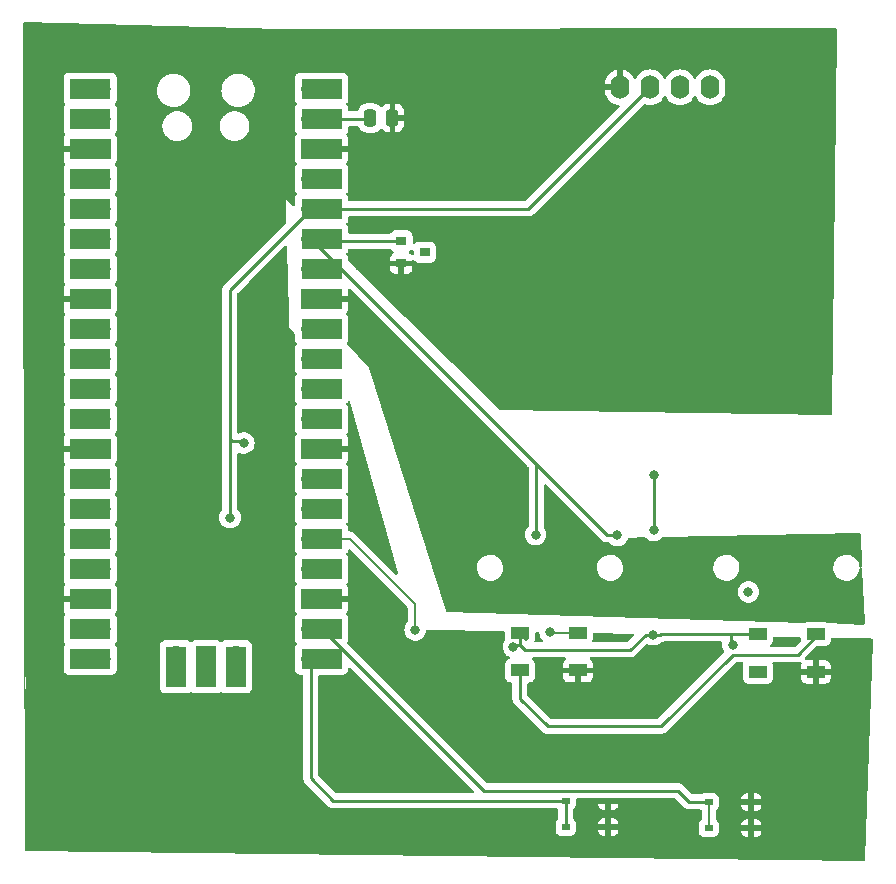
<source format=gbr>
%TF.GenerationSoftware,KiCad,Pcbnew,(7.0.0-0)*%
%TF.CreationDate,2023-02-22T19:20:36-06:00*%
%TF.ProjectId,first_keeb,66697273-745f-46b6-9565-622e6b696361,rev?*%
%TF.SameCoordinates,Original*%
%TF.FileFunction,Copper,L1,Top*%
%TF.FilePolarity,Positive*%
%FSLAX46Y46*%
G04 Gerber Fmt 4.6, Leading zero omitted, Abs format (unit mm)*
G04 Created by KiCad (PCBNEW (7.0.0-0)) date 2023-02-22 19:20:36*
%MOMM*%
%LPD*%
G01*
G04 APERTURE LIST*
G04 Aperture macros list*
%AMRoundRect*
0 Rectangle with rounded corners*
0 $1 Rounding radius*
0 $2 $3 $4 $5 $6 $7 $8 $9 X,Y pos of 4 corners*
0 Add a 4 corners polygon primitive as box body*
4,1,4,$2,$3,$4,$5,$6,$7,$8,$9,$2,$3,0*
0 Add four circle primitives for the rounded corners*
1,1,$1+$1,$2,$3*
1,1,$1+$1,$4,$5*
1,1,$1+$1,$6,$7*
1,1,$1+$1,$8,$9*
0 Add four rect primitives between the rounded corners*
20,1,$1+$1,$2,$3,$4,$5,0*
20,1,$1+$1,$4,$5,$6,$7,0*
20,1,$1+$1,$6,$7,$8,$9,0*
20,1,$1+$1,$8,$9,$2,$3,0*%
G04 Aperture macros list end*
%TA.AperFunction,SMDPad,CuDef*%
%ADD10RoundRect,0.250000X-0.250000X-0.475000X0.250000X-0.475000X0.250000X0.475000X-0.250000X0.475000X0*%
%TD*%
%TA.AperFunction,SMDPad,CuDef*%
%ADD11R,0.900000X0.800000*%
%TD*%
%TA.AperFunction,SMDPad,CuDef*%
%ADD12R,1.500000X1.000000*%
%TD*%
%TA.AperFunction,SMDPad,CuDef*%
%ADD13R,0.700000X0.500000*%
%TD*%
%TA.AperFunction,ComponentPad*%
%ADD14O,1.600000X2.000000*%
%TD*%
%TA.AperFunction,SMDPad,CuDef*%
%ADD15R,1.700000X3.500000*%
%TD*%
%TA.AperFunction,ComponentPad*%
%ADD16O,1.700000X1.700000*%
%TD*%
%TA.AperFunction,ComponentPad*%
%ADD17R,1.700000X1.700000*%
%TD*%
%TA.AperFunction,SMDPad,CuDef*%
%ADD18R,3.500000X1.700000*%
%TD*%
%TA.AperFunction,ViaPad*%
%ADD19C,0.800000*%
%TD*%
%TA.AperFunction,Conductor*%
%ADD20C,0.250000*%
%TD*%
%TA.AperFunction,Conductor*%
%ADD21C,0.200000*%
%TD*%
G04 APERTURE END LIST*
D10*
%TO.P,10uF,1*%
%TO.N,N/C*%
X57220000Y-67000000D03*
%TO.P,10uF,2*%
%TO.N,GND*%
X59120000Y-67000000D03*
%TD*%
D11*
%TO.P,SHUNT,3*%
%TO.N,N/C*%
X61859999Y-78369999D03*
%TO.P,SHUNT,2*%
%TO.N,GND*%
X59859999Y-79319999D03*
%TO.P,SHUNT,1*%
%TO.N,N/C*%
X59859999Y-77419999D03*
%TD*%
D12*
%TO.P,REF\u002A\u002A,1*%
%TO.N,N/C*%
X90059999Y-110689999D03*
%TO.P,REF\u002A\u002A,2*%
X90059999Y-113889999D03*
%TO.P,REF\u002A\u002A,3*%
%TO.N,GND*%
X94959999Y-113889999D03*
%TO.P,REF\u002A\u002A,4*%
%TO.N,N/C*%
X94959999Y-110689999D03*
%TD*%
%TO.P,REF\u002A\u002A,1*%
%TO.N,N/C*%
X69909999Y-110579999D03*
%TO.P,REF\u002A\u002A,2*%
X69909999Y-113779999D03*
%TO.P,REF\u002A\u002A,3*%
%TO.N,GND*%
X74809999Y-113779999D03*
%TO.P,REF\u002A\u002A,4*%
%TO.N,N/C*%
X74809999Y-110579999D03*
%TD*%
D13*
%TO.P,SW2,1*%
%TO.N,N/C*%
X85909999Y-124899999D03*
%TO.N,GND*%
X89509999Y-124899999D03*
%TO.P,SW2,2*%
%TO.N,N/C*%
X85909999Y-127099999D03*
%TO.N,GND*%
X89509999Y-127099999D03*
%TD*%
%TO.P,SW1,1*%
%TO.N,N/C*%
X73789999Y-124819999D03*
%TO.N,GND*%
X77389999Y-124819999D03*
%TO.P,SW1,2*%
%TO.N,N/C*%
X73789999Y-127019999D03*
%TO.N,GND*%
X77389999Y-127019999D03*
%TD*%
D14*
%TO.P,SSD1306,2*%
%TO.N,N/C*%
X80919999Y-64399999D03*
%TO.P,SSD1306,1*%
%TO.N,GND*%
X78379999Y-64399999D03*
%TO.P,SSD1306,3*%
%TO.N,N/C*%
X83459999Y-64399999D03*
%TO.P,SSD1306,4*%
X85999999Y-64399999D03*
%TD*%
D15*
%TO.P,U1,43*%
%TO.N,N/C*%
X45859999Y-113454999D03*
D16*
X45859999Y-112554999D03*
D15*
%TO.P,U1,42*%
X43319999Y-113454999D03*
D17*
X43319999Y-112554999D03*
D16*
%TO.P,U1,41*%
X40779999Y-112554999D03*
D15*
X40779999Y-113454999D03*
D18*
%TO.P,U1,40*%
X53109999Y-64524999D03*
D16*
X52209999Y-64524999D03*
%TO.P,U1,39*%
X52209999Y-67064999D03*
D18*
X53109999Y-67064999D03*
D17*
%TO.P,U1,38*%
X52209999Y-69604999D03*
D18*
%TO.N,GND*%
X53109999Y-69604999D03*
D16*
%TO.P,U1,37*%
%TO.N,N/C*%
X52209999Y-72144999D03*
D18*
X53109999Y-72144999D03*
%TO.P,U1,36*%
X53109999Y-74684999D03*
D16*
X52209999Y-74684999D03*
%TO.P,U1,35*%
X52209999Y-77224999D03*
D18*
X53109999Y-77224999D03*
D16*
%TO.P,U1,34*%
X52209999Y-79764999D03*
D18*
X53109999Y-79764999D03*
D17*
%TO.P,U1,33*%
%TO.N,AGND*%
X52209999Y-82304999D03*
D18*
X53109999Y-82304999D03*
%TO.P,U1,32*%
%TO.N,N/C*%
X53109999Y-84844999D03*
D16*
X52209999Y-84844999D03*
D18*
%TO.P,U1,31*%
X53109999Y-87384999D03*
D16*
X52209999Y-87384999D03*
%TO.P,U1,30*%
X52209999Y-89924999D03*
D18*
X53109999Y-89924999D03*
%TO.P,U1,29*%
X53109999Y-92464999D03*
D16*
X52209999Y-92464999D03*
D18*
%TO.P,U1,28*%
%TO.N,GND*%
X53109999Y-95004999D03*
D17*
%TO.N,N/C*%
X52209999Y-95004999D03*
D18*
%TO.P,U1,27*%
X53109999Y-97544999D03*
D16*
X52209999Y-97544999D03*
%TO.P,U1,26*%
X52209999Y-100084999D03*
D18*
X53109999Y-100084999D03*
D16*
%TO.P,U1,25*%
X52209999Y-102624999D03*
D18*
X53109999Y-102624999D03*
%TO.P,U1,24*%
X53109999Y-105164999D03*
D16*
X52209999Y-105164999D03*
D17*
%TO.P,U1,23*%
X52209999Y-107704999D03*
D18*
%TO.N,GND*%
X53109999Y-107704999D03*
D16*
%TO.P,U1,22*%
%TO.N,N/C*%
X52209999Y-110244999D03*
D18*
X53109999Y-110244999D03*
D16*
%TO.P,U1,21*%
X52209999Y-112784999D03*
D18*
X53109999Y-112784999D03*
D16*
%TO.P,U1,20*%
X34429999Y-112784999D03*
D18*
X33529999Y-112784999D03*
%TO.P,U1,19*%
X33529999Y-110244999D03*
D16*
X34429999Y-110244999D03*
D17*
%TO.P,U1,18*%
X34429999Y-107704999D03*
D18*
%TO.N,GND*%
X33529999Y-107704999D03*
D16*
%TO.P,U1,17*%
%TO.N,N/C*%
X34429999Y-105164999D03*
D18*
X33529999Y-105164999D03*
D16*
%TO.P,U1,16*%
X34429999Y-102624999D03*
D18*
X33529999Y-102624999D03*
%TO.P,U1,15*%
X33529999Y-100084999D03*
D16*
X34429999Y-100084999D03*
%TO.P,U1,14*%
X34429999Y-97544999D03*
D18*
X33529999Y-97544999D03*
%TO.P,U1,13*%
%TO.N,GND*%
X33529999Y-95004999D03*
D17*
%TO.N,N/C*%
X34429999Y-95004999D03*
D18*
%TO.P,U1,12*%
X33529999Y-92464999D03*
D16*
X34429999Y-92464999D03*
%TO.P,U1,11*%
X34429999Y-89924999D03*
D18*
X33529999Y-89924999D03*
%TO.P,U1,10*%
X33529999Y-87384999D03*
D16*
X34429999Y-87384999D03*
%TO.P,U1,9*%
X34429999Y-84844999D03*
D18*
X33529999Y-84844999D03*
%TO.P,U1,8*%
%TO.N,GND*%
X33529999Y-82304999D03*
D17*
%TO.N,N/C*%
X34429999Y-82304999D03*
D16*
%TO.P,U1,7*%
X34429999Y-79764999D03*
D18*
X33529999Y-79764999D03*
%TO.P,U1,6*%
X33529999Y-77224999D03*
D16*
X34429999Y-77224999D03*
D18*
%TO.P,U1,5*%
X33529999Y-74684999D03*
D16*
X34429999Y-74684999D03*
D18*
%TO.P,U1,4*%
X33529999Y-72144999D03*
D16*
X34429999Y-72144999D03*
D17*
%TO.P,U1,3*%
X34429999Y-69604999D03*
D18*
%TO.N,GND*%
X33529999Y-69604999D03*
%TO.P,U1,2*%
%TO.N,N/C*%
X33529999Y-67064999D03*
D16*
X34429999Y-67064999D03*
D18*
%TO.P,U1,1*%
X33529999Y-64524999D03*
D16*
X34429999Y-64524999D03*
%TD*%
D19*
%TO.N,*%
X81200000Y-110750000D03*
X81240000Y-101920000D03*
X45360000Y-100840000D03*
X46530000Y-94530000D03*
%TO.N,GND*%
X65130000Y-112330000D03*
X84980000Y-112920000D03*
%TO.N,*%
X87920000Y-111600000D03*
X89250000Y-107140000D03*
%TO.N,AGND*%
X66560000Y-100980000D03*
%TO.N,*%
X69360000Y-111770000D03*
X78160000Y-102340000D03*
X81230000Y-97190000D03*
X72460000Y-110530000D03*
X61040000Y-110340000D03*
%TO.N,AGND*%
X91880000Y-107180000D03*
X70970000Y-107300000D03*
%TO.N,*%
X71240000Y-102270000D03*
%TD*%
D20*
%TO.N,*%
X81200000Y-110750000D02*
X81790000Y-110750000D01*
X81790000Y-110750000D02*
X81850000Y-110690000D01*
X80550000Y-110750000D02*
X79270000Y-112030000D01*
X81200000Y-110750000D02*
X80550000Y-110750000D01*
X81240000Y-101920000D02*
X81230000Y-101930000D01*
X81230000Y-101910000D02*
X81240000Y-101920000D01*
X45330000Y-99910000D02*
X45330000Y-100810000D01*
X45330000Y-100810000D02*
X45360000Y-100840000D01*
X45340000Y-99900000D02*
X45330000Y-99910000D01*
X45340000Y-94170000D02*
X45340000Y-99900000D01*
X52210000Y-74685000D02*
X45340000Y-81555000D01*
X45340000Y-81555000D02*
X45340000Y-94170000D01*
X45340000Y-94170000D02*
X45550000Y-94380000D01*
X46380000Y-94380000D02*
X46530000Y-94530000D01*
X45550000Y-94380000D02*
X46380000Y-94380000D01*
X87760000Y-110690000D02*
X90060000Y-110690000D01*
X81850000Y-110690000D02*
X87760000Y-110690000D01*
X87760000Y-110690000D02*
X87760000Y-111440000D01*
X87760000Y-111440000D02*
X87920000Y-111600000D01*
D21*
X90060000Y-110690000D02*
X90310000Y-110690000D01*
D20*
X69910000Y-111620000D02*
X69510000Y-111620000D01*
X69510000Y-111620000D02*
X69360000Y-111770000D01*
X79270000Y-112030000D02*
X70320000Y-112030000D01*
X70320000Y-112030000D02*
X69910000Y-111620000D01*
X69910000Y-111620000D02*
X69910000Y-110580000D01*
X77255000Y-102270000D02*
X78090000Y-102270000D01*
X78090000Y-102270000D02*
X78160000Y-102340000D01*
X81230000Y-97190000D02*
X81230000Y-101910000D01*
X70440000Y-111110000D02*
X69910000Y-110580000D01*
D21*
X89980000Y-110770000D02*
X90060000Y-110690000D01*
D20*
X69910000Y-113780000D02*
X69910000Y-116170000D01*
X69910000Y-116170000D02*
X72250000Y-118510000D01*
X72250000Y-118510000D02*
X81860000Y-118510000D01*
X81860000Y-118510000D02*
X87940000Y-112430000D01*
X87940000Y-112430000D02*
X93420000Y-112430000D01*
X93420000Y-112430000D02*
X94960000Y-110890000D01*
X94960000Y-110890000D02*
X94960000Y-110690000D01*
X52210000Y-67065000D02*
X57155000Y-67065000D01*
X57155000Y-67065000D02*
X57220000Y-67000000D01*
D21*
X61040000Y-110340000D02*
X61040000Y-108180000D01*
X61040000Y-108180000D02*
X55485000Y-102625000D01*
X55485000Y-102625000D02*
X52210000Y-102625000D01*
X72460000Y-110530000D02*
X72510000Y-110580000D01*
X72510000Y-110580000D02*
X74810000Y-110580000D01*
D20*
X52210000Y-74685000D02*
X70635000Y-74685000D01*
X70635000Y-74685000D02*
X80920000Y-64400000D01*
X71300000Y-96315000D02*
X77255000Y-102270000D01*
X71300000Y-101470000D02*
X71300000Y-102210000D01*
X71300000Y-102210000D02*
X71240000Y-102270000D01*
X71300000Y-101470000D02*
X71290000Y-101480000D01*
X71300000Y-96315000D02*
X71300000Y-101470000D01*
X52210000Y-77225000D02*
X71300000Y-96315000D01*
X52210000Y-77225000D02*
X52405000Y-77420000D01*
X52405000Y-77420000D02*
X59860000Y-77420000D01*
X52210000Y-77225000D02*
X52235000Y-77200000D01*
X52210000Y-110245000D02*
X53145000Y-110245000D01*
X53145000Y-110245000D02*
X66860000Y-123960000D01*
X66860000Y-123960000D02*
X83310000Y-123960000D01*
X83310000Y-123960000D02*
X84250000Y-124900000D01*
X84250000Y-124900000D02*
X85910000Y-124900000D01*
D21*
X85910000Y-127100000D02*
X85910000Y-124900000D01*
D20*
X73790000Y-124820000D02*
X73790000Y-127020000D01*
X52210000Y-112785000D02*
X52210000Y-122920000D01*
X52210000Y-122920000D02*
X54110000Y-124820000D01*
X54110000Y-124820000D02*
X73790000Y-124820000D01*
%TD*%
%TA.AperFunction,Conductor*%
%TO.N,AGND*%
G36*
X55522318Y-81452335D02*
G01*
X55571680Y-81482584D01*
X63115457Y-89026362D01*
X70630181Y-96541086D01*
X70657061Y-96581314D01*
X70666500Y-96628767D01*
X70666500Y-101357249D01*
X70664973Y-101376647D01*
X70653000Y-101452234D01*
X70652999Y-101452241D01*
X70651780Y-101459943D01*
X70652514Y-101467708D01*
X70652514Y-101467711D01*
X70655692Y-101501329D01*
X70649971Y-101551933D01*
X70624392Y-101595970D01*
X70505307Y-101728227D01*
X70505302Y-101728233D01*
X70500960Y-101733056D01*
X70497714Y-101738676D01*
X70497711Y-101738682D01*
X70408721Y-101892817D01*
X70408718Y-101892822D01*
X70405473Y-101898444D01*
X70403467Y-101904616D01*
X70403465Y-101904622D01*
X70348465Y-102073892D01*
X70348463Y-102073901D01*
X70346458Y-102080072D01*
X70345780Y-102086522D01*
X70345778Y-102086532D01*
X70335927Y-102180269D01*
X70326496Y-102270000D01*
X70327175Y-102276460D01*
X70345778Y-102453467D01*
X70345779Y-102453475D01*
X70346458Y-102459928D01*
X70348463Y-102466100D01*
X70348465Y-102466107D01*
X70403465Y-102635377D01*
X70405473Y-102641556D01*
X70408720Y-102647180D01*
X70408721Y-102647182D01*
X70497597Y-102801120D01*
X70500960Y-102806944D01*
X70628747Y-102948866D01*
X70633997Y-102952680D01*
X70634000Y-102952683D01*
X70718448Y-103014038D01*
X70783248Y-103061118D01*
X70957712Y-103138794D01*
X70964070Y-103140145D01*
X70964072Y-103140146D01*
X71000874Y-103147968D01*
X71144513Y-103178500D01*
X71328984Y-103178500D01*
X71335487Y-103178500D01*
X71522288Y-103138794D01*
X71696752Y-103061118D01*
X71851253Y-102948866D01*
X71979040Y-102806944D01*
X72074527Y-102641556D01*
X72133542Y-102459928D01*
X72153504Y-102270000D01*
X72133542Y-102080072D01*
X72074527Y-101898444D01*
X71979040Y-101733056D01*
X71965350Y-101717852D01*
X71941736Y-101679318D01*
X71933500Y-101634880D01*
X71933500Y-101529615D01*
X71935027Y-101510217D01*
X71935065Y-101509972D01*
X71938220Y-101490057D01*
X71934050Y-101445942D01*
X71933500Y-101434273D01*
X71933500Y-98143766D01*
X71947015Y-98087471D01*
X71984615Y-98043448D01*
X72038102Y-98021293D01*
X72095818Y-98025835D01*
X72145180Y-98056084D01*
X74489114Y-100400019D01*
X76751302Y-102662207D01*
X76758898Y-102670555D01*
X76763000Y-102677018D01*
X76812684Y-102723674D01*
X76815447Y-102726352D01*
X76835230Y-102746135D01*
X76838306Y-102748521D01*
X76838503Y-102748674D01*
X76847382Y-102756258D01*
X76879679Y-102786586D01*
X76897565Y-102796418D01*
X76913829Y-102807102D01*
X76923792Y-102814831D01*
X76923795Y-102814833D01*
X76929959Y-102819614D01*
X76937122Y-102822713D01*
X76937123Y-102822714D01*
X76970616Y-102837207D01*
X76981112Y-102842348D01*
X77019940Y-102863695D01*
X77039716Y-102868772D01*
X77058123Y-102875075D01*
X77069691Y-102880081D01*
X77069692Y-102880081D01*
X77076855Y-102883181D01*
X77120621Y-102890112D01*
X77132041Y-102892477D01*
X77174970Y-102903500D01*
X77195385Y-102903500D01*
X77214783Y-102905027D01*
X77234943Y-102908220D01*
X77273476Y-102904577D01*
X77279058Y-102904050D01*
X77290727Y-102903500D01*
X77389663Y-102903500D01*
X77440098Y-102914220D01*
X77481812Y-102944527D01*
X77548747Y-103018866D01*
X77553997Y-103022680D01*
X77554000Y-103022683D01*
X77610538Y-103063760D01*
X77703248Y-103131118D01*
X77877712Y-103208794D01*
X77884070Y-103210145D01*
X77884072Y-103210146D01*
X77920874Y-103217968D01*
X78064513Y-103248500D01*
X78248984Y-103248500D01*
X78255487Y-103248500D01*
X78442288Y-103208794D01*
X78616752Y-103131118D01*
X78771253Y-103018866D01*
X78899040Y-102876944D01*
X78994527Y-102711556D01*
X79027802Y-102609144D01*
X79053016Y-102565126D01*
X79093748Y-102534887D01*
X79143175Y-102523491D01*
X80478343Y-102496000D01*
X80530160Y-102506181D01*
X80573042Y-102537000D01*
X80628747Y-102598866D01*
X80633997Y-102602680D01*
X80634000Y-102602683D01*
X80775346Y-102705377D01*
X80783248Y-102711118D01*
X80789181Y-102713759D01*
X80789182Y-102713760D01*
X80940758Y-102781246D01*
X80957712Y-102788794D01*
X80964070Y-102790145D01*
X80964072Y-102790146D01*
X80993570Y-102796416D01*
X81144513Y-102828500D01*
X81328984Y-102828500D01*
X81335487Y-102828500D01*
X81522288Y-102788794D01*
X81696752Y-102711118D01*
X81851253Y-102598866D01*
X81935637Y-102505146D01*
X81976183Y-102475369D01*
X82025221Y-102464150D01*
X98619484Y-102122481D01*
X98680785Y-102137256D01*
X98726895Y-102180269D01*
X98745888Y-102240398D01*
X98874516Y-104870499D01*
X98862683Y-104929732D01*
X98824269Y-104976347D01*
X98768389Y-104999283D01*
X98708303Y-104993096D01*
X98658269Y-104959255D01*
X98630159Y-104905790D01*
X98609193Y-104819367D01*
X98584704Y-104718424D01*
X98497396Y-104527247D01*
X98375486Y-104356048D01*
X98295632Y-104279908D01*
X98227651Y-104215088D01*
X98227649Y-104215086D01*
X98223378Y-104211014D01*
X98124210Y-104147282D01*
X98051544Y-104100582D01*
X98051541Y-104100580D01*
X98046572Y-104097387D01*
X98041092Y-104095193D01*
X98041086Y-104095190D01*
X97856939Y-104021469D01*
X97856932Y-104021467D01*
X97851457Y-104019275D01*
X97845662Y-104018158D01*
X97845655Y-104018156D01*
X97650882Y-103980617D01*
X97650879Y-103980616D01*
X97645085Y-103979500D01*
X97487575Y-103979500D01*
X97484646Y-103979779D01*
X97484639Y-103979780D01*
X97336662Y-103993910D01*
X97336656Y-103993911D01*
X97330782Y-103994472D01*
X97325112Y-103996136D01*
X97325111Y-103996137D01*
X97134787Y-104052021D01*
X97134782Y-104052022D01*
X97129125Y-104053684D01*
X97123884Y-104056385D01*
X97123881Y-104056387D01*
X96947568Y-104147282D01*
X96947564Y-104147284D01*
X96942318Y-104149989D01*
X96937676Y-104153638D01*
X96937672Y-104153642D01*
X96781759Y-104276254D01*
X96781752Y-104276260D01*
X96777114Y-104279908D01*
X96773250Y-104284367D01*
X96773245Y-104284372D01*
X96643347Y-104434282D01*
X96639481Y-104438744D01*
X96636530Y-104443854D01*
X96636528Y-104443858D01*
X96537352Y-104615635D01*
X96537349Y-104615640D01*
X96534396Y-104620756D01*
X96532465Y-104626335D01*
X96532461Y-104626344D01*
X96467587Y-104813785D01*
X96467584Y-104813794D01*
X96465656Y-104819367D01*
X96464816Y-104825203D01*
X96464815Y-104825211D01*
X96436585Y-105021558D01*
X96436584Y-105021564D01*
X96435746Y-105027398D01*
X96436026Y-105033282D01*
X96436026Y-105033289D01*
X96442713Y-105173667D01*
X96445746Y-105237330D01*
X96447135Y-105243058D01*
X96447137Y-105243067D01*
X96493904Y-105435839D01*
X96495296Y-105441576D01*
X96497749Y-105446947D01*
X96558115Y-105579131D01*
X96582604Y-105632753D01*
X96586031Y-105637566D01*
X96586032Y-105637567D01*
X96645626Y-105721256D01*
X96704514Y-105803952D01*
X96856622Y-105948986D01*
X97033428Y-106062613D01*
X97038911Y-106064808D01*
X97038913Y-106064809D01*
X97223060Y-106138530D01*
X97228543Y-106140725D01*
X97434915Y-106180500D01*
X97589471Y-106180500D01*
X97592425Y-106180500D01*
X97749218Y-106165528D01*
X97950875Y-106106316D01*
X98137682Y-106010011D01*
X98302886Y-105880092D01*
X98440519Y-105721256D01*
X98545604Y-105539244D01*
X98614344Y-105340633D01*
X98642058Y-105147873D01*
X98664927Y-105092022D01*
X98711454Y-105053581D01*
X98770618Y-105041658D01*
X98828402Y-105059077D01*
X98871119Y-105101713D01*
X98888648Y-105159464D01*
X99113440Y-109755874D01*
X99098333Y-109821518D01*
X99051136Y-109869578D01*
X98985777Y-109885872D01*
X96070032Y-109796220D01*
X96032880Y-109789318D01*
X95999532Y-109771546D01*
X95963304Y-109744426D01*
X95963303Y-109744425D01*
X95956204Y-109739111D01*
X95947896Y-109736012D01*
X95947894Y-109736011D01*
X95826463Y-109690719D01*
X95826458Y-109690717D01*
X95819201Y-109688011D01*
X95811497Y-109687182D01*
X95811494Y-109687182D01*
X95761924Y-109681853D01*
X95761918Y-109681852D01*
X95758638Y-109681500D01*
X94161362Y-109681500D01*
X94158082Y-109681852D01*
X94158075Y-109681853D01*
X94108505Y-109687182D01*
X94108500Y-109687182D01*
X94100799Y-109688011D01*
X94093541Y-109690718D01*
X94093533Y-109690720D01*
X94005555Y-109723534D01*
X93958411Y-109731293D01*
X63757861Y-108802701D01*
X63708648Y-108790851D01*
X63668271Y-108760321D01*
X63643460Y-108716201D01*
X63144266Y-107140000D01*
X88336496Y-107140000D01*
X88337175Y-107146460D01*
X88355778Y-107323467D01*
X88355779Y-107323475D01*
X88356458Y-107329928D01*
X88358463Y-107336100D01*
X88358465Y-107336107D01*
X88394203Y-107446095D01*
X88415473Y-107511556D01*
X88510960Y-107676944D01*
X88638747Y-107818866D01*
X88643997Y-107822680D01*
X88644000Y-107822683D01*
X88786863Y-107926479D01*
X88793248Y-107931118D01*
X88967712Y-108008794D01*
X88974070Y-108010145D01*
X88974072Y-108010146D01*
X89010874Y-108017968D01*
X89154513Y-108048500D01*
X89338984Y-108048500D01*
X89345487Y-108048500D01*
X89532288Y-108008794D01*
X89706752Y-107931118D01*
X89861253Y-107818866D01*
X89989040Y-107676944D01*
X90084527Y-107511556D01*
X90143542Y-107329928D01*
X90163504Y-107140000D01*
X90143542Y-106950072D01*
X90084527Y-106768444D01*
X89989040Y-106603056D01*
X89861253Y-106461134D01*
X89856003Y-106457319D01*
X89855999Y-106457316D01*
X89712006Y-106352699D01*
X89712004Y-106352697D01*
X89706752Y-106348882D01*
X89700821Y-106346241D01*
X89700817Y-106346239D01*
X89538226Y-106273849D01*
X89538219Y-106273846D01*
X89532288Y-106271206D01*
X89525935Y-106269855D01*
X89525927Y-106269853D01*
X89351849Y-106232852D01*
X89351846Y-106232851D01*
X89345487Y-106231500D01*
X89154513Y-106231500D01*
X89148154Y-106232851D01*
X89148150Y-106232852D01*
X88974072Y-106269853D01*
X88974061Y-106269856D01*
X88967712Y-106271206D01*
X88961782Y-106273845D01*
X88961773Y-106273849D01*
X88799182Y-106346239D01*
X88799174Y-106346243D01*
X88793248Y-106348882D01*
X88787999Y-106352695D01*
X88787993Y-106352699D01*
X88644000Y-106457316D01*
X88643991Y-106457323D01*
X88638747Y-106461134D01*
X88634403Y-106465957D01*
X88634400Y-106465961D01*
X88515307Y-106598228D01*
X88510960Y-106603056D01*
X88507714Y-106608676D01*
X88507711Y-106608682D01*
X88418721Y-106762817D01*
X88418718Y-106762822D01*
X88415473Y-106768444D01*
X88413467Y-106774616D01*
X88413465Y-106774622D01*
X88358465Y-106943892D01*
X88358463Y-106943901D01*
X88356458Y-106950072D01*
X88355780Y-106956522D01*
X88355778Y-106956532D01*
X88348382Y-107026909D01*
X88336496Y-107140000D01*
X63144266Y-107140000D01*
X62475190Y-105027398D01*
X66275746Y-105027398D01*
X66276026Y-105033282D01*
X66276026Y-105033289D01*
X66282713Y-105173667D01*
X66285746Y-105237330D01*
X66287135Y-105243058D01*
X66287137Y-105243067D01*
X66333904Y-105435839D01*
X66335296Y-105441576D01*
X66337749Y-105446947D01*
X66398115Y-105579131D01*
X66422604Y-105632753D01*
X66426031Y-105637566D01*
X66426032Y-105637567D01*
X66485626Y-105721256D01*
X66544514Y-105803952D01*
X66696622Y-105948986D01*
X66873428Y-106062613D01*
X66878911Y-106064808D01*
X66878913Y-106064809D01*
X67063060Y-106138530D01*
X67068543Y-106140725D01*
X67274915Y-106180500D01*
X67429471Y-106180500D01*
X67432425Y-106180500D01*
X67589218Y-106165528D01*
X67790875Y-106106316D01*
X67977682Y-106010011D01*
X68142886Y-105880092D01*
X68280519Y-105721256D01*
X68385604Y-105539244D01*
X68454344Y-105340633D01*
X68484254Y-105132602D01*
X68479243Y-105027398D01*
X76435746Y-105027398D01*
X76436026Y-105033282D01*
X76436026Y-105033289D01*
X76442713Y-105173667D01*
X76445746Y-105237330D01*
X76447135Y-105243058D01*
X76447137Y-105243067D01*
X76493904Y-105435839D01*
X76495296Y-105441576D01*
X76497749Y-105446947D01*
X76558115Y-105579131D01*
X76582604Y-105632753D01*
X76586031Y-105637566D01*
X76586032Y-105637567D01*
X76645626Y-105721256D01*
X76704514Y-105803952D01*
X76856622Y-105948986D01*
X77033428Y-106062613D01*
X77038911Y-106064808D01*
X77038913Y-106064809D01*
X77223060Y-106138530D01*
X77228543Y-106140725D01*
X77434915Y-106180500D01*
X77589471Y-106180500D01*
X77592425Y-106180500D01*
X77749218Y-106165528D01*
X77950875Y-106106316D01*
X78137682Y-106010011D01*
X78302886Y-105880092D01*
X78440519Y-105721256D01*
X78545604Y-105539244D01*
X78614344Y-105340633D01*
X78644254Y-105132602D01*
X78639243Y-105027398D01*
X86275746Y-105027398D01*
X86276026Y-105033282D01*
X86276026Y-105033289D01*
X86282713Y-105173667D01*
X86285746Y-105237330D01*
X86287135Y-105243058D01*
X86287137Y-105243067D01*
X86333904Y-105435839D01*
X86335296Y-105441576D01*
X86337749Y-105446947D01*
X86398115Y-105579131D01*
X86422604Y-105632753D01*
X86426031Y-105637566D01*
X86426032Y-105637567D01*
X86485626Y-105721256D01*
X86544514Y-105803952D01*
X86696622Y-105948986D01*
X86873428Y-106062613D01*
X86878911Y-106064808D01*
X86878913Y-106064809D01*
X87063060Y-106138530D01*
X87068543Y-106140725D01*
X87274915Y-106180500D01*
X87429471Y-106180500D01*
X87432425Y-106180500D01*
X87589218Y-106165528D01*
X87790875Y-106106316D01*
X87977682Y-106010011D01*
X88142886Y-105880092D01*
X88280519Y-105721256D01*
X88385604Y-105539244D01*
X88454344Y-105340633D01*
X88484254Y-105132602D01*
X88474254Y-104922670D01*
X88424704Y-104718424D01*
X88337396Y-104527247D01*
X88215486Y-104356048D01*
X88135632Y-104279908D01*
X88067651Y-104215088D01*
X88067649Y-104215086D01*
X88063378Y-104211014D01*
X87964210Y-104147282D01*
X87891544Y-104100582D01*
X87891541Y-104100580D01*
X87886572Y-104097387D01*
X87881092Y-104095193D01*
X87881086Y-104095190D01*
X87696939Y-104021469D01*
X87696932Y-104021467D01*
X87691457Y-104019275D01*
X87685662Y-104018158D01*
X87685655Y-104018156D01*
X87490882Y-103980617D01*
X87490879Y-103980616D01*
X87485085Y-103979500D01*
X87327575Y-103979500D01*
X87324646Y-103979779D01*
X87324639Y-103979780D01*
X87176662Y-103993910D01*
X87176656Y-103993911D01*
X87170782Y-103994472D01*
X87165112Y-103996136D01*
X87165111Y-103996137D01*
X86974787Y-104052021D01*
X86974782Y-104052022D01*
X86969125Y-104053684D01*
X86963884Y-104056385D01*
X86963881Y-104056387D01*
X86787568Y-104147282D01*
X86787564Y-104147284D01*
X86782318Y-104149989D01*
X86777676Y-104153638D01*
X86777672Y-104153642D01*
X86621759Y-104276254D01*
X86621752Y-104276260D01*
X86617114Y-104279908D01*
X86613250Y-104284367D01*
X86613245Y-104284372D01*
X86483347Y-104434282D01*
X86479481Y-104438744D01*
X86476530Y-104443854D01*
X86476528Y-104443858D01*
X86377352Y-104615635D01*
X86377349Y-104615640D01*
X86374396Y-104620756D01*
X86372465Y-104626335D01*
X86372461Y-104626344D01*
X86307587Y-104813785D01*
X86307584Y-104813794D01*
X86305656Y-104819367D01*
X86304816Y-104825203D01*
X86304815Y-104825211D01*
X86276585Y-105021558D01*
X86276584Y-105021564D01*
X86275746Y-105027398D01*
X78639243Y-105027398D01*
X78634254Y-104922670D01*
X78584704Y-104718424D01*
X78497396Y-104527247D01*
X78375486Y-104356048D01*
X78295632Y-104279908D01*
X78227651Y-104215088D01*
X78227649Y-104215086D01*
X78223378Y-104211014D01*
X78124210Y-104147282D01*
X78051544Y-104100582D01*
X78051541Y-104100580D01*
X78046572Y-104097387D01*
X78041092Y-104095193D01*
X78041086Y-104095190D01*
X77856939Y-104021469D01*
X77856932Y-104021467D01*
X77851457Y-104019275D01*
X77845662Y-104018158D01*
X77845655Y-104018156D01*
X77650882Y-103980617D01*
X77650879Y-103980616D01*
X77645085Y-103979500D01*
X77487575Y-103979500D01*
X77484646Y-103979779D01*
X77484639Y-103979780D01*
X77336662Y-103993910D01*
X77336656Y-103993911D01*
X77330782Y-103994472D01*
X77325112Y-103996136D01*
X77325111Y-103996137D01*
X77134787Y-104052021D01*
X77134782Y-104052022D01*
X77129125Y-104053684D01*
X77123884Y-104056385D01*
X77123881Y-104056387D01*
X76947568Y-104147282D01*
X76947564Y-104147284D01*
X76942318Y-104149989D01*
X76937676Y-104153638D01*
X76937672Y-104153642D01*
X76781759Y-104276254D01*
X76781752Y-104276260D01*
X76777114Y-104279908D01*
X76773250Y-104284367D01*
X76773245Y-104284372D01*
X76643347Y-104434282D01*
X76639481Y-104438744D01*
X76636530Y-104443854D01*
X76636528Y-104443858D01*
X76537352Y-104615635D01*
X76537349Y-104615640D01*
X76534396Y-104620756D01*
X76532465Y-104626335D01*
X76532461Y-104626344D01*
X76467587Y-104813785D01*
X76467584Y-104813794D01*
X76465656Y-104819367D01*
X76464816Y-104825203D01*
X76464815Y-104825211D01*
X76436585Y-105021558D01*
X76436584Y-105021564D01*
X76435746Y-105027398D01*
X68479243Y-105027398D01*
X68474254Y-104922670D01*
X68424704Y-104718424D01*
X68337396Y-104527247D01*
X68215486Y-104356048D01*
X68135632Y-104279908D01*
X68067651Y-104215088D01*
X68067649Y-104215086D01*
X68063378Y-104211014D01*
X67964210Y-104147282D01*
X67891544Y-104100582D01*
X67891541Y-104100580D01*
X67886572Y-104097387D01*
X67881092Y-104095193D01*
X67881086Y-104095190D01*
X67696939Y-104021469D01*
X67696932Y-104021467D01*
X67691457Y-104019275D01*
X67685662Y-104018158D01*
X67685655Y-104018156D01*
X67490882Y-103980617D01*
X67490879Y-103980616D01*
X67485085Y-103979500D01*
X67327575Y-103979500D01*
X67324646Y-103979779D01*
X67324639Y-103979780D01*
X67176662Y-103993910D01*
X67176656Y-103993911D01*
X67170782Y-103994472D01*
X67165112Y-103996136D01*
X67165111Y-103996137D01*
X66974787Y-104052021D01*
X66974782Y-104052022D01*
X66969125Y-104053684D01*
X66963884Y-104056385D01*
X66963881Y-104056387D01*
X66787568Y-104147282D01*
X66787564Y-104147284D01*
X66782318Y-104149989D01*
X66777676Y-104153638D01*
X66777672Y-104153642D01*
X66621759Y-104276254D01*
X66621752Y-104276260D01*
X66617114Y-104279908D01*
X66613250Y-104284367D01*
X66613245Y-104284372D01*
X66483347Y-104434282D01*
X66479481Y-104438744D01*
X66476530Y-104443854D01*
X66476528Y-104443858D01*
X66377352Y-104615635D01*
X66377349Y-104615640D01*
X66374396Y-104620756D01*
X66372465Y-104626335D01*
X66372461Y-104626344D01*
X66307587Y-104813785D01*
X66307584Y-104813794D01*
X66305656Y-104819367D01*
X66304816Y-104825203D01*
X66304815Y-104825211D01*
X66276585Y-105021558D01*
X66276584Y-105021564D01*
X66275746Y-105027398D01*
X62475190Y-105027398D01*
X57130000Y-88150000D01*
X55273516Y-86161584D01*
X55245210Y-86112008D01*
X55242115Y-86055002D01*
X55264887Y-86002654D01*
X55310889Y-85941204D01*
X55361989Y-85804201D01*
X55368500Y-85743638D01*
X55368500Y-83946362D01*
X55361989Y-83885799D01*
X55310889Y-83748796D01*
X55231105Y-83642218D01*
X55209207Y-83594266D01*
X55209207Y-83541549D01*
X55231107Y-83493596D01*
X55298037Y-83404190D01*
X55306452Y-83388777D01*
X55350888Y-83269641D01*
X55354426Y-83254667D01*
X55359646Y-83206114D01*
X55360000Y-83199518D01*
X55360000Y-82571326D01*
X55356549Y-82558450D01*
X55343674Y-82555000D01*
X52193328Y-82555000D01*
X51830902Y-82055000D01*
X55343674Y-82055000D01*
X55356549Y-82051549D01*
X55360000Y-82038674D01*
X55360000Y-81570266D01*
X55373515Y-81513971D01*
X55411115Y-81469948D01*
X55464602Y-81447793D01*
X55522318Y-81452335D01*
G37*
%TD.AperFunction*%
%TD*%
%TA.AperFunction,Conductor*%
%TO.N,GND*%
G36*
X96676778Y-59416997D02*
G01*
X96722307Y-59463031D01*
X96738427Y-59525738D01*
X96331557Y-92055445D01*
X96314074Y-92117394D01*
X96267891Y-92162231D01*
X96205453Y-92177876D01*
X68229518Y-91700844D01*
X68183682Y-91691216D01*
X68144687Y-91665273D01*
X56120175Y-79840172D01*
X56120000Y-79840000D01*
X56043549Y-79764518D01*
X58910000Y-79764518D01*
X58910353Y-79771114D01*
X58915573Y-79819667D01*
X58919111Y-79834641D01*
X58963547Y-79953777D01*
X58971962Y-79969189D01*
X59047498Y-80070092D01*
X59059907Y-80082501D01*
X59160810Y-80158037D01*
X59176222Y-80166452D01*
X59295358Y-80210888D01*
X59310332Y-80214426D01*
X59358885Y-80219646D01*
X59365482Y-80220000D01*
X59593674Y-80220000D01*
X59606549Y-80216549D01*
X59610000Y-80203674D01*
X60110000Y-80203674D01*
X60113450Y-80216549D01*
X60126326Y-80220000D01*
X60354518Y-80220000D01*
X60361114Y-80219646D01*
X60409667Y-80214426D01*
X60424641Y-80210888D01*
X60543777Y-80166452D01*
X60559189Y-80158037D01*
X60660092Y-80082501D01*
X60672501Y-80070092D01*
X60748037Y-79969189D01*
X60756452Y-79953777D01*
X60800888Y-79834641D01*
X60804426Y-79819667D01*
X60809646Y-79771114D01*
X60810000Y-79764518D01*
X60810000Y-79586326D01*
X60806549Y-79573450D01*
X60793674Y-79570000D01*
X60126326Y-79570000D01*
X60113450Y-79573450D01*
X60110000Y-79586326D01*
X60110000Y-80203674D01*
X59610000Y-80203674D01*
X59610000Y-79586326D01*
X59606549Y-79573450D01*
X59593674Y-79570000D01*
X58926326Y-79570000D01*
X58913450Y-79573450D01*
X58910000Y-79586326D01*
X58910000Y-79764518D01*
X56043549Y-79764518D01*
X55405380Y-79134440D01*
X55378091Y-79094019D01*
X55368500Y-79046201D01*
X55368500Y-78869672D01*
X55368500Y-78866362D01*
X55361989Y-78805799D01*
X55310889Y-78668796D01*
X55236414Y-78569310D01*
X55214516Y-78521358D01*
X55214516Y-78468642D01*
X55236415Y-78420689D01*
X55310889Y-78321204D01*
X55361989Y-78184201D01*
X55364134Y-78164247D01*
X55384732Y-78107999D01*
X55429296Y-78067969D01*
X55487424Y-78053500D01*
X58887531Y-78053500D01*
X58943036Y-78066616D01*
X58986798Y-78103190D01*
X59041424Y-78176162D01*
X59041426Y-78176164D01*
X59046739Y-78183261D01*
X59053835Y-78188573D01*
X59156694Y-78265573D01*
X59156696Y-78265574D01*
X59163795Y-78270888D01*
X59163796Y-78270889D01*
X59163289Y-78271565D01*
X59204796Y-78311612D01*
X59222157Y-78374882D01*
X59204805Y-78438155D01*
X59166657Y-78474971D01*
X59167911Y-78476647D01*
X59059907Y-78557498D01*
X59047498Y-78569907D01*
X58971962Y-78670810D01*
X58963547Y-78686222D01*
X58919111Y-78805358D01*
X58915573Y-78820332D01*
X58910353Y-78868885D01*
X58910000Y-78875482D01*
X58910000Y-79053674D01*
X58913450Y-79066549D01*
X58926326Y-79070000D01*
X60793674Y-79070000D01*
X60807811Y-79066211D01*
X60814556Y-79059467D01*
X60858904Y-79030966D01*
X60911084Y-79023463D01*
X60961666Y-79038315D01*
X61001504Y-79072834D01*
X61046739Y-79133261D01*
X61163796Y-79220889D01*
X61300799Y-79271989D01*
X61361362Y-79278500D01*
X62355328Y-79278500D01*
X62358638Y-79278500D01*
X62419201Y-79271989D01*
X62556204Y-79220889D01*
X62673261Y-79133261D01*
X62760889Y-79016204D01*
X62811989Y-78879201D01*
X62818500Y-78818638D01*
X62818500Y-77921362D01*
X62811989Y-77860799D01*
X62760889Y-77723796D01*
X62673261Y-77606739D01*
X62556204Y-77519111D01*
X62547896Y-77516012D01*
X62547894Y-77516011D01*
X62426463Y-77470719D01*
X62426458Y-77470717D01*
X62419201Y-77468011D01*
X62411497Y-77467182D01*
X62411494Y-77467182D01*
X62361924Y-77461853D01*
X62361918Y-77461852D01*
X62358638Y-77461500D01*
X61361362Y-77461500D01*
X61358082Y-77461852D01*
X61358075Y-77461853D01*
X61308505Y-77467182D01*
X61308500Y-77467182D01*
X61300799Y-77468011D01*
X61293543Y-77470717D01*
X61293536Y-77470719D01*
X61172105Y-77516011D01*
X61172099Y-77516013D01*
X61163796Y-77519111D01*
X61156698Y-77524423D01*
X61156695Y-77524426D01*
X61053835Y-77601426D01*
X61053831Y-77601429D01*
X61046739Y-77606739D01*
X61041427Y-77613833D01*
X61035153Y-77620109D01*
X61034378Y-77619334D01*
X60994013Y-77651864D01*
X60933655Y-77662754D01*
X60875461Y-77643386D01*
X60833668Y-77598497D01*
X60818500Y-77539070D01*
X60818500Y-76974672D01*
X60818500Y-76971362D01*
X60811989Y-76910799D01*
X60760889Y-76773796D01*
X60673261Y-76656739D01*
X60556204Y-76569111D01*
X60547896Y-76566012D01*
X60547894Y-76566011D01*
X60426463Y-76520719D01*
X60426458Y-76520717D01*
X60419201Y-76518011D01*
X60411497Y-76517182D01*
X60411494Y-76517182D01*
X60361924Y-76511853D01*
X60361918Y-76511852D01*
X60358638Y-76511500D01*
X59361362Y-76511500D01*
X59358082Y-76511852D01*
X59358075Y-76511853D01*
X59308505Y-76517182D01*
X59308500Y-76517182D01*
X59300799Y-76518011D01*
X59293543Y-76520717D01*
X59293536Y-76520719D01*
X59172105Y-76566011D01*
X59172099Y-76566013D01*
X59163796Y-76569111D01*
X59156698Y-76574423D01*
X59156695Y-76574426D01*
X59053835Y-76651426D01*
X59053831Y-76651429D01*
X59046739Y-76656739D01*
X59041429Y-76663831D01*
X59041424Y-76663837D01*
X58986798Y-76736810D01*
X58943036Y-76773384D01*
X58887531Y-76786500D01*
X55492500Y-76786500D01*
X55430500Y-76769887D01*
X55385113Y-76724500D01*
X55368500Y-76662500D01*
X55368500Y-76329672D01*
X55368500Y-76326362D01*
X55361989Y-76265799D01*
X55310889Y-76128796D01*
X55236414Y-76029310D01*
X55214516Y-75981358D01*
X55214516Y-75928642D01*
X55236415Y-75880689D01*
X55310889Y-75781204D01*
X55361989Y-75644201D01*
X55368500Y-75583638D01*
X55368500Y-75442500D01*
X55385113Y-75380500D01*
X55430500Y-75335113D01*
X55492500Y-75318500D01*
X70556154Y-75318500D01*
X70567437Y-75319031D01*
X70574909Y-75320702D01*
X70643017Y-75318560D01*
X70646913Y-75318500D01*
X70670958Y-75318500D01*
X70674856Y-75318500D01*
X70678724Y-75318011D01*
X70678947Y-75317983D01*
X70690608Y-75317064D01*
X70734889Y-75315673D01*
X70754490Y-75309977D01*
X70773541Y-75306032D01*
X70793797Y-75303474D01*
X70825022Y-75291110D01*
X70834993Y-75287163D01*
X70846043Y-75283379D01*
X70888593Y-75271018D01*
X70906165Y-75260625D01*
X70923632Y-75252068D01*
X70942617Y-75244552D01*
X70978475Y-75218498D01*
X70988223Y-75212096D01*
X71026362Y-75189542D01*
X71040793Y-75175110D01*
X71055588Y-75162472D01*
X71072107Y-75150472D01*
X71100360Y-75116318D01*
X71108203Y-75107699D01*
X80349915Y-65865987D01*
X80410751Y-65832610D01*
X80470162Y-65836501D01*
X80470757Y-65834284D01*
X80686680Y-65892141D01*
X80686682Y-65892141D01*
X80691913Y-65893543D01*
X80920000Y-65913498D01*
X81148087Y-65893543D01*
X81369243Y-65834284D01*
X81576749Y-65737523D01*
X81764300Y-65606198D01*
X81926198Y-65444300D01*
X82057523Y-65256749D01*
X82077619Y-65213650D01*
X82123374Y-65161478D01*
X82190000Y-65142058D01*
X82256626Y-65161478D01*
X82302380Y-65213650D01*
X82322477Y-65256749D01*
X82325584Y-65261186D01*
X82450696Y-65439865D01*
X82450699Y-65439869D01*
X82453802Y-65444300D01*
X82615700Y-65606198D01*
X82620132Y-65609301D01*
X82620134Y-65609303D01*
X82647276Y-65628308D01*
X82803251Y-65737523D01*
X83010757Y-65834284D01*
X83015977Y-65835682D01*
X83015978Y-65835683D01*
X83226680Y-65892141D01*
X83226682Y-65892141D01*
X83231913Y-65893543D01*
X83460000Y-65913498D01*
X83688087Y-65893543D01*
X83909243Y-65834284D01*
X84116749Y-65737523D01*
X84304300Y-65606198D01*
X84466198Y-65444300D01*
X84597523Y-65256749D01*
X84617619Y-65213650D01*
X84663374Y-65161478D01*
X84730000Y-65142058D01*
X84796626Y-65161478D01*
X84842380Y-65213650D01*
X84862477Y-65256749D01*
X84865584Y-65261186D01*
X84990696Y-65439865D01*
X84990699Y-65439869D01*
X84993802Y-65444300D01*
X85155700Y-65606198D01*
X85160132Y-65609301D01*
X85160134Y-65609303D01*
X85187276Y-65628308D01*
X85343251Y-65737523D01*
X85550757Y-65834284D01*
X85555977Y-65835682D01*
X85555978Y-65835683D01*
X85766680Y-65892141D01*
X85766682Y-65892141D01*
X85771913Y-65893543D01*
X86000000Y-65913498D01*
X86228087Y-65893543D01*
X86449243Y-65834284D01*
X86656749Y-65737523D01*
X86844300Y-65606198D01*
X87006198Y-65444300D01*
X87137523Y-65256749D01*
X87234284Y-65049243D01*
X87293543Y-64828087D01*
X87308500Y-64657127D01*
X87308500Y-64142873D01*
X87293543Y-63971913D01*
X87234284Y-63750757D01*
X87137523Y-63543251D01*
X87006198Y-63355700D01*
X86844300Y-63193802D01*
X86839869Y-63190699D01*
X86839865Y-63190696D01*
X86661186Y-63065584D01*
X86661187Y-63065584D01*
X86656749Y-63062477D01*
X86651834Y-63060185D01*
X86454146Y-62968002D01*
X86454143Y-62968000D01*
X86449243Y-62965716D01*
X86444028Y-62964318D01*
X86444021Y-62964316D01*
X86233319Y-62907858D01*
X86233308Y-62907856D01*
X86228087Y-62906457D01*
X86222695Y-62905985D01*
X86222688Y-62905984D01*
X86005395Y-62886974D01*
X86000000Y-62886502D01*
X85994605Y-62886974D01*
X85777311Y-62905984D01*
X85777302Y-62905985D01*
X85771913Y-62906457D01*
X85766692Y-62907855D01*
X85766680Y-62907858D01*
X85555978Y-62964316D01*
X85555967Y-62964319D01*
X85550757Y-62965716D01*
X85545860Y-62967999D01*
X85545853Y-62968002D01*
X85348165Y-63060185D01*
X85348159Y-63060188D01*
X85343251Y-63062477D01*
X85338817Y-63065581D01*
X85338813Y-63065584D01*
X85160134Y-63190696D01*
X85160124Y-63190703D01*
X85155700Y-63193802D01*
X85151874Y-63197627D01*
X85151868Y-63197633D01*
X84997633Y-63351868D01*
X84997627Y-63351874D01*
X84993802Y-63355700D01*
X84990703Y-63360124D01*
X84990696Y-63360134D01*
X84865584Y-63538813D01*
X84865581Y-63538817D01*
X84862477Y-63543251D01*
X84860189Y-63548156D01*
X84860187Y-63548161D01*
X84851963Y-63565799D01*
X84848370Y-63573505D01*
X84842382Y-63586346D01*
X84796625Y-63638521D01*
X84730000Y-63657941D01*
X84663375Y-63638521D01*
X84617618Y-63586346D01*
X84597523Y-63543251D01*
X84466198Y-63355700D01*
X84304300Y-63193802D01*
X84299869Y-63190699D01*
X84299865Y-63190696D01*
X84121186Y-63065584D01*
X84121187Y-63065584D01*
X84116749Y-63062477D01*
X84111834Y-63060185D01*
X83914146Y-62968002D01*
X83914143Y-62968000D01*
X83909243Y-62965716D01*
X83904028Y-62964318D01*
X83904021Y-62964316D01*
X83693319Y-62907858D01*
X83693308Y-62907856D01*
X83688087Y-62906457D01*
X83682695Y-62905985D01*
X83682688Y-62905984D01*
X83465395Y-62886974D01*
X83460000Y-62886502D01*
X83454605Y-62886974D01*
X83237311Y-62905984D01*
X83237302Y-62905985D01*
X83231913Y-62906457D01*
X83226692Y-62907855D01*
X83226680Y-62907858D01*
X83015978Y-62964316D01*
X83015967Y-62964319D01*
X83010757Y-62965716D01*
X83005860Y-62967999D01*
X83005853Y-62968002D01*
X82808165Y-63060185D01*
X82808159Y-63060188D01*
X82803251Y-63062477D01*
X82798817Y-63065581D01*
X82798813Y-63065584D01*
X82620134Y-63190696D01*
X82620124Y-63190703D01*
X82615700Y-63193802D01*
X82611874Y-63197627D01*
X82611868Y-63197633D01*
X82457633Y-63351868D01*
X82457627Y-63351874D01*
X82453802Y-63355700D01*
X82450703Y-63360124D01*
X82450696Y-63360134D01*
X82325584Y-63538813D01*
X82325581Y-63538817D01*
X82322477Y-63543251D01*
X82320189Y-63548156D01*
X82320187Y-63548161D01*
X82311963Y-63565799D01*
X82308370Y-63573505D01*
X82302382Y-63586346D01*
X82256625Y-63638521D01*
X82190000Y-63657941D01*
X82123375Y-63638521D01*
X82077618Y-63586346D01*
X82057523Y-63543251D01*
X81926198Y-63355700D01*
X81764300Y-63193802D01*
X81759869Y-63190699D01*
X81759865Y-63190696D01*
X81581186Y-63065584D01*
X81581187Y-63065584D01*
X81576749Y-63062477D01*
X81571834Y-63060185D01*
X81374146Y-62968002D01*
X81374143Y-62968000D01*
X81369243Y-62965716D01*
X81364028Y-62964318D01*
X81364021Y-62964316D01*
X81153319Y-62907858D01*
X81153308Y-62907856D01*
X81148087Y-62906457D01*
X81142695Y-62905985D01*
X81142688Y-62905984D01*
X80925395Y-62886974D01*
X80920000Y-62886502D01*
X80914605Y-62886974D01*
X80697311Y-62905984D01*
X80697302Y-62905985D01*
X80691913Y-62906457D01*
X80686692Y-62907855D01*
X80686680Y-62907858D01*
X80475978Y-62964316D01*
X80475967Y-62964319D01*
X80470757Y-62965716D01*
X80465860Y-62967999D01*
X80465853Y-62968002D01*
X80268165Y-63060185D01*
X80268159Y-63060188D01*
X80263251Y-63062477D01*
X80258817Y-63065581D01*
X80258813Y-63065584D01*
X80080134Y-63190696D01*
X80080124Y-63190703D01*
X80075700Y-63193802D01*
X80071874Y-63197627D01*
X80071868Y-63197633D01*
X79917633Y-63351868D01*
X79917627Y-63351874D01*
X79913802Y-63355700D01*
X79910703Y-63360124D01*
X79910696Y-63360134D01*
X79785584Y-63538813D01*
X79785581Y-63538817D01*
X79782477Y-63543251D01*
X79780189Y-63548156D01*
X79780187Y-63548161D01*
X79757693Y-63596401D01*
X79711936Y-63648577D01*
X79645311Y-63667996D01*
X79578686Y-63648576D01*
X79532929Y-63596401D01*
X79512420Y-63552419D01*
X79507032Y-63543087D01*
X79382767Y-63365618D01*
X79375830Y-63357352D01*
X79222647Y-63204169D01*
X79214381Y-63197232D01*
X79036912Y-63072967D01*
X79027580Y-63067579D01*
X78831234Y-62976022D01*
X78821092Y-62972330D01*
X78643780Y-62924820D01*
X78632551Y-62924452D01*
X78630000Y-62935395D01*
X78630000Y-64526000D01*
X78613387Y-64588000D01*
X78568000Y-64633387D01*
X78506000Y-64650000D01*
X77096326Y-64650000D01*
X77083450Y-64653450D01*
X77080630Y-64663972D01*
X77094386Y-64821206D01*
X77096260Y-64831837D01*
X77152332Y-65041097D01*
X77156020Y-65051231D01*
X77247579Y-65247580D01*
X77252967Y-65256912D01*
X77377232Y-65434381D01*
X77384169Y-65442647D01*
X77537352Y-65595830D01*
X77545618Y-65602767D01*
X77723087Y-65727032D01*
X77732419Y-65732420D01*
X77928768Y-65823979D01*
X77938902Y-65827667D01*
X78148162Y-65883739D01*
X78158794Y-65885613D01*
X78243027Y-65892982D01*
X78307707Y-65918134D01*
X78348743Y-65974099D01*
X78353282Y-66043348D01*
X78319902Y-66104191D01*
X70408914Y-74015181D01*
X70368686Y-74042061D01*
X70321233Y-74051500D01*
X55492500Y-74051500D01*
X55430500Y-74034887D01*
X55385113Y-73989500D01*
X55368500Y-73927500D01*
X55368500Y-73789672D01*
X55368500Y-73786362D01*
X55361989Y-73725799D01*
X55310889Y-73588796D01*
X55236414Y-73489310D01*
X55214516Y-73441358D01*
X55214516Y-73388642D01*
X55236415Y-73340689D01*
X55310889Y-73241204D01*
X55361989Y-73104201D01*
X55368500Y-73043638D01*
X55368500Y-71246362D01*
X55361989Y-71185799D01*
X55310889Y-71048796D01*
X55231105Y-70942218D01*
X55209207Y-70894266D01*
X55209207Y-70841549D01*
X55231107Y-70793596D01*
X55298037Y-70704190D01*
X55306452Y-70688777D01*
X55350888Y-70569641D01*
X55354426Y-70554667D01*
X55359646Y-70506114D01*
X55360000Y-70499518D01*
X55360000Y-69871326D01*
X55356549Y-69858450D01*
X55343674Y-69855000D01*
X53692500Y-69855000D01*
X53630500Y-69838387D01*
X53585113Y-69793000D01*
X53568500Y-69731000D01*
X53568500Y-69479000D01*
X53585113Y-69417000D01*
X53630500Y-69371613D01*
X53692500Y-69355000D01*
X55343674Y-69355000D01*
X55356549Y-69351549D01*
X55360000Y-69338674D01*
X55360000Y-68710482D01*
X55359646Y-68703885D01*
X55354426Y-68655332D01*
X55350888Y-68640358D01*
X55306452Y-68521222D01*
X55298035Y-68505805D01*
X55231107Y-68416402D01*
X55209207Y-68368449D01*
X55209207Y-68315733D01*
X55231104Y-68267783D01*
X55310889Y-68161204D01*
X55361989Y-68024201D01*
X55368500Y-67963638D01*
X55368500Y-67822500D01*
X55385113Y-67760500D01*
X55430500Y-67715113D01*
X55492500Y-67698500D01*
X56155460Y-67698500D01*
X56205676Y-67709123D01*
X56247288Y-67739172D01*
X56273166Y-67783497D01*
X56277885Y-67797738D01*
X56370970Y-67948652D01*
X56496348Y-68074030D01*
X56595419Y-68135137D01*
X56641112Y-68163322D01*
X56641114Y-68163323D01*
X56647262Y-68167115D01*
X56815574Y-68222887D01*
X56919455Y-68233500D01*
X57520544Y-68233499D01*
X57624426Y-68222887D01*
X57792738Y-68167115D01*
X57943652Y-68074030D01*
X58069030Y-67948652D01*
X58072824Y-67942500D01*
X58077303Y-67936837D01*
X58079095Y-67938254D01*
X58111735Y-67906048D01*
X58168092Y-67888701D01*
X58226089Y-67899347D01*
X58272611Y-67935578D01*
X58282790Y-67948451D01*
X58396544Y-68062205D01*
X58407805Y-68071109D01*
X58544733Y-68155567D01*
X58557732Y-68161629D01*
X58710874Y-68212375D01*
X58724041Y-68215194D01*
X58816890Y-68224680D01*
X58823168Y-68225000D01*
X58853674Y-68225000D01*
X58866549Y-68221549D01*
X58870000Y-68208674D01*
X58870000Y-68208673D01*
X59370000Y-68208673D01*
X59373450Y-68221548D01*
X59386326Y-68224999D01*
X59416829Y-68224999D01*
X59423111Y-68224678D01*
X59515959Y-68215194D01*
X59529122Y-68212376D01*
X59682267Y-68161629D01*
X59695266Y-68155567D01*
X59832194Y-68071109D01*
X59843455Y-68062205D01*
X59957205Y-67948455D01*
X59966109Y-67937194D01*
X60050567Y-67800266D01*
X60056629Y-67787267D01*
X60107375Y-67634125D01*
X60110194Y-67620958D01*
X60119680Y-67528109D01*
X60120000Y-67521832D01*
X60120000Y-67266326D01*
X60116549Y-67253450D01*
X60103674Y-67250000D01*
X59386326Y-67250000D01*
X59373450Y-67253450D01*
X59370000Y-67266326D01*
X59370000Y-68208673D01*
X58870000Y-68208673D01*
X58870000Y-66733674D01*
X59370000Y-66733674D01*
X59373450Y-66746549D01*
X59386326Y-66750000D01*
X60103673Y-66750000D01*
X60116548Y-66746549D01*
X60119999Y-66733674D01*
X60119999Y-66478171D01*
X60119678Y-66471888D01*
X60110194Y-66379040D01*
X60107376Y-66365877D01*
X60056629Y-66212732D01*
X60050567Y-66199733D01*
X59966109Y-66062805D01*
X59957205Y-66051544D01*
X59843455Y-65937794D01*
X59832194Y-65928890D01*
X59695266Y-65844432D01*
X59682267Y-65838370D01*
X59529125Y-65787624D01*
X59515958Y-65784805D01*
X59423109Y-65775319D01*
X59416832Y-65775000D01*
X59386326Y-65775000D01*
X59373450Y-65778450D01*
X59370000Y-65791326D01*
X59370000Y-66733674D01*
X58870000Y-66733674D01*
X58870000Y-65791327D01*
X58866549Y-65778451D01*
X58853674Y-65775001D01*
X58823171Y-65775001D01*
X58816888Y-65775321D01*
X58724040Y-65784805D01*
X58710877Y-65787623D01*
X58557732Y-65838370D01*
X58544733Y-65844432D01*
X58407805Y-65928890D01*
X58396544Y-65937794D01*
X58282791Y-66051547D01*
X58272609Y-66064424D01*
X58226096Y-66100648D01*
X58168112Y-66111299D01*
X58111763Y-66093968D01*
X58079090Y-66061749D01*
X58077303Y-66063163D01*
X58072823Y-66057497D01*
X58069030Y-66051348D01*
X57943652Y-65925970D01*
X57851794Y-65869311D01*
X57798887Y-65836677D01*
X57798881Y-65836674D01*
X57792738Y-65832885D01*
X57785880Y-65830612D01*
X57785877Y-65830611D01*
X57630850Y-65779241D01*
X57630844Y-65779239D01*
X57624426Y-65777113D01*
X57617696Y-65776425D01*
X57617694Y-65776425D01*
X57523674Y-65766819D01*
X57523660Y-65766818D01*
X57520545Y-65766500D01*
X57517397Y-65766500D01*
X56922604Y-65766500D01*
X56922584Y-65766500D01*
X56919456Y-65766501D01*
X56916343Y-65766818D01*
X56916323Y-65766820D01*
X56822313Y-65776424D01*
X56822307Y-65776425D01*
X56815574Y-65777113D01*
X56809144Y-65779243D01*
X56809142Y-65779244D01*
X56654122Y-65830611D01*
X56654115Y-65830613D01*
X56647262Y-65832885D01*
X56641121Y-65836672D01*
X56641112Y-65836677D01*
X56517333Y-65913026D01*
X56496348Y-65925970D01*
X56491240Y-65931077D01*
X56491236Y-65931081D01*
X56376081Y-66046236D01*
X56376077Y-66046240D01*
X56370970Y-66051348D01*
X56367178Y-66057495D01*
X56367177Y-66057497D01*
X56281677Y-66196112D01*
X56281672Y-66196121D01*
X56277885Y-66202262D01*
X56275613Y-66209115D01*
X56275611Y-66209122D01*
X56230089Y-66346503D01*
X56204211Y-66390829D01*
X56162599Y-66420877D01*
X56112383Y-66431500D01*
X55492500Y-66431500D01*
X55430500Y-66414887D01*
X55385113Y-66369500D01*
X55368500Y-66307500D01*
X55368500Y-66169672D01*
X55368500Y-66166362D01*
X55361989Y-66105799D01*
X55310889Y-65968796D01*
X55236414Y-65869310D01*
X55214516Y-65821358D01*
X55214516Y-65768642D01*
X55236415Y-65720689D01*
X55310889Y-65621204D01*
X55361989Y-65484201D01*
X55368500Y-65423638D01*
X55368500Y-64136027D01*
X77080630Y-64136027D01*
X77083450Y-64146549D01*
X77096326Y-64150000D01*
X78113674Y-64150000D01*
X78126549Y-64146549D01*
X78130000Y-64133674D01*
X78130000Y-62935395D01*
X78127448Y-62924452D01*
X78116219Y-62924820D01*
X77938907Y-62972330D01*
X77928765Y-62976022D01*
X77732419Y-63067579D01*
X77723087Y-63072967D01*
X77545618Y-63197232D01*
X77537352Y-63204169D01*
X77384169Y-63357352D01*
X77377232Y-63365618D01*
X77252967Y-63543087D01*
X77247579Y-63552419D01*
X77156020Y-63748768D01*
X77152332Y-63758902D01*
X77096260Y-63968162D01*
X77094386Y-63978793D01*
X77080630Y-64136027D01*
X55368500Y-64136027D01*
X55368500Y-63626362D01*
X55361989Y-63565799D01*
X55310889Y-63428796D01*
X55223261Y-63311739D01*
X55106204Y-63224111D01*
X55097896Y-63221012D01*
X55097894Y-63221011D01*
X54976463Y-63175719D01*
X54976458Y-63175717D01*
X54969201Y-63173011D01*
X54961497Y-63172182D01*
X54961494Y-63172182D01*
X54911924Y-63166853D01*
X54911918Y-63166852D01*
X54908638Y-63166500D01*
X51311362Y-63166500D01*
X51308082Y-63166852D01*
X51308075Y-63166853D01*
X51258505Y-63172182D01*
X51258500Y-63172182D01*
X51250799Y-63173011D01*
X51243543Y-63175717D01*
X51243536Y-63175719D01*
X51122105Y-63221011D01*
X51122099Y-63221013D01*
X51113796Y-63224111D01*
X51106698Y-63229423D01*
X51106695Y-63229426D01*
X51003835Y-63306426D01*
X51003831Y-63306429D01*
X50996739Y-63311739D01*
X50991429Y-63318831D01*
X50991426Y-63318835D01*
X50914426Y-63421695D01*
X50914423Y-63421698D01*
X50909111Y-63428796D01*
X50906013Y-63437099D01*
X50906011Y-63437105D01*
X50860719Y-63558536D01*
X50860717Y-63558543D01*
X50858011Y-63565799D01*
X50857182Y-63573500D01*
X50857182Y-63573505D01*
X50855802Y-63586346D01*
X50851500Y-63626362D01*
X50851500Y-63629672D01*
X50851500Y-64463688D01*
X50851076Y-64473927D01*
X50846844Y-64525000D01*
X50847268Y-64530117D01*
X50851076Y-64576072D01*
X50851500Y-64586312D01*
X50851500Y-65423638D01*
X50851852Y-65426918D01*
X50851853Y-65426924D01*
X50853543Y-65442647D01*
X50858011Y-65484201D01*
X50860717Y-65491458D01*
X50860719Y-65491463D01*
X50904672Y-65609303D01*
X50909111Y-65621204D01*
X50914425Y-65628303D01*
X50914428Y-65628308D01*
X50983584Y-65720690D01*
X51005483Y-65768642D01*
X51005483Y-65821358D01*
X50983584Y-65869310D01*
X50914428Y-65961691D01*
X50914423Y-65961699D01*
X50909111Y-65968796D01*
X50906013Y-65977099D01*
X50906011Y-65977105D01*
X50860719Y-66098536D01*
X50860717Y-66098543D01*
X50858011Y-66105799D01*
X50857182Y-66113500D01*
X50857182Y-66113505D01*
X50851853Y-66163075D01*
X50851500Y-66166362D01*
X50851500Y-66169672D01*
X50851500Y-67003688D01*
X50851076Y-67013927D01*
X50846844Y-67065000D01*
X50847268Y-67070117D01*
X50851076Y-67116072D01*
X50851500Y-67126312D01*
X50851500Y-67963638D01*
X50858011Y-68024201D01*
X50860717Y-68031458D01*
X50860719Y-68031463D01*
X50906011Y-68152894D01*
X50909111Y-68161204D01*
X50914425Y-68168303D01*
X50914428Y-68168308D01*
X50983584Y-68260690D01*
X51005483Y-68308642D01*
X51005483Y-68361358D01*
X50983584Y-68409310D01*
X50914428Y-68501691D01*
X50914423Y-68501699D01*
X50909111Y-68508796D01*
X50906013Y-68517099D01*
X50906011Y-68517105D01*
X50860719Y-68638536D01*
X50860717Y-68638543D01*
X50858011Y-68645799D01*
X50857182Y-68653500D01*
X50857182Y-68653505D01*
X50856986Y-68655332D01*
X50851500Y-68706362D01*
X50851500Y-70503638D01*
X50858011Y-70564201D01*
X50860717Y-70571458D01*
X50860719Y-70571463D01*
X50906011Y-70692894D01*
X50909111Y-70701204D01*
X50914425Y-70708303D01*
X50914428Y-70708308D01*
X50983584Y-70800690D01*
X51005483Y-70848642D01*
X51005483Y-70901358D01*
X50983584Y-70949310D01*
X50914428Y-71041691D01*
X50914423Y-71041699D01*
X50909111Y-71048796D01*
X50906013Y-71057099D01*
X50906011Y-71057105D01*
X50860719Y-71178536D01*
X50860717Y-71178543D01*
X50858011Y-71185799D01*
X50857182Y-71193500D01*
X50857182Y-71193505D01*
X50851853Y-71243075D01*
X50851500Y-71246362D01*
X50851500Y-71249672D01*
X50851500Y-72083688D01*
X50851076Y-72093927D01*
X50846844Y-72145000D01*
X50847268Y-72150117D01*
X50851076Y-72196072D01*
X50851500Y-72206312D01*
X50851500Y-73043638D01*
X50858011Y-73104201D01*
X50860717Y-73111458D01*
X50860719Y-73111463D01*
X50906011Y-73232894D01*
X50909111Y-73241204D01*
X50914425Y-73248303D01*
X50914428Y-73248308D01*
X50983584Y-73340690D01*
X51005483Y-73388642D01*
X51005483Y-73441358D01*
X50983584Y-73489310D01*
X50914428Y-73581691D01*
X50914423Y-73581699D01*
X50909111Y-73588796D01*
X50906013Y-73597099D01*
X50906011Y-73597105D01*
X50860719Y-73718536D01*
X50860717Y-73718543D01*
X50858011Y-73725799D01*
X50857182Y-73733500D01*
X50857182Y-73733505D01*
X50851853Y-73783075D01*
X50851500Y-73786362D01*
X50851500Y-73789672D01*
X50851500Y-74341613D01*
X50838057Y-74397767D01*
X50800641Y-74441745D01*
X50747367Y-74464011D01*
X50689784Y-74459738D01*
X50640380Y-74429852D01*
X50073929Y-73870582D01*
X50073927Y-73870581D01*
X50063392Y-73860179D01*
X49670000Y-59470000D01*
X96614253Y-59400187D01*
X96676778Y-59416997D01*
G37*
%TD.AperFunction*%
%TD*%
%TA.AperFunction,NonConductor*%
G36*
X60844539Y-78146614D02*
G01*
X60886332Y-78191503D01*
X60901500Y-78250930D01*
X60901500Y-78503253D01*
X60886332Y-78562680D01*
X60844540Y-78607568D01*
X60786346Y-78626937D01*
X60725989Y-78616047D01*
X60678233Y-78577564D01*
X60672501Y-78569907D01*
X60660092Y-78557498D01*
X60552089Y-78476647D01*
X60553343Y-78474971D01*
X60515198Y-78438161D01*
X60497842Y-78374885D01*
X60515204Y-78311611D01*
X60556710Y-78271565D01*
X60556204Y-78270889D01*
X60556204Y-78270888D01*
X60673261Y-78183261D01*
X60678574Y-78176163D01*
X60684847Y-78169891D01*
X60685621Y-78170665D01*
X60725987Y-78138136D01*
X60786345Y-78127246D01*
X60844539Y-78146614D01*
G37*
%TD.AperFunction*%
%TA.AperFunction,Conductor*%
%TO.N,GND*%
G36*
X49670000Y-59470000D02*
G01*
X50063392Y-73860179D01*
X50063796Y-73874978D01*
X50063796Y-73874981D01*
X50117162Y-75827134D01*
X50108407Y-75876405D01*
X50080889Y-75918203D01*
X44947793Y-81051300D01*
X44939444Y-81058898D01*
X44932982Y-81063000D01*
X44927641Y-81068686D01*
X44927639Y-81068689D01*
X44886339Y-81112668D01*
X44883634Y-81115460D01*
X44863865Y-81135230D01*
X44861481Y-81138302D01*
X44861478Y-81138306D01*
X44861322Y-81138508D01*
X44853752Y-81147370D01*
X44823414Y-81179679D01*
X44819659Y-81186507D01*
X44819658Y-81186510D01*
X44813579Y-81197567D01*
X44802903Y-81213819D01*
X44795168Y-81223791D01*
X44795160Y-81223802D01*
X44790386Y-81229959D01*
X44787291Y-81237110D01*
X44787288Y-81237116D01*
X44772786Y-81270628D01*
X44767648Y-81281115D01*
X44750065Y-81313098D01*
X44750061Y-81313106D01*
X44746305Y-81319940D01*
X44744366Y-81327491D01*
X44744363Y-81327499D01*
X44741225Y-81339722D01*
X44734926Y-81358119D01*
X44726819Y-81376855D01*
X44725599Y-81384553D01*
X44725598Y-81384559D01*
X44719888Y-81420611D01*
X44717520Y-81432045D01*
X44708438Y-81467417D01*
X44708436Y-81467426D01*
X44706500Y-81474970D01*
X44706500Y-81482766D01*
X44706500Y-81495385D01*
X44704972Y-81514783D01*
X44701780Y-81534943D01*
X44702514Y-81542708D01*
X44702514Y-81542711D01*
X44705950Y-81579058D01*
X44706500Y-81590727D01*
X44706500Y-94091154D01*
X44705968Y-94102437D01*
X44704298Y-94109909D01*
X44704543Y-94117705D01*
X44704543Y-94117707D01*
X44706439Y-94178017D01*
X44706500Y-94181913D01*
X44706500Y-99775359D01*
X44702604Y-99806196D01*
X44696500Y-99829970D01*
X44696500Y-99837771D01*
X44696500Y-99850385D01*
X44694973Y-99869783D01*
X44693998Y-99875942D01*
X44691780Y-99889943D01*
X44692514Y-99897708D01*
X44692514Y-99897711D01*
X44695950Y-99934058D01*
X44696500Y-99945727D01*
X44696500Y-100171561D01*
X44688264Y-100215998D01*
X44664650Y-100254533D01*
X44625307Y-100298227D01*
X44625302Y-100298232D01*
X44620960Y-100303056D01*
X44617714Y-100308676D01*
X44617711Y-100308682D01*
X44528721Y-100462817D01*
X44528718Y-100462822D01*
X44525473Y-100468444D01*
X44523467Y-100474616D01*
X44523465Y-100474622D01*
X44468465Y-100643892D01*
X44468463Y-100643901D01*
X44466458Y-100650072D01*
X44465780Y-100656522D01*
X44465778Y-100656532D01*
X44447778Y-100827795D01*
X44446496Y-100840000D01*
X44447175Y-100846460D01*
X44465778Y-101023467D01*
X44465779Y-101023475D01*
X44466458Y-101029928D01*
X44468463Y-101036100D01*
X44468465Y-101036107D01*
X44515611Y-101181204D01*
X44525473Y-101211556D01*
X44528720Y-101217180D01*
X44528721Y-101217182D01*
X44608290Y-101355000D01*
X44620960Y-101376944D01*
X44748747Y-101518866D01*
X44753997Y-101522680D01*
X44754000Y-101522683D01*
X44896863Y-101626479D01*
X44903248Y-101631118D01*
X45077712Y-101708794D01*
X45084070Y-101710145D01*
X45084072Y-101710146D01*
X45120874Y-101717968D01*
X45264513Y-101748500D01*
X45448984Y-101748500D01*
X45455487Y-101748500D01*
X45642288Y-101708794D01*
X45816752Y-101631118D01*
X45971253Y-101518866D01*
X46099040Y-101376944D01*
X46194527Y-101211556D01*
X46253542Y-101029928D01*
X46273504Y-100840000D01*
X46253542Y-100650072D01*
X46194527Y-100468444D01*
X46099040Y-100303056D01*
X45995350Y-100187896D01*
X45971736Y-100149361D01*
X45963500Y-100104924D01*
X45963500Y-100034641D01*
X45967396Y-100003803D01*
X45973500Y-99980030D01*
X45973500Y-99959615D01*
X45975027Y-99940217D01*
X45976002Y-99934058D01*
X45978220Y-99920057D01*
X45974050Y-99875942D01*
X45973500Y-99864273D01*
X45973500Y-95467651D01*
X45988527Y-95408483D01*
X46029965Y-95363656D01*
X46087771Y-95344033D01*
X46147935Y-95354371D01*
X46168790Y-95363656D01*
X46247712Y-95398794D01*
X46254070Y-95400145D01*
X46254072Y-95400146D01*
X46290874Y-95407968D01*
X46434513Y-95438500D01*
X46618984Y-95438500D01*
X46625487Y-95438500D01*
X46812288Y-95398794D01*
X46986752Y-95321118D01*
X47141253Y-95208866D01*
X47269040Y-95066944D01*
X47364527Y-94901556D01*
X47423542Y-94719928D01*
X47443504Y-94530000D01*
X47423542Y-94340072D01*
X47364527Y-94158444D01*
X47269040Y-93993056D01*
X47141253Y-93851134D01*
X47136003Y-93847319D01*
X47135999Y-93847316D01*
X46992006Y-93742699D01*
X46992004Y-93742697D01*
X46986752Y-93738882D01*
X46980821Y-93736241D01*
X46980817Y-93736239D01*
X46818226Y-93663849D01*
X46818219Y-93663846D01*
X46812288Y-93661206D01*
X46805935Y-93659855D01*
X46805927Y-93659853D01*
X46631849Y-93622852D01*
X46631846Y-93622851D01*
X46625487Y-93621500D01*
X46434513Y-93621500D01*
X46428154Y-93622851D01*
X46428150Y-93622852D01*
X46254072Y-93659853D01*
X46254061Y-93659856D01*
X46247712Y-93661206D01*
X46241774Y-93663849D01*
X46241773Y-93663850D01*
X46147935Y-93705629D01*
X46087771Y-93715967D01*
X46029965Y-93696344D01*
X45988527Y-93651517D01*
X45973500Y-93592349D01*
X45973500Y-81868766D01*
X45982939Y-81821313D01*
X46009819Y-81781085D01*
X46938010Y-80852894D01*
X49962546Y-77828357D01*
X50011260Y-77798322D01*
X50068280Y-77793364D01*
X50121453Y-77814542D01*
X50159450Y-77857345D01*
X50174176Y-77912653D01*
X50329692Y-83601358D01*
X50360000Y-84710000D01*
X50367128Y-84718097D01*
X50367129Y-84718099D01*
X50820575Y-85233213D01*
X50843512Y-85271359D01*
X50851500Y-85315146D01*
X50851500Y-85743638D01*
X50858011Y-85804201D01*
X50860717Y-85811458D01*
X50860719Y-85811463D01*
X50906011Y-85932894D01*
X50909111Y-85941204D01*
X50914425Y-85948303D01*
X50914428Y-85948308D01*
X50983584Y-86040690D01*
X51005483Y-86088642D01*
X51005483Y-86141358D01*
X50983584Y-86189310D01*
X50914428Y-86281691D01*
X50914423Y-86281699D01*
X50909111Y-86288796D01*
X50906013Y-86297099D01*
X50906011Y-86297105D01*
X50860719Y-86418536D01*
X50860717Y-86418543D01*
X50858011Y-86425799D01*
X50857182Y-86433500D01*
X50857182Y-86433505D01*
X50851853Y-86483075D01*
X50851500Y-86486362D01*
X50851500Y-86489672D01*
X50851500Y-87323688D01*
X50851076Y-87333927D01*
X50846844Y-87385000D01*
X50847268Y-87390117D01*
X50851076Y-87436072D01*
X50851500Y-87446312D01*
X50851500Y-88283638D01*
X50858011Y-88344201D01*
X50860717Y-88351458D01*
X50860719Y-88351463D01*
X50906011Y-88472894D01*
X50909111Y-88481204D01*
X50914425Y-88488303D01*
X50914428Y-88488308D01*
X50983584Y-88580690D01*
X51005483Y-88628642D01*
X51005483Y-88681358D01*
X50983584Y-88729310D01*
X50914428Y-88821691D01*
X50914423Y-88821699D01*
X50909111Y-88828796D01*
X50906013Y-88837099D01*
X50906011Y-88837105D01*
X50860719Y-88958536D01*
X50860717Y-88958543D01*
X50858011Y-88965799D01*
X50857182Y-88973500D01*
X50857182Y-88973505D01*
X50851853Y-89023075D01*
X50851500Y-89026362D01*
X50851500Y-89029672D01*
X50851500Y-89863688D01*
X50851076Y-89873927D01*
X50846844Y-89925000D01*
X50847268Y-89930117D01*
X50851076Y-89976072D01*
X50851500Y-89986312D01*
X50851500Y-90823638D01*
X50858011Y-90884201D01*
X50860717Y-90891458D01*
X50860719Y-90891463D01*
X50897604Y-90990354D01*
X50909111Y-91021204D01*
X50914425Y-91028302D01*
X50914428Y-91028308D01*
X50983584Y-91120690D01*
X51005483Y-91168642D01*
X51005483Y-91221358D01*
X50983584Y-91269310D01*
X50914428Y-91361691D01*
X50914423Y-91361699D01*
X50909111Y-91368796D01*
X50906013Y-91377099D01*
X50906011Y-91377105D01*
X50860719Y-91498536D01*
X50860717Y-91498543D01*
X50858011Y-91505799D01*
X50857182Y-91513500D01*
X50857182Y-91513505D01*
X50851853Y-91563075D01*
X50851500Y-91566362D01*
X50851500Y-91569672D01*
X50851500Y-92403688D01*
X50851076Y-92413927D01*
X50846844Y-92465000D01*
X50847268Y-92470117D01*
X50851076Y-92516072D01*
X50851500Y-92526312D01*
X50851500Y-93363638D01*
X50858011Y-93424201D01*
X50860717Y-93431458D01*
X50860719Y-93431463D01*
X50906011Y-93552894D01*
X50909111Y-93561204D01*
X50914425Y-93568303D01*
X50914426Y-93568304D01*
X50983584Y-93660688D01*
X51005483Y-93708640D01*
X51005483Y-93761356D01*
X50983585Y-93809309D01*
X50914425Y-93901696D01*
X50914422Y-93901700D01*
X50909111Y-93908796D01*
X50906013Y-93917099D01*
X50906011Y-93917105D01*
X50860719Y-94038536D01*
X50860717Y-94038543D01*
X50858011Y-94045799D01*
X50857182Y-94053500D01*
X50857182Y-94053505D01*
X50851880Y-94102823D01*
X50851500Y-94106362D01*
X50851500Y-95903638D01*
X50858011Y-95964201D01*
X50860717Y-95971458D01*
X50860719Y-95971463D01*
X50906011Y-96092894D01*
X50909111Y-96101204D01*
X50914425Y-96108303D01*
X50914428Y-96108308D01*
X50983584Y-96200690D01*
X51005483Y-96248642D01*
X51005483Y-96301358D01*
X50983584Y-96349310D01*
X50914428Y-96441691D01*
X50914423Y-96441699D01*
X50909111Y-96448796D01*
X50906013Y-96457099D01*
X50906011Y-96457105D01*
X50860719Y-96578536D01*
X50860717Y-96578543D01*
X50858011Y-96585799D01*
X50857182Y-96593500D01*
X50857182Y-96593505D01*
X50851853Y-96643075D01*
X50851500Y-96646362D01*
X50851500Y-96649672D01*
X50851500Y-97483688D01*
X50851076Y-97493927D01*
X50846844Y-97545000D01*
X50847268Y-97550117D01*
X50851076Y-97596072D01*
X50851500Y-97606312D01*
X50851500Y-98443638D01*
X50858011Y-98504201D01*
X50860717Y-98511458D01*
X50860719Y-98511463D01*
X50906011Y-98632894D01*
X50909111Y-98641204D01*
X50914425Y-98648303D01*
X50914428Y-98648308D01*
X50983584Y-98740690D01*
X51005483Y-98788642D01*
X51005483Y-98841358D01*
X50983584Y-98889310D01*
X50914428Y-98981691D01*
X50914423Y-98981699D01*
X50909111Y-98988796D01*
X50906013Y-98997099D01*
X50906011Y-98997105D01*
X50860719Y-99118536D01*
X50860717Y-99118543D01*
X50858011Y-99125799D01*
X50857182Y-99133500D01*
X50857182Y-99133505D01*
X50851853Y-99183075D01*
X50851500Y-99186362D01*
X50851500Y-99189672D01*
X50851500Y-100023688D01*
X50851076Y-100033927D01*
X50846844Y-100085000D01*
X50847268Y-100090117D01*
X50851076Y-100136072D01*
X50851500Y-100146312D01*
X50851500Y-100983638D01*
X50851852Y-100986918D01*
X50851853Y-100986924D01*
X50857140Y-101036107D01*
X50858011Y-101044201D01*
X50860717Y-101051458D01*
X50860719Y-101051463D01*
X50906011Y-101172894D01*
X50909111Y-101181204D01*
X50914425Y-101188303D01*
X50914428Y-101188308D01*
X50983584Y-101280690D01*
X51005483Y-101328642D01*
X51005483Y-101381358D01*
X50983584Y-101429310D01*
X50914428Y-101521691D01*
X50914423Y-101521699D01*
X50909111Y-101528796D01*
X50906013Y-101537099D01*
X50906011Y-101537105D01*
X50860719Y-101658536D01*
X50860717Y-101658543D01*
X50858011Y-101665799D01*
X50857182Y-101673500D01*
X50857182Y-101673505D01*
X50853243Y-101710146D01*
X50851500Y-101726362D01*
X50851500Y-101729672D01*
X50851500Y-102563688D01*
X50851076Y-102573927D01*
X50846844Y-102625000D01*
X50847268Y-102630117D01*
X50851076Y-102676072D01*
X50851500Y-102686312D01*
X50851500Y-103523638D01*
X50851852Y-103526918D01*
X50851853Y-103526924D01*
X50854673Y-103553157D01*
X50858011Y-103584201D01*
X50860717Y-103591458D01*
X50860719Y-103591463D01*
X50906011Y-103712894D01*
X50909111Y-103721204D01*
X50914425Y-103728303D01*
X50914428Y-103728308D01*
X50983584Y-103820690D01*
X51005483Y-103868642D01*
X51005483Y-103921358D01*
X50983584Y-103969310D01*
X50914428Y-104061691D01*
X50914423Y-104061699D01*
X50909111Y-104068796D01*
X50906013Y-104077099D01*
X50906011Y-104077105D01*
X50860719Y-104198536D01*
X50860717Y-104198543D01*
X50858011Y-104205799D01*
X50857182Y-104213500D01*
X50857182Y-104213505D01*
X50851853Y-104263075D01*
X50851500Y-104266362D01*
X50851500Y-104269672D01*
X50851500Y-105103688D01*
X50851076Y-105113927D01*
X50846844Y-105165000D01*
X50847268Y-105170117D01*
X50851076Y-105216072D01*
X50851500Y-105226312D01*
X50851500Y-106063638D01*
X50858011Y-106124201D01*
X50860717Y-106131458D01*
X50860719Y-106131463D01*
X50906011Y-106252894D01*
X50909111Y-106261204D01*
X50914425Y-106268303D01*
X50914426Y-106268304D01*
X50983584Y-106360688D01*
X51005483Y-106408640D01*
X51005483Y-106461356D01*
X50983585Y-106509309D01*
X50914425Y-106601696D01*
X50914422Y-106601700D01*
X50909111Y-106608796D01*
X50906013Y-106617099D01*
X50906011Y-106617105D01*
X50860719Y-106738536D01*
X50860717Y-106738543D01*
X50858011Y-106745799D01*
X50857182Y-106753500D01*
X50857182Y-106753505D01*
X50856986Y-106755332D01*
X50851500Y-106806362D01*
X50851500Y-108603638D01*
X50858011Y-108664201D01*
X50860717Y-108671458D01*
X50860719Y-108671463D01*
X50906011Y-108792894D01*
X50909111Y-108801204D01*
X50914425Y-108808303D01*
X50914428Y-108808308D01*
X50983584Y-108900690D01*
X51005483Y-108948642D01*
X51005483Y-109001358D01*
X50983584Y-109049310D01*
X50914428Y-109141691D01*
X50914423Y-109141699D01*
X50909111Y-109148796D01*
X50906013Y-109157099D01*
X50906011Y-109157105D01*
X50860719Y-109278536D01*
X50860717Y-109278543D01*
X50858011Y-109285799D01*
X50857182Y-109293500D01*
X50857182Y-109293505D01*
X50851853Y-109343075D01*
X50851500Y-109346362D01*
X50851500Y-109349672D01*
X50851500Y-110183688D01*
X50851076Y-110193927D01*
X50846844Y-110245000D01*
X50847268Y-110250117D01*
X50851076Y-110296072D01*
X50851500Y-110306312D01*
X50851500Y-110681867D01*
X35762344Y-111256868D01*
X35781989Y-111204201D01*
X35788500Y-111143638D01*
X35788500Y-110306312D01*
X35788924Y-110296072D01*
X35792732Y-110250117D01*
X35793156Y-110245000D01*
X35788923Y-110193927D01*
X35788500Y-110183688D01*
X35788500Y-109349672D01*
X35788500Y-109346362D01*
X35781989Y-109285799D01*
X35730889Y-109148796D01*
X35656414Y-109049310D01*
X35634516Y-109001358D01*
X35634516Y-108948642D01*
X35656415Y-108900689D01*
X35667037Y-108886500D01*
X35730889Y-108801204D01*
X35781989Y-108664201D01*
X35788500Y-108603638D01*
X35788500Y-106806362D01*
X35781989Y-106745799D01*
X35730889Y-106608796D01*
X35725573Y-106601694D01*
X35725571Y-106601691D01*
X35656415Y-106509309D01*
X35634516Y-106461357D01*
X35634516Y-106408640D01*
X35656413Y-106360691D01*
X35730889Y-106261204D01*
X35781989Y-106124201D01*
X35788500Y-106063638D01*
X35788500Y-105226312D01*
X35788924Y-105216072D01*
X35792732Y-105170117D01*
X35793156Y-105165000D01*
X35788923Y-105113927D01*
X35788500Y-105103688D01*
X35788500Y-104269672D01*
X35788500Y-104266362D01*
X35781989Y-104205799D01*
X35730889Y-104068796D01*
X35656414Y-103969310D01*
X35634516Y-103921358D01*
X35634516Y-103868642D01*
X35656415Y-103820689D01*
X35730889Y-103721204D01*
X35781989Y-103584201D01*
X35788500Y-103523638D01*
X35788500Y-102686312D01*
X35788924Y-102676072D01*
X35792732Y-102630117D01*
X35793156Y-102625000D01*
X35788923Y-102573927D01*
X35788500Y-102563688D01*
X35788500Y-101729672D01*
X35788500Y-101726362D01*
X35781989Y-101665799D01*
X35730889Y-101528796D01*
X35656414Y-101429310D01*
X35634516Y-101381358D01*
X35634516Y-101328642D01*
X35656415Y-101280689D01*
X35730889Y-101181204D01*
X35781989Y-101044201D01*
X35788500Y-100983638D01*
X35788500Y-100146312D01*
X35788924Y-100136072D01*
X35792732Y-100090117D01*
X35793156Y-100085000D01*
X35788923Y-100033927D01*
X35788500Y-100023688D01*
X35788500Y-99189672D01*
X35788500Y-99186362D01*
X35781989Y-99125799D01*
X35730889Y-98988796D01*
X35656414Y-98889310D01*
X35634516Y-98841358D01*
X35634516Y-98788642D01*
X35656415Y-98740689D01*
X35730889Y-98641204D01*
X35781989Y-98504201D01*
X35788500Y-98443638D01*
X35788500Y-97606312D01*
X35788924Y-97596072D01*
X35792732Y-97550117D01*
X35793156Y-97545000D01*
X35788923Y-97493927D01*
X35788500Y-97483688D01*
X35788500Y-96649672D01*
X35788500Y-96646362D01*
X35781989Y-96585799D01*
X35730889Y-96448796D01*
X35656414Y-96349310D01*
X35634516Y-96301358D01*
X35634516Y-96248642D01*
X35656415Y-96200689D01*
X35667037Y-96186500D01*
X35730889Y-96101204D01*
X35781989Y-95964201D01*
X35788500Y-95903638D01*
X35788500Y-94106362D01*
X35781989Y-94045799D01*
X35730889Y-93908796D01*
X35725573Y-93901694D01*
X35725571Y-93901691D01*
X35656415Y-93809309D01*
X35634516Y-93761357D01*
X35634516Y-93708640D01*
X35656413Y-93660691D01*
X35730889Y-93561204D01*
X35781989Y-93424201D01*
X35788500Y-93363638D01*
X35788500Y-92526312D01*
X35788924Y-92516072D01*
X35792732Y-92470117D01*
X35793156Y-92465000D01*
X35788923Y-92413927D01*
X35788500Y-92403688D01*
X35788500Y-91569672D01*
X35788500Y-91566362D01*
X35781989Y-91505799D01*
X35730889Y-91368796D01*
X35656414Y-91269310D01*
X35634516Y-91221358D01*
X35634516Y-91168642D01*
X35656415Y-91120689D01*
X35730889Y-91021204D01*
X35781989Y-90884201D01*
X35788500Y-90823638D01*
X35788500Y-89986312D01*
X35788924Y-89976072D01*
X35792732Y-89930117D01*
X35793156Y-89925000D01*
X35788923Y-89873927D01*
X35788500Y-89863688D01*
X35788500Y-89029672D01*
X35788500Y-89026362D01*
X35781989Y-88965799D01*
X35730889Y-88828796D01*
X35656414Y-88729310D01*
X35634516Y-88681358D01*
X35634516Y-88628642D01*
X35656415Y-88580689D01*
X35730889Y-88481204D01*
X35781989Y-88344201D01*
X35788500Y-88283638D01*
X35788500Y-87446312D01*
X35788924Y-87436072D01*
X35792732Y-87390117D01*
X35793156Y-87385000D01*
X35788923Y-87333927D01*
X35788500Y-87323688D01*
X35788500Y-86489672D01*
X35788500Y-86486362D01*
X35781989Y-86425799D01*
X35730889Y-86288796D01*
X35656414Y-86189310D01*
X35634516Y-86141358D01*
X35634516Y-86088642D01*
X35656415Y-86040689D01*
X35730889Y-85941204D01*
X35781989Y-85804201D01*
X35788500Y-85743638D01*
X35788500Y-84906312D01*
X35788924Y-84896072D01*
X35792732Y-84850117D01*
X35793156Y-84845000D01*
X35788923Y-84793927D01*
X35788500Y-84783688D01*
X35788500Y-83949672D01*
X35788500Y-83946362D01*
X35781989Y-83885799D01*
X35730889Y-83748796D01*
X35656414Y-83649310D01*
X35634516Y-83601358D01*
X35634516Y-83548642D01*
X35656415Y-83500689D01*
X35667037Y-83486500D01*
X35730889Y-83401204D01*
X35781989Y-83264201D01*
X35788500Y-83203638D01*
X35788500Y-81406362D01*
X35781989Y-81345799D01*
X35730889Y-81208796D01*
X35656414Y-81109310D01*
X35634516Y-81061358D01*
X35634516Y-81008642D01*
X35656415Y-80960689D01*
X35730889Y-80861204D01*
X35781989Y-80724201D01*
X35788500Y-80663638D01*
X35788500Y-79826312D01*
X35788924Y-79816072D01*
X35792732Y-79770117D01*
X35793156Y-79765000D01*
X35788923Y-79713927D01*
X35788500Y-79703688D01*
X35788500Y-78869672D01*
X35788500Y-78866362D01*
X35781989Y-78805799D01*
X35730889Y-78668796D01*
X35656414Y-78569310D01*
X35634516Y-78521358D01*
X35634516Y-78468642D01*
X35656415Y-78420689D01*
X35730889Y-78321204D01*
X35781989Y-78184201D01*
X35788500Y-78123638D01*
X35788500Y-77286312D01*
X35788924Y-77276072D01*
X35792732Y-77230117D01*
X35793156Y-77225000D01*
X35788923Y-77173927D01*
X35788500Y-77163688D01*
X35788500Y-76329672D01*
X35788500Y-76326362D01*
X35781989Y-76265799D01*
X35730889Y-76128796D01*
X35656414Y-76029310D01*
X35634516Y-75981358D01*
X35634516Y-75928642D01*
X35656415Y-75880689D01*
X35659622Y-75876405D01*
X35730889Y-75781204D01*
X35781989Y-75644201D01*
X35788500Y-75583638D01*
X35788500Y-74746312D01*
X35788924Y-74736072D01*
X35792732Y-74690117D01*
X35793156Y-74685000D01*
X35788923Y-74633927D01*
X35788500Y-74623688D01*
X35788500Y-73789672D01*
X35788500Y-73786362D01*
X35781989Y-73725799D01*
X35730889Y-73588796D01*
X35656414Y-73489310D01*
X35634516Y-73441358D01*
X35634516Y-73388642D01*
X35656415Y-73340689D01*
X35730889Y-73241204D01*
X35781989Y-73104201D01*
X35788500Y-73043638D01*
X35788500Y-72206312D01*
X35788924Y-72196072D01*
X35792732Y-72150117D01*
X35793156Y-72145000D01*
X35788923Y-72093927D01*
X35788500Y-72083688D01*
X35788500Y-71249672D01*
X35788500Y-71246362D01*
X35781989Y-71185799D01*
X35730889Y-71048796D01*
X35656414Y-70949310D01*
X35634516Y-70901358D01*
X35634516Y-70848642D01*
X35656415Y-70800689D01*
X35667037Y-70786500D01*
X35730889Y-70701204D01*
X35781989Y-70564201D01*
X35788500Y-70503638D01*
X35788500Y-68706362D01*
X35781989Y-68645799D01*
X35730889Y-68508796D01*
X35656414Y-68409310D01*
X35634516Y-68361358D01*
X35634516Y-68308642D01*
X35656415Y-68260689D01*
X35667079Y-68246444D01*
X35730889Y-68161204D01*
X35781989Y-68024201D01*
X35788500Y-67963638D01*
X35788500Y-67685000D01*
X39631693Y-67685000D01*
X39632164Y-67690386D01*
X39632164Y-67690399D01*
X39633315Y-67703558D01*
X39633662Y-67719920D01*
X39632934Y-67736128D01*
X39632934Y-67736135D01*
X39632685Y-67741691D01*
X39633431Y-67747204D01*
X39633432Y-67747207D01*
X39643494Y-67821491D01*
X39644144Y-67827327D01*
X39648821Y-67880781D01*
X39650885Y-67904371D01*
X39652285Y-67909596D01*
X39656602Y-67925707D01*
X39659703Y-67941147D01*
X39662346Y-67960658D01*
X39662347Y-67960663D01*
X39663094Y-67966175D01*
X39664814Y-67971468D01*
X39664815Y-67971473D01*
X39686911Y-68039480D01*
X39688754Y-68045701D01*
X39704856Y-68105791D01*
X39707880Y-68117076D01*
X39710168Y-68121984D01*
X39710169Y-68121985D01*
X39718675Y-68140228D01*
X39724221Y-68154307D01*
X39731376Y-68176326D01*
X39733097Y-68181621D01*
X39735734Y-68186521D01*
X39735736Y-68186526D01*
X39767979Y-68246444D01*
X39771167Y-68252798D01*
X39798653Y-68311742D01*
X39798655Y-68311746D01*
X39800944Y-68316654D01*
X39804044Y-68321081D01*
X39804052Y-68321094D01*
X39817580Y-68340415D01*
X39825195Y-68352771D01*
X39832255Y-68365889D01*
X39840444Y-68381106D01*
X39843919Y-68385463D01*
X39884192Y-68435964D01*
X39888820Y-68442153D01*
X39924145Y-68492603D01*
X39924148Y-68492607D01*
X39927251Y-68497038D01*
X39931081Y-68500868D01*
X39931082Y-68500869D01*
X39950199Y-68519986D01*
X39959465Y-68530354D01*
X39981686Y-68558218D01*
X39989316Y-68564884D01*
X40031935Y-68602119D01*
X40038032Y-68607819D01*
X40082962Y-68652749D01*
X40111481Y-68672718D01*
X40112384Y-68673350D01*
X40122847Y-68681546D01*
X40152282Y-68707263D01*
X40157059Y-68710117D01*
X40157063Y-68710120D01*
X40206598Y-68739715D01*
X40214123Y-68744589D01*
X40256876Y-68774526D01*
X40263346Y-68779056D01*
X40299049Y-68795704D01*
X40310216Y-68801625D01*
X40346750Y-68823453D01*
X40402762Y-68844474D01*
X40411598Y-68848186D01*
X40462924Y-68872120D01*
X40468153Y-68873521D01*
X40504281Y-68883201D01*
X40515763Y-68886884D01*
X40549394Y-68899506D01*
X40558839Y-68903051D01*
X40614286Y-68913113D01*
X40624236Y-68915344D01*
X40675629Y-68929115D01*
X40721745Y-68933149D01*
X40733069Y-68934668D01*
X40781733Y-68943500D01*
X40834642Y-68943500D01*
X40845449Y-68943972D01*
X40895000Y-68948307D01*
X40948616Y-68943616D01*
X40950376Y-68943500D01*
X40951522Y-68943500D01*
X41006390Y-68938561D01*
X41006398Y-68938650D01*
X41006698Y-68938534D01*
X41114371Y-68929115D01*
X41115896Y-68928706D01*
X41120622Y-68928281D01*
X41224956Y-68899485D01*
X41225704Y-68899282D01*
X41327076Y-68872120D01*
X41330169Y-68870677D01*
X41332230Y-68870019D01*
X41333624Y-68869495D01*
X41338993Y-68868014D01*
X41433340Y-68822577D01*
X41434638Y-68821962D01*
X41526654Y-68779056D01*
X41531105Y-68775939D01*
X41531701Y-68775595D01*
X41536816Y-68772892D01*
X41538061Y-68772147D01*
X41543093Y-68769725D01*
X41625079Y-68710157D01*
X41626663Y-68709027D01*
X41692532Y-68662905D01*
X41702601Y-68655856D01*
X41702602Y-68655854D01*
X41707038Y-68652749D01*
X41710866Y-68648920D01*
X41715016Y-68645438D01*
X41715195Y-68645652D01*
X41717678Y-68643530D01*
X41717661Y-68643510D01*
X41721852Y-68639847D01*
X41726363Y-68636571D01*
X41793923Y-68565908D01*
X41795869Y-68563917D01*
X41805920Y-68553866D01*
X41862749Y-68497038D01*
X41865858Y-68492597D01*
X41868728Y-68489177D01*
X41877431Y-68478566D01*
X41882912Y-68472834D01*
X41934901Y-68394072D01*
X41936750Y-68391351D01*
X41989056Y-68316654D01*
X41992535Y-68309191D01*
X42001436Y-68293276D01*
X42007709Y-68283774D01*
X42043439Y-68200177D01*
X42045045Y-68196581D01*
X42082120Y-68117076D01*
X42085146Y-68105782D01*
X42090899Y-68089143D01*
X42094552Y-68080595D01*
X42096743Y-68075470D01*
X42116203Y-67990203D01*
X42117301Y-67985773D01*
X42139115Y-67904371D01*
X42140436Y-67889264D01*
X42143072Y-67872481D01*
X42147151Y-67854615D01*
X42150919Y-67770689D01*
X42151260Y-67765539D01*
X42158307Y-67685000D01*
X44481693Y-67685000D01*
X44482164Y-67690386D01*
X44482164Y-67690399D01*
X44483315Y-67703558D01*
X44483662Y-67719920D01*
X44482934Y-67736128D01*
X44482934Y-67736135D01*
X44482685Y-67741691D01*
X44483431Y-67747204D01*
X44483432Y-67747207D01*
X44493494Y-67821491D01*
X44494144Y-67827327D01*
X44498821Y-67880781D01*
X44500885Y-67904371D01*
X44502285Y-67909596D01*
X44506602Y-67925707D01*
X44509703Y-67941147D01*
X44512346Y-67960658D01*
X44512347Y-67960663D01*
X44513094Y-67966175D01*
X44514814Y-67971468D01*
X44514815Y-67971473D01*
X44536911Y-68039480D01*
X44538754Y-68045701D01*
X44554856Y-68105791D01*
X44557880Y-68117076D01*
X44560168Y-68121984D01*
X44560169Y-68121985D01*
X44568675Y-68140228D01*
X44574221Y-68154307D01*
X44581376Y-68176326D01*
X44583097Y-68181621D01*
X44585734Y-68186521D01*
X44585736Y-68186526D01*
X44617979Y-68246444D01*
X44621167Y-68252798D01*
X44648653Y-68311742D01*
X44648655Y-68311746D01*
X44650944Y-68316654D01*
X44654044Y-68321081D01*
X44654052Y-68321094D01*
X44667580Y-68340415D01*
X44675195Y-68352771D01*
X44682255Y-68365889D01*
X44690444Y-68381106D01*
X44693919Y-68385463D01*
X44734192Y-68435964D01*
X44738820Y-68442153D01*
X44774145Y-68492603D01*
X44774148Y-68492607D01*
X44777251Y-68497038D01*
X44781081Y-68500868D01*
X44781082Y-68500869D01*
X44800199Y-68519986D01*
X44809465Y-68530354D01*
X44831686Y-68558218D01*
X44839316Y-68564884D01*
X44881935Y-68602119D01*
X44888032Y-68607819D01*
X44932962Y-68652749D01*
X44961481Y-68672718D01*
X44962384Y-68673350D01*
X44972847Y-68681546D01*
X45002282Y-68707263D01*
X45007059Y-68710117D01*
X45007063Y-68710120D01*
X45056598Y-68739715D01*
X45064123Y-68744589D01*
X45106876Y-68774526D01*
X45113346Y-68779056D01*
X45149049Y-68795704D01*
X45160216Y-68801625D01*
X45196750Y-68823453D01*
X45252762Y-68844474D01*
X45261598Y-68848186D01*
X45312924Y-68872120D01*
X45318153Y-68873521D01*
X45354281Y-68883201D01*
X45365763Y-68886884D01*
X45399394Y-68899506D01*
X45408839Y-68903051D01*
X45464286Y-68913113D01*
X45474236Y-68915344D01*
X45525629Y-68929115D01*
X45571745Y-68933149D01*
X45583069Y-68934668D01*
X45631733Y-68943500D01*
X45684642Y-68943500D01*
X45695449Y-68943972D01*
X45745000Y-68948307D01*
X45798616Y-68943616D01*
X45800376Y-68943500D01*
X45801522Y-68943500D01*
X45856390Y-68938561D01*
X45856398Y-68938650D01*
X45856698Y-68938534D01*
X45964371Y-68929115D01*
X45965896Y-68928706D01*
X45970622Y-68928281D01*
X46074956Y-68899485D01*
X46075704Y-68899282D01*
X46177076Y-68872120D01*
X46180169Y-68870677D01*
X46182230Y-68870019D01*
X46183624Y-68869495D01*
X46188993Y-68868014D01*
X46283340Y-68822577D01*
X46284638Y-68821962D01*
X46376654Y-68779056D01*
X46381105Y-68775939D01*
X46381701Y-68775595D01*
X46386816Y-68772892D01*
X46388061Y-68772147D01*
X46393093Y-68769725D01*
X46475079Y-68710157D01*
X46476663Y-68709027D01*
X46542532Y-68662905D01*
X46552601Y-68655856D01*
X46552602Y-68655854D01*
X46557038Y-68652749D01*
X46560866Y-68648920D01*
X46565016Y-68645438D01*
X46565195Y-68645652D01*
X46567678Y-68643530D01*
X46567661Y-68643510D01*
X46571852Y-68639847D01*
X46576363Y-68636571D01*
X46643923Y-68565908D01*
X46645869Y-68563917D01*
X46655920Y-68553866D01*
X46712749Y-68497038D01*
X46715858Y-68492597D01*
X46718728Y-68489177D01*
X46727431Y-68478566D01*
X46732912Y-68472834D01*
X46784901Y-68394072D01*
X46786750Y-68391351D01*
X46839056Y-68316654D01*
X46842535Y-68309191D01*
X46851436Y-68293276D01*
X46857709Y-68283774D01*
X46893439Y-68200177D01*
X46895045Y-68196581D01*
X46932120Y-68117076D01*
X46935146Y-68105782D01*
X46940899Y-68089143D01*
X46944552Y-68080595D01*
X46946743Y-68075470D01*
X46966203Y-67990203D01*
X46967301Y-67985773D01*
X46989115Y-67904371D01*
X46990436Y-67889264D01*
X46993072Y-67872481D01*
X46997151Y-67854615D01*
X47000919Y-67770689D01*
X47001260Y-67765539D01*
X47008307Y-67685000D01*
X47006683Y-67666447D01*
X47006337Y-67650078D01*
X47007065Y-67633868D01*
X47007315Y-67628309D01*
X47006567Y-67622786D01*
X46996504Y-67548503D01*
X46995853Y-67542661D01*
X46993953Y-67520943D01*
X46989115Y-67465629D01*
X46987713Y-67460398D01*
X46987712Y-67460390D01*
X46983399Y-67444295D01*
X46980295Y-67428844D01*
X46977653Y-67409342D01*
X46976906Y-67403825D01*
X46953078Y-67330492D01*
X46951245Y-67324301D01*
X46933521Y-67258153D01*
X46932120Y-67252924D01*
X46921322Y-67229769D01*
X46915774Y-67215682D01*
X46908625Y-67193679D01*
X46906903Y-67188379D01*
X46904259Y-67183465D01*
X46872010Y-67123536D01*
X46868834Y-67117208D01*
X46839056Y-67053347D01*
X46822421Y-67029591D01*
X46814800Y-67017223D01*
X46802195Y-66993798D01*
X46802194Y-66993796D01*
X46799556Y-66988894D01*
X46791442Y-66978719D01*
X46755799Y-66934023D01*
X46751171Y-66927835D01*
X46712749Y-66872962D01*
X46689798Y-66850011D01*
X46680533Y-66839643D01*
X46661788Y-66816138D01*
X46661786Y-66816136D01*
X46658314Y-66811782D01*
X46608063Y-66767879D01*
X46601966Y-66762179D01*
X46560867Y-66721080D01*
X46560866Y-66721079D01*
X46557038Y-66717251D01*
X46527615Y-66696649D01*
X46517153Y-66688454D01*
X46491916Y-66666405D01*
X46487718Y-66662737D01*
X46433414Y-66630291D01*
X46425889Y-66625419D01*
X46381083Y-66594045D01*
X46381080Y-66594043D01*
X46376654Y-66590944D01*
X46340960Y-66574299D01*
X46329777Y-66568371D01*
X46298027Y-66549401D01*
X46298025Y-66549400D01*
X46293250Y-66546547D01*
X46237236Y-66525524D01*
X46228403Y-66521814D01*
X46181979Y-66500166D01*
X46181976Y-66500164D01*
X46177076Y-66497880D01*
X46171859Y-66496482D01*
X46171848Y-66496478D01*
X46135704Y-66486793D01*
X46124231Y-66483113D01*
X46086367Y-66468903D01*
X46086368Y-66468903D01*
X46081161Y-66466949D01*
X46075691Y-66465956D01*
X46075690Y-66465956D01*
X46025703Y-66456884D01*
X46015756Y-66454652D01*
X45969605Y-66442286D01*
X45969589Y-66442283D01*
X45964371Y-66440885D01*
X45958979Y-66440413D01*
X45958978Y-66440413D01*
X45918258Y-66436850D01*
X45906928Y-66435330D01*
X45863741Y-66427493D01*
X45863737Y-66427492D01*
X45858267Y-66426500D01*
X45852701Y-66426500D01*
X45805358Y-66426500D01*
X45794551Y-66426028D01*
X45750395Y-66422165D01*
X45745000Y-66421693D01*
X45739605Y-66422165D01*
X45739602Y-66422165D01*
X45691403Y-66426381D01*
X45689610Y-66426500D01*
X45688478Y-66426500D01*
X45685726Y-66426747D01*
X45685718Y-66426748D01*
X45633629Y-66431436D01*
X45633322Y-66431463D01*
X45528946Y-66440594D01*
X45528928Y-66440596D01*
X45525629Y-66440885D01*
X45524103Y-66441293D01*
X45519378Y-66441719D01*
X45514012Y-66443199D01*
X45514011Y-66443200D01*
X45415218Y-66470465D01*
X45414355Y-66470700D01*
X45312924Y-66497880D01*
X45309832Y-66499320D01*
X45307762Y-66499982D01*
X45306365Y-66500506D01*
X45301007Y-66501986D01*
X45295994Y-66504399D01*
X45295986Y-66504403D01*
X45206681Y-66547408D01*
X45205289Y-66548068D01*
X45118246Y-66588658D01*
X45118232Y-66588665D01*
X45113347Y-66590944D01*
X45108928Y-66594037D01*
X45108269Y-66594418D01*
X45103185Y-66597105D01*
X45101921Y-66597859D01*
X45096907Y-66600275D01*
X45092411Y-66603541D01*
X45092395Y-66603551D01*
X45014977Y-66659798D01*
X45013218Y-66661053D01*
X44937394Y-66714147D01*
X44937389Y-66714150D01*
X44932962Y-66717251D01*
X44929137Y-66721074D01*
X44924989Y-66724556D01*
X44924814Y-66724347D01*
X44922316Y-66726479D01*
X44922331Y-66726496D01*
X44918142Y-66730155D01*
X44913637Y-66733429D01*
X44909793Y-66737449D01*
X44909782Y-66737459D01*
X44846054Y-66804112D01*
X44844112Y-66806099D01*
X44781076Y-66869136D01*
X44781071Y-66869141D01*
X44777251Y-66872962D01*
X44774153Y-66877384D01*
X44771374Y-66880697D01*
X44762585Y-66891414D01*
X44760938Y-66893137D01*
X44760929Y-66893147D01*
X44757088Y-66897166D01*
X44754031Y-66901796D01*
X44754019Y-66901812D01*
X44705108Y-66975909D01*
X44703198Y-66978719D01*
X44654048Y-67048913D01*
X44654044Y-67048918D01*
X44650944Y-67053347D01*
X44648658Y-67058248D01*
X44648655Y-67058254D01*
X44647461Y-67060815D01*
X44638577Y-67076702D01*
X44635355Y-67081583D01*
X44635352Y-67081587D01*
X44632291Y-67086226D01*
X44630107Y-67091333D01*
X44630105Y-67091339D01*
X44596565Y-67169808D01*
X44594927Y-67173474D01*
X44560167Y-67248018D01*
X44560164Y-67248024D01*
X44557880Y-67252924D01*
X44556479Y-67258149D01*
X44556479Y-67258151D01*
X44554852Y-67264224D01*
X44549104Y-67280846D01*
X44543257Y-67294530D01*
X44542020Y-67299946D01*
X44542018Y-67299955D01*
X44523807Y-67379747D01*
X44522691Y-67384248D01*
X44502284Y-67460404D01*
X44502281Y-67460415D01*
X44500885Y-67465629D01*
X44500414Y-67471008D01*
X44500413Y-67471016D01*
X44499563Y-67480736D01*
X44496927Y-67497510D01*
X44494087Y-67509951D01*
X44494083Y-67509974D01*
X44492849Y-67515385D01*
X44492599Y-67520939D01*
X44492599Y-67520943D01*
X44489080Y-67599274D01*
X44488733Y-67604513D01*
X44482164Y-67679605D01*
X44482164Y-67679616D01*
X44481693Y-67685000D01*
X42158307Y-67685000D01*
X42156683Y-67666447D01*
X42156337Y-67650078D01*
X42157065Y-67633868D01*
X42157315Y-67628309D01*
X42156567Y-67622786D01*
X42146504Y-67548503D01*
X42145853Y-67542661D01*
X42143953Y-67520943D01*
X42139115Y-67465629D01*
X42137713Y-67460398D01*
X42137712Y-67460390D01*
X42133399Y-67444295D01*
X42130295Y-67428844D01*
X42127653Y-67409342D01*
X42126906Y-67403825D01*
X42103078Y-67330492D01*
X42101245Y-67324301D01*
X42083521Y-67258153D01*
X42082120Y-67252924D01*
X42071322Y-67229769D01*
X42065774Y-67215682D01*
X42058625Y-67193679D01*
X42056903Y-67188379D01*
X42054259Y-67183465D01*
X42022010Y-67123536D01*
X42018834Y-67117208D01*
X41989056Y-67053347D01*
X41972421Y-67029591D01*
X41964800Y-67017223D01*
X41952195Y-66993798D01*
X41952194Y-66993796D01*
X41949556Y-66988894D01*
X41941442Y-66978719D01*
X41905799Y-66934023D01*
X41901171Y-66927835D01*
X41862749Y-66872962D01*
X41839798Y-66850011D01*
X41830533Y-66839643D01*
X41811788Y-66816138D01*
X41811786Y-66816136D01*
X41808314Y-66811782D01*
X41758063Y-66767879D01*
X41751966Y-66762179D01*
X41710867Y-66721080D01*
X41710866Y-66721079D01*
X41707038Y-66717251D01*
X41677615Y-66696649D01*
X41667153Y-66688454D01*
X41641916Y-66666405D01*
X41637718Y-66662737D01*
X41583414Y-66630291D01*
X41575889Y-66625419D01*
X41531083Y-66594045D01*
X41531080Y-66594043D01*
X41526654Y-66590944D01*
X41490960Y-66574299D01*
X41479777Y-66568371D01*
X41448027Y-66549401D01*
X41448025Y-66549400D01*
X41443250Y-66546547D01*
X41387236Y-66525524D01*
X41378403Y-66521814D01*
X41331979Y-66500166D01*
X41331976Y-66500164D01*
X41327076Y-66497880D01*
X41321859Y-66496482D01*
X41321848Y-66496478D01*
X41285704Y-66486793D01*
X41274231Y-66483113D01*
X41236367Y-66468903D01*
X41236368Y-66468903D01*
X41231161Y-66466949D01*
X41225691Y-66465956D01*
X41225690Y-66465956D01*
X41175703Y-66456884D01*
X41165756Y-66454652D01*
X41119605Y-66442286D01*
X41119589Y-66442283D01*
X41114371Y-66440885D01*
X41108979Y-66440413D01*
X41108978Y-66440413D01*
X41068258Y-66436850D01*
X41056928Y-66435330D01*
X41013741Y-66427493D01*
X41013737Y-66427492D01*
X41008267Y-66426500D01*
X41002701Y-66426500D01*
X40955358Y-66426500D01*
X40944551Y-66426028D01*
X40900395Y-66422165D01*
X40895000Y-66421693D01*
X40889605Y-66422165D01*
X40889602Y-66422165D01*
X40841403Y-66426381D01*
X40839610Y-66426500D01*
X40838478Y-66426500D01*
X40835726Y-66426747D01*
X40835718Y-66426748D01*
X40783629Y-66431436D01*
X40783322Y-66431463D01*
X40678946Y-66440594D01*
X40678928Y-66440596D01*
X40675629Y-66440885D01*
X40674103Y-66441293D01*
X40669378Y-66441719D01*
X40664012Y-66443199D01*
X40664011Y-66443200D01*
X40565218Y-66470465D01*
X40564355Y-66470700D01*
X40462924Y-66497880D01*
X40459832Y-66499320D01*
X40457762Y-66499982D01*
X40456365Y-66500506D01*
X40451007Y-66501986D01*
X40445994Y-66504399D01*
X40445986Y-66504403D01*
X40356681Y-66547408D01*
X40355289Y-66548068D01*
X40268246Y-66588658D01*
X40268232Y-66588665D01*
X40263347Y-66590944D01*
X40258928Y-66594037D01*
X40258269Y-66594418D01*
X40253185Y-66597105D01*
X40251921Y-66597859D01*
X40246907Y-66600275D01*
X40242411Y-66603541D01*
X40242395Y-66603551D01*
X40164977Y-66659798D01*
X40163218Y-66661053D01*
X40087394Y-66714147D01*
X40087389Y-66714150D01*
X40082962Y-66717251D01*
X40079137Y-66721074D01*
X40074989Y-66724556D01*
X40074814Y-66724347D01*
X40072316Y-66726479D01*
X40072331Y-66726496D01*
X40068142Y-66730155D01*
X40063637Y-66733429D01*
X40059793Y-66737449D01*
X40059782Y-66737459D01*
X39996054Y-66804112D01*
X39994112Y-66806099D01*
X39931076Y-66869136D01*
X39931071Y-66869141D01*
X39927251Y-66872962D01*
X39924153Y-66877384D01*
X39921374Y-66880697D01*
X39912585Y-66891414D01*
X39910938Y-66893137D01*
X39910929Y-66893147D01*
X39907088Y-66897166D01*
X39904031Y-66901796D01*
X39904019Y-66901812D01*
X39855108Y-66975909D01*
X39853198Y-66978719D01*
X39804048Y-67048913D01*
X39804044Y-67048918D01*
X39800944Y-67053347D01*
X39798658Y-67058248D01*
X39798655Y-67058254D01*
X39797461Y-67060815D01*
X39788577Y-67076702D01*
X39785355Y-67081583D01*
X39785352Y-67081587D01*
X39782291Y-67086226D01*
X39780107Y-67091333D01*
X39780105Y-67091339D01*
X39746565Y-67169808D01*
X39744927Y-67173474D01*
X39710167Y-67248018D01*
X39710164Y-67248024D01*
X39707880Y-67252924D01*
X39706479Y-67258149D01*
X39706479Y-67258151D01*
X39704852Y-67264224D01*
X39699104Y-67280846D01*
X39693257Y-67294530D01*
X39692020Y-67299946D01*
X39692018Y-67299955D01*
X39673807Y-67379747D01*
X39672691Y-67384248D01*
X39652284Y-67460404D01*
X39652281Y-67460415D01*
X39650885Y-67465629D01*
X39650414Y-67471008D01*
X39650413Y-67471016D01*
X39649563Y-67480736D01*
X39646927Y-67497510D01*
X39644087Y-67509951D01*
X39644083Y-67509974D01*
X39642849Y-67515385D01*
X39642599Y-67520939D01*
X39642599Y-67520943D01*
X39639080Y-67599274D01*
X39638733Y-67604513D01*
X39632164Y-67679605D01*
X39632164Y-67679616D01*
X39631693Y-67685000D01*
X35788500Y-67685000D01*
X35788500Y-67126312D01*
X35788924Y-67116072D01*
X35792732Y-67070117D01*
X35793156Y-67065000D01*
X35788923Y-67013927D01*
X35788500Y-67003688D01*
X35788500Y-66169672D01*
X35788500Y-66166362D01*
X35781989Y-66105799D01*
X35730889Y-65968796D01*
X35656414Y-65869310D01*
X35634516Y-65821358D01*
X35634516Y-65768642D01*
X35656415Y-65720689D01*
X35730889Y-65621204D01*
X35781989Y-65484201D01*
X35788500Y-65423638D01*
X35788500Y-64655000D01*
X39181673Y-64655000D01*
X39182096Y-64660105D01*
X39182096Y-64660107D01*
X39188766Y-64740616D01*
X39189077Y-64745590D01*
X39191620Y-64805434D01*
X39192857Y-64834551D01*
X39193967Y-64839705D01*
X39193968Y-64839707D01*
X39197163Y-64854533D01*
X39199522Y-64870411D01*
X39200949Y-64887626D01*
X39202205Y-64892587D01*
X39202207Y-64892597D01*
X39222871Y-64974198D01*
X39223882Y-64978511D01*
X39236547Y-65037277D01*
X39243370Y-65068932D01*
X39245333Y-65073817D01*
X39249707Y-65084702D01*
X39254854Y-65100496D01*
X39256989Y-65108927D01*
X39256992Y-65108936D01*
X39258251Y-65113907D01*
X39275252Y-65152665D01*
X39295505Y-65198838D01*
X39297007Y-65202413D01*
X39330802Y-65286516D01*
X39330806Y-65286524D01*
X39332767Y-65291404D01*
X39339877Y-65302952D01*
X39347839Y-65318147D01*
X39352016Y-65327669D01*
X39354817Y-65331956D01*
X39354821Y-65331963D01*
X39404626Y-65408196D01*
X39406396Y-65410987D01*
X39458476Y-65495569D01*
X39461953Y-65499520D01*
X39461954Y-65499521D01*
X39465162Y-65503166D01*
X39475880Y-65517258D01*
X39479686Y-65523083D01*
X39547161Y-65596380D01*
X39548980Y-65598401D01*
X39586806Y-65641380D01*
X39616881Y-65675551D01*
X39620976Y-65678857D01*
X39620980Y-65678861D01*
X39622067Y-65679738D01*
X39630479Y-65687622D01*
X39630530Y-65687568D01*
X39634308Y-65691046D01*
X39637780Y-65694818D01*
X39719153Y-65758153D01*
X39720739Y-65759410D01*
X39803424Y-65826175D01*
X39808018Y-65828741D01*
X39812390Y-65831696D01*
X39812333Y-65831779D01*
X39813450Y-65832519D01*
X39813638Y-65832232D01*
X39817936Y-65835040D01*
X39821983Y-65838190D01*
X39826492Y-65840630D01*
X39826495Y-65840632D01*
X39915605Y-65888855D01*
X39917062Y-65889656D01*
X39971077Y-65919831D01*
X40012740Y-65943105D01*
X40017707Y-65944860D01*
X40018891Y-65945395D01*
X40023308Y-65947141D01*
X40027273Y-65949287D01*
X40131231Y-65984976D01*
X40132195Y-65985312D01*
X40233831Y-66021223D01*
X40233839Y-66021225D01*
X40238806Y-66022980D01*
X40243998Y-66023869D01*
X40245429Y-66024242D01*
X40245901Y-66024342D01*
X40248049Y-66025080D01*
X40360006Y-66043762D01*
X40360237Y-66043801D01*
X40475119Y-66063500D01*
X40478288Y-66063500D01*
X40654827Y-66063500D01*
X40706580Y-66063500D01*
X40711712Y-66063500D01*
X40716773Y-66062655D01*
X40716778Y-66062655D01*
X40742402Y-66058378D01*
X40766022Y-66054436D01*
X40775867Y-66053197D01*
X40833898Y-66048259D01*
X40883607Y-66035314D01*
X40894388Y-66033015D01*
X40941951Y-66025080D01*
X40997278Y-66006085D01*
X41006271Y-66003375D01*
X41065924Y-65987844D01*
X41109603Y-65968099D01*
X41120388Y-65963821D01*
X41162727Y-65949287D01*
X41217178Y-65919818D01*
X41225075Y-65915902D01*
X41284402Y-65889086D01*
X41321259Y-65864173D01*
X41331683Y-65857852D01*
X41342979Y-65851739D01*
X41368017Y-65838190D01*
X41419592Y-65798046D01*
X41426295Y-65793182D01*
X41450070Y-65777113D01*
X41483047Y-65754825D01*
X41512693Y-65726410D01*
X41522320Y-65718089D01*
X41552220Y-65694818D01*
X41558845Y-65687622D01*
X41573598Y-65671595D01*
X41598796Y-65644221D01*
X41604191Y-65638717D01*
X41656144Y-65588925D01*
X41678515Y-65558676D01*
X41686972Y-65548437D01*
X41710314Y-65523083D01*
X41749790Y-65462657D01*
X41753907Y-65456739D01*
X41775959Y-65426924D01*
X41798715Y-65396157D01*
X41814109Y-65365622D01*
X41821015Y-65353640D01*
X41837984Y-65327669D01*
X41868373Y-65258385D01*
X41871158Y-65252471D01*
X41906657Y-65182067D01*
X41915665Y-65152651D01*
X41920669Y-65139165D01*
X41931749Y-65113907D01*
X41951158Y-65037258D01*
X41952783Y-65031444D01*
X41976864Y-64952815D01*
X41980333Y-64925720D01*
X41983119Y-64911049D01*
X41989051Y-64887626D01*
X41995861Y-64805427D01*
X41996442Y-64799922D01*
X42007318Y-64714995D01*
X42006304Y-64691131D01*
X42006615Y-64675650D01*
X42008327Y-64655000D01*
X44631673Y-64655000D01*
X44632096Y-64660105D01*
X44632096Y-64660107D01*
X44638766Y-64740616D01*
X44639077Y-64745590D01*
X44641620Y-64805434D01*
X44642857Y-64834551D01*
X44643967Y-64839705D01*
X44643968Y-64839707D01*
X44647163Y-64854533D01*
X44649522Y-64870411D01*
X44650949Y-64887626D01*
X44652205Y-64892587D01*
X44652207Y-64892597D01*
X44672871Y-64974198D01*
X44673882Y-64978511D01*
X44686547Y-65037277D01*
X44693370Y-65068932D01*
X44695333Y-65073817D01*
X44699707Y-65084702D01*
X44704854Y-65100496D01*
X44706989Y-65108927D01*
X44706992Y-65108936D01*
X44708251Y-65113907D01*
X44725252Y-65152665D01*
X44745505Y-65198838D01*
X44747007Y-65202413D01*
X44780802Y-65286516D01*
X44780806Y-65286524D01*
X44782767Y-65291404D01*
X44789877Y-65302952D01*
X44797839Y-65318147D01*
X44802016Y-65327669D01*
X44804817Y-65331956D01*
X44804821Y-65331963D01*
X44854626Y-65408196D01*
X44856396Y-65410987D01*
X44908476Y-65495569D01*
X44911953Y-65499520D01*
X44911954Y-65499521D01*
X44915162Y-65503166D01*
X44925880Y-65517258D01*
X44929686Y-65523083D01*
X44997161Y-65596380D01*
X44998980Y-65598401D01*
X45036806Y-65641380D01*
X45066881Y-65675551D01*
X45070976Y-65678857D01*
X45070980Y-65678861D01*
X45072067Y-65679738D01*
X45080479Y-65687622D01*
X45080530Y-65687568D01*
X45084308Y-65691046D01*
X45087780Y-65694818D01*
X45169153Y-65758153D01*
X45170739Y-65759410D01*
X45253424Y-65826175D01*
X45258018Y-65828741D01*
X45262390Y-65831696D01*
X45262333Y-65831779D01*
X45263450Y-65832519D01*
X45263638Y-65832232D01*
X45267936Y-65835040D01*
X45271983Y-65838190D01*
X45276492Y-65840630D01*
X45276495Y-65840632D01*
X45365605Y-65888855D01*
X45367062Y-65889656D01*
X45421077Y-65919831D01*
X45462740Y-65943105D01*
X45467707Y-65944860D01*
X45468891Y-65945395D01*
X45473308Y-65947141D01*
X45477273Y-65949287D01*
X45581231Y-65984976D01*
X45582195Y-65985312D01*
X45683831Y-66021223D01*
X45683839Y-66021225D01*
X45688806Y-66022980D01*
X45693998Y-66023869D01*
X45695429Y-66024242D01*
X45695901Y-66024342D01*
X45698049Y-66025080D01*
X45810006Y-66043762D01*
X45810237Y-66043801D01*
X45925119Y-66063500D01*
X45928288Y-66063500D01*
X46104827Y-66063500D01*
X46156580Y-66063500D01*
X46161712Y-66063500D01*
X46166773Y-66062655D01*
X46166778Y-66062655D01*
X46192402Y-66058378D01*
X46216022Y-66054436D01*
X46225867Y-66053197D01*
X46283898Y-66048259D01*
X46333607Y-66035314D01*
X46344388Y-66033015D01*
X46391951Y-66025080D01*
X46447278Y-66006085D01*
X46456271Y-66003375D01*
X46515924Y-65987844D01*
X46559603Y-65968099D01*
X46570388Y-65963821D01*
X46612727Y-65949287D01*
X46667178Y-65919818D01*
X46675075Y-65915902D01*
X46734402Y-65889086D01*
X46771259Y-65864173D01*
X46781683Y-65857852D01*
X46792979Y-65851739D01*
X46818017Y-65838190D01*
X46869592Y-65798046D01*
X46876295Y-65793182D01*
X46900070Y-65777113D01*
X46933047Y-65754825D01*
X46962693Y-65726410D01*
X46972320Y-65718089D01*
X47002220Y-65694818D01*
X47008845Y-65687622D01*
X47023598Y-65671595D01*
X47048796Y-65644221D01*
X47054191Y-65638717D01*
X47106144Y-65588925D01*
X47128515Y-65558676D01*
X47136972Y-65548437D01*
X47160314Y-65523083D01*
X47199790Y-65462657D01*
X47203907Y-65456739D01*
X47225959Y-65426924D01*
X47248715Y-65396157D01*
X47264109Y-65365622D01*
X47271015Y-65353640D01*
X47287984Y-65327669D01*
X47318373Y-65258385D01*
X47321158Y-65252471D01*
X47356657Y-65182067D01*
X47365665Y-65152651D01*
X47370669Y-65139165D01*
X47381749Y-65113907D01*
X47401158Y-65037258D01*
X47402783Y-65031444D01*
X47426864Y-64952815D01*
X47430333Y-64925720D01*
X47433119Y-64911049D01*
X47439051Y-64887626D01*
X47445861Y-64805427D01*
X47446442Y-64799922D01*
X47457318Y-64714995D01*
X47456304Y-64691131D01*
X47456615Y-64675650D01*
X47458327Y-64655000D01*
X47451233Y-64569392D01*
X47450922Y-64564427D01*
X47449465Y-64530117D01*
X47447143Y-64475449D01*
X47442836Y-64455465D01*
X47440476Y-64439577D01*
X47439051Y-64422374D01*
X47437792Y-64417402D01*
X47437791Y-64417396D01*
X47417125Y-64335790D01*
X47416113Y-64331472D01*
X47404087Y-64275670D01*
X47396630Y-64241068D01*
X47390291Y-64225294D01*
X47385143Y-64209496D01*
X47383008Y-64201066D01*
X47383008Y-64201065D01*
X47381749Y-64196093D01*
X47344478Y-64111124D01*
X47342982Y-64107562D01*
X47309196Y-64023481D01*
X47309195Y-64023480D01*
X47307233Y-64018596D01*
X47304472Y-64014112D01*
X47304470Y-64014108D01*
X47300126Y-64007053D01*
X47292157Y-63991844D01*
X47290044Y-63987027D01*
X47290042Y-63987023D01*
X47287984Y-63982331D01*
X47235379Y-63901813D01*
X47233608Y-63899021D01*
X47184286Y-63818916D01*
X47184283Y-63818912D01*
X47181524Y-63814431D01*
X47174843Y-63806840D01*
X47164113Y-63792732D01*
X47160314Y-63786917D01*
X47156838Y-63783141D01*
X47092872Y-63713656D01*
X47091018Y-63711597D01*
X47026600Y-63638404D01*
X47026598Y-63638403D01*
X47023119Y-63634449D01*
X47017926Y-63630256D01*
X47009516Y-63622374D01*
X47009467Y-63622429D01*
X47005690Y-63618951D01*
X47002220Y-63615182D01*
X46948674Y-63573505D01*
X46920928Y-63551909D01*
X46919192Y-63550532D01*
X46840678Y-63487137D01*
X46840676Y-63487136D01*
X46836576Y-63483825D01*
X46831977Y-63481256D01*
X46827613Y-63478306D01*
X46827690Y-63478191D01*
X46826570Y-63477442D01*
X46826359Y-63477766D01*
X46822063Y-63474959D01*
X46818017Y-63471810D01*
X46724383Y-63421138D01*
X46722937Y-63420342D01*
X46631860Y-63369464D01*
X46631853Y-63369461D01*
X46627260Y-63366895D01*
X46622302Y-63365142D01*
X46621110Y-63364604D01*
X46616688Y-63362856D01*
X46612727Y-63360713D01*
X46557911Y-63341894D01*
X46508779Y-63325026D01*
X46507736Y-63324662D01*
X46406168Y-63288777D01*
X46406163Y-63288775D01*
X46401194Y-63287020D01*
X46395996Y-63286128D01*
X46394576Y-63285759D01*
X46394101Y-63285658D01*
X46391951Y-63284920D01*
X46386895Y-63284076D01*
X46386894Y-63284076D01*
X46280000Y-63266238D01*
X46279803Y-63266204D01*
X46164881Y-63246500D01*
X46161712Y-63246500D01*
X45928288Y-63246500D01*
X45923227Y-63247344D01*
X45923220Y-63247345D01*
X45873987Y-63255560D01*
X45864098Y-63256804D01*
X45811356Y-63261293D01*
X45811347Y-63261294D01*
X45806102Y-63261741D01*
X45801001Y-63263069D01*
X45800996Y-63263070D01*
X45756414Y-63274678D01*
X45745581Y-63276988D01*
X45703103Y-63284076D01*
X45703095Y-63284077D01*
X45698049Y-63284920D01*
X45693204Y-63286583D01*
X45693193Y-63286586D01*
X45642739Y-63303906D01*
X45633727Y-63306622D01*
X45579179Y-63320826D01*
X45579165Y-63320830D01*
X45574076Y-63322156D01*
X45569276Y-63324325D01*
X45569272Y-63324327D01*
X45530406Y-63341894D01*
X45519603Y-63346179D01*
X45477273Y-63360713D01*
X45472777Y-63363145D01*
X45472761Y-63363153D01*
X45422828Y-63390175D01*
X45414891Y-63394110D01*
X45360402Y-63418741D01*
X45360388Y-63418748D01*
X45355598Y-63420914D01*
X45351240Y-63423859D01*
X45351230Y-63423865D01*
X45318732Y-63445829D01*
X45308319Y-63452145D01*
X45276491Y-63469370D01*
X45276487Y-63469371D01*
X45271983Y-63471810D01*
X45267947Y-63474950D01*
X45267929Y-63474963D01*
X45220419Y-63511942D01*
X45213697Y-63516822D01*
X45161311Y-63552229D01*
X45161307Y-63552231D01*
X45156953Y-63555175D01*
X45153162Y-63558807D01*
X45153151Y-63558817D01*
X45127312Y-63583582D01*
X45117680Y-63591908D01*
X45091825Y-63612032D01*
X45091814Y-63612041D01*
X45087780Y-63615182D01*
X45084315Y-63618944D01*
X45084306Y-63618954D01*
X45041209Y-63665768D01*
X45035785Y-63671302D01*
X44987657Y-63717431D01*
X44987651Y-63717436D01*
X44983856Y-63721075D01*
X44980729Y-63725301D01*
X44980726Y-63725306D01*
X44961478Y-63751329D01*
X44953020Y-63761567D01*
X44933158Y-63783144D01*
X44933151Y-63783151D01*
X44929686Y-63786917D01*
X44926885Y-63791202D01*
X44926885Y-63791204D01*
X44890207Y-63847343D01*
X44886096Y-63853253D01*
X44844415Y-63909610D01*
X44844411Y-63909615D01*
X44841285Y-63913843D01*
X44838919Y-63918534D01*
X44838910Y-63918550D01*
X44825890Y-63944373D01*
X44818982Y-63956360D01*
X44804819Y-63978039D01*
X44804814Y-63978047D01*
X44802016Y-63982331D01*
X44799959Y-63987019D01*
X44799957Y-63987024D01*
X44771645Y-64051568D01*
X44768819Y-64057568D01*
X44733343Y-64127933D01*
X44731800Y-64132968D01*
X44731799Y-64132973D01*
X44724334Y-64157345D01*
X44719330Y-64170833D01*
X44708251Y-64196093D01*
X44706997Y-64201043D01*
X44706990Y-64201065D01*
X44688843Y-64272727D01*
X44687203Y-64278593D01*
X44664678Y-64352146D01*
X44664675Y-64352158D01*
X44663136Y-64357185D01*
X44662468Y-64362398D01*
X44662466Y-64362409D01*
X44659666Y-64384277D01*
X44656878Y-64398958D01*
X44652207Y-64417402D01*
X44652205Y-64417413D01*
X44650949Y-64422374D01*
X44650525Y-64427481D01*
X44650525Y-64427486D01*
X44644138Y-64504554D01*
X44643558Y-64510060D01*
X44633350Y-64589784D01*
X44633349Y-64589790D01*
X44632682Y-64595005D01*
X44632905Y-64600255D01*
X44633695Y-64618857D01*
X44633383Y-64634347D01*
X44632096Y-64649889D01*
X44631673Y-64655000D01*
X42008327Y-64655000D01*
X42001233Y-64569392D01*
X42000922Y-64564427D01*
X41999465Y-64530117D01*
X41997143Y-64475449D01*
X41992836Y-64455465D01*
X41990476Y-64439577D01*
X41989051Y-64422374D01*
X41987792Y-64417402D01*
X41987791Y-64417396D01*
X41967125Y-64335790D01*
X41966113Y-64331472D01*
X41954087Y-64275670D01*
X41946630Y-64241068D01*
X41940291Y-64225294D01*
X41935143Y-64209496D01*
X41933008Y-64201066D01*
X41933008Y-64201065D01*
X41931749Y-64196093D01*
X41894478Y-64111124D01*
X41892982Y-64107562D01*
X41859196Y-64023481D01*
X41859195Y-64023480D01*
X41857233Y-64018596D01*
X41854472Y-64014112D01*
X41854470Y-64014108D01*
X41850126Y-64007053D01*
X41842157Y-63991844D01*
X41840044Y-63987027D01*
X41840042Y-63987023D01*
X41837984Y-63982331D01*
X41785379Y-63901813D01*
X41783608Y-63899021D01*
X41734286Y-63818916D01*
X41734283Y-63818912D01*
X41731524Y-63814431D01*
X41724843Y-63806840D01*
X41714113Y-63792732D01*
X41710314Y-63786917D01*
X41706838Y-63783141D01*
X41642872Y-63713656D01*
X41641018Y-63711597D01*
X41576600Y-63638404D01*
X41576598Y-63638403D01*
X41573119Y-63634449D01*
X41567926Y-63630256D01*
X41559516Y-63622374D01*
X41559467Y-63622429D01*
X41555690Y-63618951D01*
X41552220Y-63615182D01*
X41498674Y-63573505D01*
X41470928Y-63551909D01*
X41469192Y-63550532D01*
X41390678Y-63487137D01*
X41390676Y-63487136D01*
X41386576Y-63483825D01*
X41381977Y-63481256D01*
X41377613Y-63478306D01*
X41377690Y-63478191D01*
X41376570Y-63477442D01*
X41376359Y-63477766D01*
X41372063Y-63474959D01*
X41368017Y-63471810D01*
X41274383Y-63421138D01*
X41272937Y-63420342D01*
X41181860Y-63369464D01*
X41181853Y-63369461D01*
X41177260Y-63366895D01*
X41172302Y-63365142D01*
X41171110Y-63364604D01*
X41166688Y-63362856D01*
X41162727Y-63360713D01*
X41107911Y-63341894D01*
X41058779Y-63325026D01*
X41057736Y-63324662D01*
X40956168Y-63288777D01*
X40956163Y-63288775D01*
X40951194Y-63287020D01*
X40945996Y-63286128D01*
X40944576Y-63285759D01*
X40944101Y-63285658D01*
X40941951Y-63284920D01*
X40936895Y-63284076D01*
X40936894Y-63284076D01*
X40830000Y-63266238D01*
X40829803Y-63266204D01*
X40714881Y-63246500D01*
X40711712Y-63246500D01*
X40478288Y-63246500D01*
X40473227Y-63247344D01*
X40473220Y-63247345D01*
X40423987Y-63255560D01*
X40414098Y-63256804D01*
X40361356Y-63261293D01*
X40361347Y-63261294D01*
X40356102Y-63261741D01*
X40351001Y-63263069D01*
X40350996Y-63263070D01*
X40306414Y-63274678D01*
X40295581Y-63276988D01*
X40253103Y-63284076D01*
X40253095Y-63284077D01*
X40248049Y-63284920D01*
X40243204Y-63286583D01*
X40243193Y-63286586D01*
X40192739Y-63303906D01*
X40183727Y-63306622D01*
X40129179Y-63320826D01*
X40129165Y-63320830D01*
X40124076Y-63322156D01*
X40119276Y-63324325D01*
X40119272Y-63324327D01*
X40080406Y-63341894D01*
X40069603Y-63346179D01*
X40027273Y-63360713D01*
X40022777Y-63363145D01*
X40022761Y-63363153D01*
X39972828Y-63390175D01*
X39964891Y-63394110D01*
X39910402Y-63418741D01*
X39910388Y-63418748D01*
X39905598Y-63420914D01*
X39901240Y-63423859D01*
X39901230Y-63423865D01*
X39868732Y-63445829D01*
X39858319Y-63452145D01*
X39826491Y-63469370D01*
X39826487Y-63469371D01*
X39821983Y-63471810D01*
X39817947Y-63474950D01*
X39817929Y-63474963D01*
X39770419Y-63511942D01*
X39763697Y-63516822D01*
X39711311Y-63552229D01*
X39711307Y-63552231D01*
X39706953Y-63555175D01*
X39703162Y-63558807D01*
X39703151Y-63558817D01*
X39677312Y-63583582D01*
X39667680Y-63591908D01*
X39641825Y-63612032D01*
X39641814Y-63612041D01*
X39637780Y-63615182D01*
X39634315Y-63618944D01*
X39634306Y-63618954D01*
X39591209Y-63665768D01*
X39585785Y-63671302D01*
X39537657Y-63717431D01*
X39537651Y-63717436D01*
X39533856Y-63721075D01*
X39530729Y-63725301D01*
X39530726Y-63725306D01*
X39511478Y-63751329D01*
X39503020Y-63761567D01*
X39483158Y-63783144D01*
X39483151Y-63783151D01*
X39479686Y-63786917D01*
X39476885Y-63791202D01*
X39476885Y-63791204D01*
X39440207Y-63847343D01*
X39436096Y-63853253D01*
X39394415Y-63909610D01*
X39394411Y-63909615D01*
X39391285Y-63913843D01*
X39388919Y-63918534D01*
X39388910Y-63918550D01*
X39375890Y-63944373D01*
X39368982Y-63956360D01*
X39354819Y-63978039D01*
X39354814Y-63978047D01*
X39352016Y-63982331D01*
X39349959Y-63987019D01*
X39349957Y-63987024D01*
X39321645Y-64051568D01*
X39318819Y-64057568D01*
X39283343Y-64127933D01*
X39281800Y-64132968D01*
X39281799Y-64132973D01*
X39274334Y-64157345D01*
X39269330Y-64170833D01*
X39258251Y-64196093D01*
X39256997Y-64201043D01*
X39256990Y-64201065D01*
X39238843Y-64272727D01*
X39237203Y-64278593D01*
X39214678Y-64352146D01*
X39214675Y-64352158D01*
X39213136Y-64357185D01*
X39212468Y-64362398D01*
X39212466Y-64362409D01*
X39209666Y-64384277D01*
X39206878Y-64398958D01*
X39202207Y-64417402D01*
X39202205Y-64417413D01*
X39200949Y-64422374D01*
X39200525Y-64427481D01*
X39200525Y-64427486D01*
X39194138Y-64504554D01*
X39193558Y-64510060D01*
X39183350Y-64589784D01*
X39183349Y-64589790D01*
X39182682Y-64595005D01*
X39182905Y-64600255D01*
X39183695Y-64618857D01*
X39183383Y-64634347D01*
X39182096Y-64649889D01*
X39181673Y-64655000D01*
X35788500Y-64655000D01*
X35788500Y-64586312D01*
X35788924Y-64576072D01*
X35792732Y-64530117D01*
X35793156Y-64525000D01*
X35788923Y-64473927D01*
X35788500Y-64463688D01*
X35788500Y-63629672D01*
X35788500Y-63626362D01*
X35781989Y-63565799D01*
X35730889Y-63428796D01*
X35643261Y-63311739D01*
X35632797Y-63303906D01*
X35533304Y-63229426D01*
X35533303Y-63229425D01*
X35526204Y-63224111D01*
X35517896Y-63221012D01*
X35517894Y-63221011D01*
X35396463Y-63175719D01*
X35396458Y-63175717D01*
X35389201Y-63173011D01*
X35381497Y-63172182D01*
X35381494Y-63172182D01*
X35331924Y-63166853D01*
X35331918Y-63166852D01*
X35328638Y-63166500D01*
X31731362Y-63166500D01*
X31728082Y-63166852D01*
X31728075Y-63166853D01*
X31678505Y-63172182D01*
X31678500Y-63172182D01*
X31670799Y-63173011D01*
X31663543Y-63175717D01*
X31663536Y-63175719D01*
X31542105Y-63221011D01*
X31542099Y-63221013D01*
X31533796Y-63224111D01*
X31526698Y-63229423D01*
X31526695Y-63229426D01*
X31423835Y-63306426D01*
X31423831Y-63306429D01*
X31416739Y-63311739D01*
X31411429Y-63318831D01*
X31411426Y-63318835D01*
X31334426Y-63421695D01*
X31334423Y-63421698D01*
X31329111Y-63428796D01*
X31326013Y-63437099D01*
X31326011Y-63437105D01*
X31280719Y-63558536D01*
X31280717Y-63558543D01*
X31278011Y-63565799D01*
X31277182Y-63573500D01*
X31277182Y-63573505D01*
X31271853Y-63623075D01*
X31271500Y-63626362D01*
X31271500Y-65423638D01*
X31271852Y-65426918D01*
X31271853Y-65426924D01*
X31275694Y-65462657D01*
X31278011Y-65484201D01*
X31280717Y-65491458D01*
X31280719Y-65491463D01*
X31326011Y-65612894D01*
X31329111Y-65621204D01*
X31334425Y-65628303D01*
X31334428Y-65628308D01*
X31403584Y-65720690D01*
X31425483Y-65768642D01*
X31425483Y-65821358D01*
X31403584Y-65869310D01*
X31334428Y-65961691D01*
X31334423Y-65961699D01*
X31329111Y-65968796D01*
X31326013Y-65977099D01*
X31326011Y-65977105D01*
X31280719Y-66098536D01*
X31280717Y-66098543D01*
X31278011Y-66105799D01*
X31277182Y-66113500D01*
X31277182Y-66113505D01*
X31271853Y-66163075D01*
X31271500Y-66166362D01*
X31271500Y-67963638D01*
X31271852Y-67966918D01*
X31271853Y-67966924D01*
X31274116Y-67987978D01*
X31278011Y-68024201D01*
X31280717Y-68031458D01*
X31280719Y-68031463D01*
X31321287Y-68140228D01*
X31329111Y-68161204D01*
X31334425Y-68168303D01*
X31334426Y-68168304D01*
X31408893Y-68267780D01*
X31430792Y-68315733D01*
X31430792Y-68368449D01*
X31408893Y-68416402D01*
X31341962Y-68505810D01*
X31333547Y-68521222D01*
X31289111Y-68640358D01*
X31285573Y-68655332D01*
X31280353Y-68703885D01*
X31280000Y-68710482D01*
X31280000Y-69338674D01*
X31283450Y-69351549D01*
X31296326Y-69355000D01*
X32947500Y-69355000D01*
X33009500Y-69371613D01*
X33054887Y-69417000D01*
X33071500Y-69479000D01*
X33071500Y-69731000D01*
X33054887Y-69793000D01*
X33009500Y-69838387D01*
X32947500Y-69855000D01*
X31296326Y-69855000D01*
X31283450Y-69858450D01*
X31280000Y-69871326D01*
X31280000Y-70499518D01*
X31280353Y-70506114D01*
X31285573Y-70554667D01*
X31289111Y-70569641D01*
X31333547Y-70688777D01*
X31341962Y-70704189D01*
X31408893Y-70793597D01*
X31430792Y-70841549D01*
X31430792Y-70894266D01*
X31408893Y-70942218D01*
X31334428Y-71041691D01*
X31334423Y-71041699D01*
X31329111Y-71048796D01*
X31326013Y-71057099D01*
X31326011Y-71057105D01*
X31280719Y-71178536D01*
X31280717Y-71178543D01*
X31278011Y-71185799D01*
X31277182Y-71193500D01*
X31277182Y-71193505D01*
X31271853Y-71243075D01*
X31271500Y-71246362D01*
X31271500Y-73043638D01*
X31278011Y-73104201D01*
X31280717Y-73111458D01*
X31280719Y-73111463D01*
X31326011Y-73232894D01*
X31329111Y-73241204D01*
X31334425Y-73248303D01*
X31334428Y-73248308D01*
X31403584Y-73340690D01*
X31425483Y-73388642D01*
X31425483Y-73441358D01*
X31403584Y-73489310D01*
X31334428Y-73581691D01*
X31334423Y-73581699D01*
X31329111Y-73588796D01*
X31326013Y-73597099D01*
X31326011Y-73597105D01*
X31280719Y-73718536D01*
X31280717Y-73718543D01*
X31278011Y-73725799D01*
X31277182Y-73733500D01*
X31277182Y-73733505D01*
X31271853Y-73783075D01*
X31271500Y-73786362D01*
X31271500Y-75583638D01*
X31278011Y-75644201D01*
X31280717Y-75651458D01*
X31280719Y-75651463D01*
X31326011Y-75772894D01*
X31329111Y-75781204D01*
X31334425Y-75788303D01*
X31334428Y-75788308D01*
X31403584Y-75880690D01*
X31425483Y-75928642D01*
X31425483Y-75981358D01*
X31403584Y-76029310D01*
X31334428Y-76121691D01*
X31334423Y-76121699D01*
X31329111Y-76128796D01*
X31326013Y-76137099D01*
X31326011Y-76137105D01*
X31280719Y-76258536D01*
X31280717Y-76258543D01*
X31278011Y-76265799D01*
X31277182Y-76273500D01*
X31277182Y-76273505D01*
X31271853Y-76323075D01*
X31271500Y-76326362D01*
X31271500Y-78123638D01*
X31278011Y-78184201D01*
X31280717Y-78191458D01*
X31280719Y-78191463D01*
X31310344Y-78270889D01*
X31329111Y-78321204D01*
X31334425Y-78328303D01*
X31334428Y-78328308D01*
X31403584Y-78420690D01*
X31425483Y-78468642D01*
X31425483Y-78521358D01*
X31403584Y-78569310D01*
X31334428Y-78661691D01*
X31334423Y-78661699D01*
X31329111Y-78668796D01*
X31326013Y-78677099D01*
X31326011Y-78677105D01*
X31280719Y-78798536D01*
X31280717Y-78798543D01*
X31278011Y-78805799D01*
X31277182Y-78813500D01*
X31277182Y-78813505D01*
X31271853Y-78863075D01*
X31271500Y-78866362D01*
X31271500Y-80663638D01*
X31278011Y-80724201D01*
X31280717Y-80731458D01*
X31280719Y-80731463D01*
X31326011Y-80852894D01*
X31329111Y-80861204D01*
X31334425Y-80868303D01*
X31334426Y-80868304D01*
X31408893Y-80967780D01*
X31430792Y-81015733D01*
X31430792Y-81068449D01*
X31408893Y-81116402D01*
X31341962Y-81205810D01*
X31333547Y-81221222D01*
X31289111Y-81340358D01*
X31285573Y-81355332D01*
X31280353Y-81403885D01*
X31280000Y-81410482D01*
X31280000Y-82038674D01*
X31283450Y-82051549D01*
X31296326Y-82055000D01*
X32947500Y-82055000D01*
X33009500Y-82071613D01*
X33054887Y-82117000D01*
X33071500Y-82179000D01*
X33071500Y-82431000D01*
X33054887Y-82493000D01*
X33009500Y-82538387D01*
X32947500Y-82555000D01*
X31296326Y-82555000D01*
X31283450Y-82558450D01*
X31280000Y-82571326D01*
X31280000Y-83199518D01*
X31280353Y-83206114D01*
X31285573Y-83254667D01*
X31289111Y-83269641D01*
X31333547Y-83388777D01*
X31341962Y-83404189D01*
X31408893Y-83493597D01*
X31430792Y-83541549D01*
X31430792Y-83594266D01*
X31408893Y-83642218D01*
X31334428Y-83741691D01*
X31334423Y-83741699D01*
X31329111Y-83748796D01*
X31326013Y-83757099D01*
X31326011Y-83757105D01*
X31280719Y-83878536D01*
X31280717Y-83878543D01*
X31278011Y-83885799D01*
X31277182Y-83893500D01*
X31277182Y-83893505D01*
X31271853Y-83943075D01*
X31271500Y-83946362D01*
X31271500Y-85743638D01*
X31278011Y-85804201D01*
X31280717Y-85811458D01*
X31280719Y-85811463D01*
X31326011Y-85932894D01*
X31329111Y-85941204D01*
X31334425Y-85948303D01*
X31334428Y-85948308D01*
X31403584Y-86040690D01*
X31425483Y-86088642D01*
X31425483Y-86141358D01*
X31403584Y-86189310D01*
X31334428Y-86281691D01*
X31334423Y-86281699D01*
X31329111Y-86288796D01*
X31326013Y-86297099D01*
X31326011Y-86297105D01*
X31280719Y-86418536D01*
X31280717Y-86418543D01*
X31278011Y-86425799D01*
X31277182Y-86433500D01*
X31277182Y-86433505D01*
X31271853Y-86483075D01*
X31271500Y-86486362D01*
X31271500Y-88283638D01*
X31278011Y-88344201D01*
X31280717Y-88351458D01*
X31280719Y-88351463D01*
X31326011Y-88472894D01*
X31329111Y-88481204D01*
X31334425Y-88488303D01*
X31334428Y-88488308D01*
X31403584Y-88580690D01*
X31425483Y-88628642D01*
X31425483Y-88681358D01*
X31403584Y-88729310D01*
X31334428Y-88821691D01*
X31334423Y-88821699D01*
X31329111Y-88828796D01*
X31326013Y-88837099D01*
X31326011Y-88837105D01*
X31280719Y-88958536D01*
X31280717Y-88958543D01*
X31278011Y-88965799D01*
X31277182Y-88973500D01*
X31277182Y-88973505D01*
X31271853Y-89023075D01*
X31271500Y-89026362D01*
X31271500Y-90823638D01*
X31278011Y-90884201D01*
X31280717Y-90891458D01*
X31280719Y-90891463D01*
X31317604Y-90990354D01*
X31329111Y-91021204D01*
X31334425Y-91028302D01*
X31334428Y-91028308D01*
X31403584Y-91120690D01*
X31425483Y-91168642D01*
X31425483Y-91221358D01*
X31403584Y-91269310D01*
X31334428Y-91361691D01*
X31334423Y-91361699D01*
X31329111Y-91368796D01*
X31326013Y-91377099D01*
X31326011Y-91377105D01*
X31280719Y-91498536D01*
X31280717Y-91498543D01*
X31278011Y-91505799D01*
X31277182Y-91513500D01*
X31277182Y-91513505D01*
X31271853Y-91563075D01*
X31271500Y-91566362D01*
X31271500Y-93363638D01*
X31278011Y-93424201D01*
X31280717Y-93431458D01*
X31280719Y-93431463D01*
X31326011Y-93552894D01*
X31329111Y-93561204D01*
X31334425Y-93568303D01*
X31334426Y-93568304D01*
X31408893Y-93667780D01*
X31430792Y-93715733D01*
X31430792Y-93768449D01*
X31408893Y-93816402D01*
X31341962Y-93905810D01*
X31333547Y-93921222D01*
X31289111Y-94040358D01*
X31285573Y-94055332D01*
X31280353Y-94103885D01*
X31280000Y-94110482D01*
X31280000Y-94738674D01*
X31283450Y-94751549D01*
X31296326Y-94755000D01*
X32947500Y-94755000D01*
X33009500Y-94771613D01*
X33054887Y-94817000D01*
X33071500Y-94879000D01*
X33071500Y-95131000D01*
X33054887Y-95193000D01*
X33009500Y-95238387D01*
X32947500Y-95255000D01*
X31296326Y-95255000D01*
X31283450Y-95258450D01*
X31280000Y-95271326D01*
X31280000Y-95899518D01*
X31280353Y-95906114D01*
X31285573Y-95954667D01*
X31289111Y-95969641D01*
X31333547Y-96088777D01*
X31341962Y-96104189D01*
X31408893Y-96193597D01*
X31430792Y-96241549D01*
X31430792Y-96294266D01*
X31408893Y-96342218D01*
X31334428Y-96441691D01*
X31334423Y-96441699D01*
X31329111Y-96448796D01*
X31326013Y-96457099D01*
X31326011Y-96457105D01*
X31280719Y-96578536D01*
X31280717Y-96578543D01*
X31278011Y-96585799D01*
X31277182Y-96593500D01*
X31277182Y-96593505D01*
X31271853Y-96643075D01*
X31271500Y-96646362D01*
X31271500Y-98443638D01*
X31278011Y-98504201D01*
X31280717Y-98511458D01*
X31280719Y-98511463D01*
X31326011Y-98632894D01*
X31329111Y-98641204D01*
X31334425Y-98648303D01*
X31334428Y-98648308D01*
X31403584Y-98740690D01*
X31425483Y-98788642D01*
X31425483Y-98841358D01*
X31403584Y-98889310D01*
X31334428Y-98981691D01*
X31334423Y-98981699D01*
X31329111Y-98988796D01*
X31326013Y-98997099D01*
X31326011Y-98997105D01*
X31280719Y-99118536D01*
X31280717Y-99118543D01*
X31278011Y-99125799D01*
X31277182Y-99133500D01*
X31277182Y-99133505D01*
X31271853Y-99183075D01*
X31271500Y-99186362D01*
X31271500Y-100983638D01*
X31271852Y-100986918D01*
X31271853Y-100986924D01*
X31277140Y-101036107D01*
X31278011Y-101044201D01*
X31280717Y-101051458D01*
X31280719Y-101051463D01*
X31326011Y-101172894D01*
X31329111Y-101181204D01*
X31334425Y-101188303D01*
X31334428Y-101188308D01*
X31403584Y-101280690D01*
X31425483Y-101328642D01*
X31425483Y-101381358D01*
X31403584Y-101429310D01*
X31334428Y-101521691D01*
X31334423Y-101521699D01*
X31329111Y-101528796D01*
X31326013Y-101537099D01*
X31326011Y-101537105D01*
X31280719Y-101658536D01*
X31280717Y-101658543D01*
X31278011Y-101665799D01*
X31277182Y-101673500D01*
X31277182Y-101673505D01*
X31273243Y-101710146D01*
X31271500Y-101726362D01*
X31271500Y-103523638D01*
X31271852Y-103526918D01*
X31271853Y-103526924D01*
X31274673Y-103553157D01*
X31278011Y-103584201D01*
X31280717Y-103591458D01*
X31280719Y-103591463D01*
X31326011Y-103712894D01*
X31329111Y-103721204D01*
X31334425Y-103728303D01*
X31334428Y-103728308D01*
X31403584Y-103820690D01*
X31425483Y-103868642D01*
X31425483Y-103921358D01*
X31403584Y-103969310D01*
X31334428Y-104061691D01*
X31334423Y-104061699D01*
X31329111Y-104068796D01*
X31326013Y-104077099D01*
X31326011Y-104077105D01*
X31280719Y-104198536D01*
X31280717Y-104198543D01*
X31278011Y-104205799D01*
X31277182Y-104213500D01*
X31277182Y-104213505D01*
X31271853Y-104263075D01*
X31271500Y-104266362D01*
X31271500Y-106063638D01*
X31278011Y-106124201D01*
X31280717Y-106131458D01*
X31280719Y-106131463D01*
X31326011Y-106252894D01*
X31329111Y-106261204D01*
X31334425Y-106268303D01*
X31334426Y-106268304D01*
X31408893Y-106367780D01*
X31430792Y-106415733D01*
X31430792Y-106468449D01*
X31408893Y-106516402D01*
X31341962Y-106605810D01*
X31333547Y-106621222D01*
X31289111Y-106740358D01*
X31285573Y-106755332D01*
X31280353Y-106803885D01*
X31280000Y-106810482D01*
X31280000Y-107438674D01*
X31283450Y-107451549D01*
X31296326Y-107455000D01*
X32947500Y-107455000D01*
X33009500Y-107471613D01*
X33054887Y-107517000D01*
X33071500Y-107579000D01*
X33071500Y-107831000D01*
X33054887Y-107893000D01*
X33009500Y-107938387D01*
X32947500Y-107955000D01*
X31296326Y-107955000D01*
X31283450Y-107958450D01*
X31280000Y-107971326D01*
X31280000Y-108599518D01*
X31280353Y-108606114D01*
X31285573Y-108654667D01*
X31289111Y-108669641D01*
X31333547Y-108788777D01*
X31341962Y-108804189D01*
X31408893Y-108893597D01*
X31430792Y-108941549D01*
X31430792Y-108994266D01*
X31408893Y-109042218D01*
X31334428Y-109141691D01*
X31334423Y-109141699D01*
X31329111Y-109148796D01*
X31326013Y-109157099D01*
X31326011Y-109157105D01*
X31280719Y-109278536D01*
X31280717Y-109278543D01*
X31278011Y-109285799D01*
X31277182Y-109293500D01*
X31277182Y-109293505D01*
X31271853Y-109343075D01*
X31271500Y-109346362D01*
X31271500Y-111143638D01*
X31278011Y-111204201D01*
X31280717Y-111211458D01*
X31280719Y-111211463D01*
X31326011Y-111332894D01*
X31329111Y-111341204D01*
X31334425Y-111348303D01*
X31334428Y-111348308D01*
X31390684Y-111423458D01*
X28070000Y-111550000D01*
X28038471Y-117083237D01*
X28022383Y-117082797D01*
X28008869Y-117078831D01*
X27962649Y-117053615D01*
X27931059Y-117011495D01*
X27919793Y-116960067D01*
X27820219Y-59027494D01*
X27837303Y-58964473D01*
X27884033Y-58918868D01*
X27947449Y-58903324D01*
X49670000Y-59470000D01*
G37*
%TD.AperFunction*%
%TA.AperFunction,Conductor*%
G36*
X55505894Y-103527893D02*
G01*
X55558640Y-103559189D01*
X60334118Y-108334667D01*
X60365903Y-108389122D01*
X60426966Y-108608678D01*
X60431500Y-108641904D01*
X60431500Y-109610478D01*
X60423264Y-109654916D01*
X60399650Y-109693450D01*
X60305306Y-109798228D01*
X60305301Y-109798234D01*
X60300960Y-109803056D01*
X60297714Y-109808676D01*
X60297711Y-109808682D01*
X60208721Y-109962817D01*
X60208718Y-109962822D01*
X60205473Y-109968444D01*
X60203467Y-109974616D01*
X60203465Y-109974622D01*
X60148465Y-110143892D01*
X60148463Y-110143901D01*
X60146458Y-110150072D01*
X60145780Y-110156522D01*
X60145778Y-110156532D01*
X60135943Y-110250117D01*
X60127717Y-110328378D01*
X55368500Y-110509738D01*
X55368500Y-109346362D01*
X55361989Y-109285799D01*
X55310889Y-109148796D01*
X55231105Y-109042218D01*
X55209207Y-108994266D01*
X55209207Y-108941549D01*
X55231107Y-108893596D01*
X55298037Y-108804190D01*
X55306452Y-108788777D01*
X55350888Y-108669641D01*
X55354426Y-108654667D01*
X55359646Y-108606114D01*
X55360000Y-108599518D01*
X55360000Y-107971326D01*
X55356549Y-107958450D01*
X55343674Y-107955000D01*
X53692500Y-107955000D01*
X53630500Y-107938387D01*
X53585113Y-107893000D01*
X53568500Y-107831000D01*
X53568500Y-107579000D01*
X53585113Y-107517000D01*
X53630500Y-107471613D01*
X53692500Y-107455000D01*
X55343674Y-107455000D01*
X55356549Y-107451549D01*
X55360000Y-107438674D01*
X55360000Y-106810482D01*
X55359646Y-106803885D01*
X55354426Y-106755332D01*
X55350888Y-106740358D01*
X55306452Y-106621222D01*
X55298035Y-106605805D01*
X55231107Y-106516402D01*
X55209207Y-106468449D01*
X55209207Y-106415733D01*
X55231104Y-106367783D01*
X55310889Y-106261204D01*
X55361989Y-106124201D01*
X55368500Y-106063638D01*
X55368500Y-104266362D01*
X55361989Y-104205799D01*
X55310889Y-104068796D01*
X55236414Y-103969310D01*
X55214516Y-103921358D01*
X55214516Y-103868642D01*
X55236415Y-103820689D01*
X55310889Y-103721204D01*
X55354777Y-103603534D01*
X55389756Y-103553157D01*
X55444601Y-103525704D01*
X55505894Y-103527893D01*
G37*
%TD.AperFunction*%
%TA.AperFunction,Conductor*%
G36*
X55464326Y-90958031D02*
G01*
X55512773Y-90990354D01*
X55541120Y-91041231D01*
X59567691Y-105519088D01*
X59568239Y-105583500D01*
X59536403Y-105639496D01*
X59480772Y-105671966D01*
X59416358Y-105672149D01*
X59360544Y-105639995D01*
X55949225Y-102228676D01*
X55938530Y-102216481D01*
X55923934Y-102197459D01*
X55923930Y-102197455D01*
X55918987Y-102191013D01*
X55887074Y-102166525D01*
X55887072Y-102166523D01*
X55791876Y-102093476D01*
X55784367Y-102090365D01*
X55784366Y-102090365D01*
X55651359Y-102035271D01*
X55651352Y-102035269D01*
X55643851Y-102032162D01*
X55635796Y-102031101D01*
X55635795Y-102031101D01*
X55624456Y-102029608D01*
X55524885Y-102016500D01*
X55524884Y-102016500D01*
X55524876Y-102016499D01*
X55493061Y-102012311D01*
X55493060Y-102012311D01*
X55491965Y-102012166D01*
X55491958Y-102012165D01*
X55485001Y-102011250D01*
X55485121Y-102010333D01*
X55430500Y-101995698D01*
X55385113Y-101950311D01*
X55368500Y-101888311D01*
X55368500Y-101729672D01*
X55368500Y-101726362D01*
X55361989Y-101665799D01*
X55310889Y-101528796D01*
X55236414Y-101429310D01*
X55214516Y-101381358D01*
X55214516Y-101328642D01*
X55236415Y-101280689D01*
X55310889Y-101181204D01*
X55361989Y-101044201D01*
X55368500Y-100983638D01*
X55368500Y-99186362D01*
X55361989Y-99125799D01*
X55310889Y-98988796D01*
X55236414Y-98889310D01*
X55214516Y-98841358D01*
X55214516Y-98788642D01*
X55236415Y-98740689D01*
X55310889Y-98641204D01*
X55361989Y-98504201D01*
X55368500Y-98443638D01*
X55368500Y-96646362D01*
X55361989Y-96585799D01*
X55310889Y-96448796D01*
X55231105Y-96342218D01*
X55209207Y-96294266D01*
X55209207Y-96241549D01*
X55231107Y-96193596D01*
X55298037Y-96104190D01*
X55306452Y-96088777D01*
X55350888Y-95969641D01*
X55354426Y-95954667D01*
X55359646Y-95906114D01*
X55360000Y-95899518D01*
X55360000Y-95271326D01*
X55356549Y-95258450D01*
X55343674Y-95255000D01*
X53692500Y-95255000D01*
X53630500Y-95238387D01*
X53585113Y-95193000D01*
X53568500Y-95131000D01*
X53568500Y-94879000D01*
X53585113Y-94817000D01*
X53630500Y-94771613D01*
X53692500Y-94755000D01*
X55343674Y-94755000D01*
X55356549Y-94751549D01*
X55360000Y-94738674D01*
X55360000Y-94110482D01*
X55359646Y-94103885D01*
X55354426Y-94055332D01*
X55350888Y-94040358D01*
X55306452Y-93921222D01*
X55298035Y-93905805D01*
X55231107Y-93816402D01*
X55209207Y-93768449D01*
X55209207Y-93715733D01*
X55231104Y-93667783D01*
X55310889Y-93561204D01*
X55361989Y-93424201D01*
X55368500Y-93363638D01*
X55368500Y-91566362D01*
X55361989Y-91505799D01*
X55310889Y-91368796D01*
X55236414Y-91269310D01*
X55214516Y-91221358D01*
X55214516Y-91168642D01*
X55236415Y-91120689D01*
X55310889Y-91021204D01*
X55313449Y-91014339D01*
X55351955Y-90971899D01*
X55406465Y-90951391D01*
X55464326Y-90958031D01*
G37*
%TD.AperFunction*%
%TD*%
%TA.AperFunction,Conductor*%
%TO.N,GND*%
G36*
X60127175Y-110333539D02*
G01*
X60126496Y-110340000D01*
X60127175Y-110346460D01*
X60145778Y-110523467D01*
X60145779Y-110523475D01*
X60146458Y-110529928D01*
X60148463Y-110536100D01*
X60148465Y-110536107D01*
X60182608Y-110641186D01*
X60205473Y-110711556D01*
X60208720Y-110717180D01*
X60208721Y-110717182D01*
X60210306Y-110719928D01*
X60300960Y-110876944D01*
X60428747Y-111018866D01*
X60433997Y-111022680D01*
X60434000Y-111022683D01*
X60575279Y-111125328D01*
X60583248Y-111131118D01*
X60589181Y-111133759D01*
X60589182Y-111133760D01*
X60747395Y-111204201D01*
X60757712Y-111208794D01*
X60764070Y-111210145D01*
X60764072Y-111210146D01*
X60800874Y-111217968D01*
X60944513Y-111248500D01*
X61128984Y-111248500D01*
X61135487Y-111248500D01*
X61322288Y-111208794D01*
X61496752Y-111131118D01*
X61651253Y-111018866D01*
X61779040Y-110876944D01*
X61874527Y-110711556D01*
X61933542Y-110529928D01*
X61942018Y-110449283D01*
X61962987Y-110392244D01*
X62008543Y-110352017D01*
X62067739Y-110338269D01*
X68529905Y-110463588D01*
X68590883Y-110480988D01*
X68635286Y-110526260D01*
X68651500Y-110587565D01*
X68651500Y-111128638D01*
X68651852Y-111131913D01*
X68651853Y-111131930D01*
X68652351Y-111136560D01*
X68647077Y-111187858D01*
X68627562Y-111221831D01*
X68629128Y-111222969D01*
X68625305Y-111228229D01*
X68620960Y-111233056D01*
X68617716Y-111238674D01*
X68617710Y-111238683D01*
X68528721Y-111392817D01*
X68528718Y-111392822D01*
X68525473Y-111398444D01*
X68523467Y-111404616D01*
X68523465Y-111404622D01*
X68468465Y-111573892D01*
X68468463Y-111573901D01*
X68466458Y-111580072D01*
X68465780Y-111586522D01*
X68465778Y-111586532D01*
X68449697Y-111739540D01*
X68446496Y-111770000D01*
X68447175Y-111776460D01*
X68465778Y-111953467D01*
X68465779Y-111953475D01*
X68466458Y-111959928D01*
X68468463Y-111966100D01*
X68468465Y-111966107D01*
X68470236Y-111971556D01*
X68525473Y-112141556D01*
X68528720Y-112147180D01*
X68528721Y-112147182D01*
X68570261Y-112219132D01*
X68620960Y-112306944D01*
X68748747Y-112448866D01*
X68753997Y-112452680D01*
X68754000Y-112452683D01*
X68835987Y-112512250D01*
X68903248Y-112561118D01*
X68944791Y-112579614D01*
X68958384Y-112585666D01*
X69004464Y-112621093D01*
X69029337Y-112673626D01*
X69027540Y-112731722D01*
X68999467Y-112782616D01*
X68951285Y-112815127D01*
X68922110Y-112826009D01*
X68922104Y-112826012D01*
X68913796Y-112829111D01*
X68906698Y-112834423D01*
X68906695Y-112834426D01*
X68803835Y-112911426D01*
X68803831Y-112911429D01*
X68796739Y-112916739D01*
X68791429Y-112923831D01*
X68791426Y-112923835D01*
X68714426Y-113026695D01*
X68714423Y-113026698D01*
X68709111Y-113033796D01*
X68706013Y-113042099D01*
X68706011Y-113042105D01*
X68660719Y-113163536D01*
X68660717Y-113163543D01*
X68658011Y-113170799D01*
X68657182Y-113178500D01*
X68657182Y-113178505D01*
X68656986Y-113180332D01*
X68651500Y-113231362D01*
X68651500Y-114328638D01*
X68658011Y-114389201D01*
X68660717Y-114396458D01*
X68660719Y-114396463D01*
X68706011Y-114517894D01*
X68709111Y-114526204D01*
X68796739Y-114643261D01*
X68913796Y-114730889D01*
X69050799Y-114781989D01*
X69111362Y-114788500D01*
X69152500Y-114788500D01*
X69214500Y-114805113D01*
X69259887Y-114850500D01*
X69276500Y-114912500D01*
X69276500Y-116091154D01*
X69275968Y-116102437D01*
X69274298Y-116109909D01*
X69274543Y-116117705D01*
X69274543Y-116117707D01*
X69276439Y-116178017D01*
X69276500Y-116181913D01*
X69276500Y-116209856D01*
X69276988Y-116213721D01*
X69276989Y-116213732D01*
X69277019Y-116213970D01*
X69277934Y-116225596D01*
X69279081Y-116262096D01*
X69279082Y-116262103D01*
X69279327Y-116269889D01*
X69281500Y-116277370D01*
X69281502Y-116277380D01*
X69285022Y-116289495D01*
X69288967Y-116308542D01*
X69291526Y-116328797D01*
X69294395Y-116336045D01*
X69294398Y-116336054D01*
X69307838Y-116370001D01*
X69311621Y-116381048D01*
X69323982Y-116423593D01*
X69327953Y-116430308D01*
X69327954Y-116430310D01*
X69334375Y-116441168D01*
X69342930Y-116458631D01*
X69350448Y-116477617D01*
X69355030Y-116483924D01*
X69355031Y-116483925D01*
X69376491Y-116513462D01*
X69382905Y-116523227D01*
X69405458Y-116561362D01*
X69410975Y-116566879D01*
X69410976Y-116566880D01*
X69419889Y-116575793D01*
X69432525Y-116590588D01*
X69439938Y-116600791D01*
X69439943Y-116600796D01*
X69444528Y-116607107D01*
X69478667Y-116635349D01*
X69487308Y-116643212D01*
X71746302Y-118902207D01*
X71753898Y-118910555D01*
X71758000Y-118917018D01*
X71807684Y-118963674D01*
X71810448Y-118966353D01*
X71830230Y-118986135D01*
X71833306Y-118988521D01*
X71833503Y-118988674D01*
X71842383Y-118996259D01*
X71855974Y-119009022D01*
X71874679Y-119026586D01*
X71892565Y-119036418D01*
X71908829Y-119047102D01*
X71918792Y-119054831D01*
X71918795Y-119054833D01*
X71924959Y-119059614D01*
X71932122Y-119062713D01*
X71932123Y-119062714D01*
X71965616Y-119077207D01*
X71976112Y-119082348D01*
X72014940Y-119103695D01*
X72034716Y-119108772D01*
X72053123Y-119115075D01*
X72064691Y-119120081D01*
X72064692Y-119120081D01*
X72071855Y-119123181D01*
X72115621Y-119130112D01*
X72127041Y-119132477D01*
X72169970Y-119143500D01*
X72190385Y-119143500D01*
X72209783Y-119145027D01*
X72229943Y-119148220D01*
X72268476Y-119144577D01*
X72274058Y-119144050D01*
X72285727Y-119143500D01*
X81781154Y-119143500D01*
X81792437Y-119144031D01*
X81799909Y-119145702D01*
X81868017Y-119143560D01*
X81871913Y-119143500D01*
X81895958Y-119143500D01*
X81899856Y-119143500D01*
X81903724Y-119143011D01*
X81903947Y-119142983D01*
X81915608Y-119142064D01*
X81959889Y-119140673D01*
X81979490Y-119134977D01*
X81998541Y-119131032D01*
X82018797Y-119128474D01*
X82052638Y-119115075D01*
X82059993Y-119112163D01*
X82071043Y-119108379D01*
X82113593Y-119096018D01*
X82131165Y-119085625D01*
X82148632Y-119077068D01*
X82167617Y-119069552D01*
X82203475Y-119043498D01*
X82213223Y-119037096D01*
X82251362Y-119014542D01*
X82265793Y-119000110D01*
X82280588Y-118987472D01*
X82297107Y-118975472D01*
X82325360Y-118941318D01*
X82333203Y-118932699D01*
X88166084Y-113099819D01*
X88206313Y-113072939D01*
X88253766Y-113063500D01*
X88710465Y-113063500D01*
X88767940Y-113077624D01*
X88812321Y-113116780D01*
X88833498Y-113172047D01*
X88826647Y-113230834D01*
X88810719Y-113273536D01*
X88810717Y-113273543D01*
X88808011Y-113280799D01*
X88807182Y-113288500D01*
X88807182Y-113288505D01*
X88806986Y-113290332D01*
X88801500Y-113341362D01*
X88801500Y-114438638D01*
X88808011Y-114499201D01*
X88810717Y-114506458D01*
X88810719Y-114506463D01*
X88856011Y-114627894D01*
X88859111Y-114636204D01*
X88864425Y-114643303D01*
X88864426Y-114643304D01*
X88920370Y-114718037D01*
X88946739Y-114753261D01*
X89063796Y-114840889D01*
X89200799Y-114891989D01*
X89261362Y-114898500D01*
X90855328Y-114898500D01*
X90858638Y-114898500D01*
X90919201Y-114891989D01*
X91056204Y-114840889D01*
X91173261Y-114753261D01*
X91260889Y-114636204D01*
X91311989Y-114499201D01*
X91318500Y-114438638D01*
X91318500Y-114434518D01*
X93710000Y-114434518D01*
X93710353Y-114441114D01*
X93715573Y-114489667D01*
X93719111Y-114504641D01*
X93763547Y-114623777D01*
X93771962Y-114639189D01*
X93847498Y-114740092D01*
X93859907Y-114752501D01*
X93960810Y-114828037D01*
X93976222Y-114836452D01*
X94095358Y-114880888D01*
X94110332Y-114884426D01*
X94158885Y-114889646D01*
X94165482Y-114890000D01*
X94693674Y-114890000D01*
X94706549Y-114886549D01*
X94710000Y-114873674D01*
X95210000Y-114873674D01*
X95213450Y-114886549D01*
X95226326Y-114890000D01*
X95754518Y-114890000D01*
X95761114Y-114889646D01*
X95809667Y-114884426D01*
X95824641Y-114880888D01*
X95943777Y-114836452D01*
X95959189Y-114828037D01*
X96060092Y-114752501D01*
X96072501Y-114740092D01*
X96148037Y-114639189D01*
X96156452Y-114623777D01*
X96200888Y-114504641D01*
X96204426Y-114489667D01*
X96209646Y-114441114D01*
X96210000Y-114434518D01*
X96210000Y-114156326D01*
X96206549Y-114143450D01*
X96193674Y-114140000D01*
X95226326Y-114140000D01*
X95213450Y-114143450D01*
X95210000Y-114156326D01*
X95210000Y-114873674D01*
X94710000Y-114873674D01*
X94710000Y-114156326D01*
X94706549Y-114143450D01*
X94693674Y-114140000D01*
X93726326Y-114140000D01*
X93713450Y-114143450D01*
X93710000Y-114156326D01*
X93710000Y-114434518D01*
X91318500Y-114434518D01*
X91318500Y-113341362D01*
X91311989Y-113280799D01*
X91308135Y-113270466D01*
X91293353Y-113230834D01*
X91286502Y-113172047D01*
X91307679Y-113116780D01*
X91352060Y-113077624D01*
X91409535Y-113063500D01*
X93341154Y-113063500D01*
X93352437Y-113064031D01*
X93359909Y-113065702D01*
X93428017Y-113063560D01*
X93431913Y-113063500D01*
X93455958Y-113063500D01*
X93459856Y-113063500D01*
X93463724Y-113063011D01*
X93463947Y-113062983D01*
X93475608Y-113062064D01*
X93519889Y-113060673D01*
X93539490Y-113054977D01*
X93558541Y-113051032D01*
X93578797Y-113048474D01*
X93586046Y-113045603D01*
X93593609Y-113043662D01*
X93593974Y-113045085D01*
X93639463Y-113038370D01*
X93693342Y-113055890D01*
X93733804Y-113095547D01*
X93752402Y-113149064D01*
X93745254Y-113205267D01*
X93719112Y-113275357D01*
X93715573Y-113290332D01*
X93710353Y-113338885D01*
X93710000Y-113345482D01*
X93710000Y-113623674D01*
X93713450Y-113636549D01*
X93726326Y-113640000D01*
X94693674Y-113640000D01*
X94706549Y-113636549D01*
X94710000Y-113623674D01*
X95210000Y-113623674D01*
X95213450Y-113636549D01*
X95226326Y-113640000D01*
X96193674Y-113640000D01*
X96206549Y-113636549D01*
X96210000Y-113623674D01*
X96210000Y-113345482D01*
X96209646Y-113338885D01*
X96204426Y-113290332D01*
X96200888Y-113275358D01*
X96156452Y-113156222D01*
X96148037Y-113140810D01*
X96072501Y-113039907D01*
X96060092Y-113027498D01*
X95959189Y-112951962D01*
X95943777Y-112943547D01*
X95824641Y-112899111D01*
X95809667Y-112895573D01*
X95761114Y-112890353D01*
X95754518Y-112890000D01*
X95226326Y-112890000D01*
X95213450Y-112893450D01*
X95210000Y-112906326D01*
X95210000Y-113623674D01*
X94710000Y-113623674D01*
X94710000Y-112906326D01*
X94706549Y-112893450D01*
X94693674Y-112890000D01*
X94165477Y-112890000D01*
X94161491Y-112890213D01*
X94103348Y-112879178D01*
X94056942Y-112842451D01*
X94032843Y-112788399D01*
X94036541Y-112729333D01*
X94067190Y-112678712D01*
X95011085Y-111734819D01*
X95051314Y-111707939D01*
X95098767Y-111698500D01*
X95755328Y-111698500D01*
X95758638Y-111698500D01*
X95819201Y-111691989D01*
X95956204Y-111640889D01*
X96073261Y-111553261D01*
X96160889Y-111436204D01*
X96211989Y-111299201D01*
X96218500Y-111238638D01*
X96218500Y-111126973D01*
X96235516Y-111064280D01*
X96281893Y-111018793D01*
X96344903Y-111002996D01*
X99674015Y-111067556D01*
X99736248Y-111085713D01*
X99780814Y-111132794D01*
X99795531Y-111195931D01*
X99134295Y-129828960D01*
X99116006Y-129889505D01*
X99070236Y-129933155D01*
X99008892Y-129948553D01*
X28093219Y-129101471D01*
X28031644Y-129084250D01*
X27986834Y-129038643D01*
X27970702Y-128976773D01*
X28026712Y-119146998D01*
X28070000Y-111550000D01*
X31390684Y-111423458D01*
X31403584Y-111440690D01*
X31425483Y-111488642D01*
X31425483Y-111541358D01*
X31403584Y-111589310D01*
X31334428Y-111681691D01*
X31334423Y-111681699D01*
X31329111Y-111688796D01*
X31326013Y-111697099D01*
X31326011Y-111697105D01*
X31280719Y-111818536D01*
X31280717Y-111818543D01*
X31278011Y-111825799D01*
X31277182Y-111833500D01*
X31277182Y-111833505D01*
X31271853Y-111883075D01*
X31271500Y-111886362D01*
X31271500Y-113683638D01*
X31278011Y-113744201D01*
X31280717Y-113751458D01*
X31280719Y-113751463D01*
X31326011Y-113872894D01*
X31329111Y-113881204D01*
X31416739Y-113998261D01*
X31533796Y-114085889D01*
X31670799Y-114136989D01*
X31731362Y-114143500D01*
X34317431Y-114143500D01*
X35325328Y-114143500D01*
X35328638Y-114143500D01*
X35389201Y-114136989D01*
X35526204Y-114085889D01*
X35643261Y-113998261D01*
X35730889Y-113881204D01*
X35781989Y-113744201D01*
X35788500Y-113683638D01*
X35788500Y-112846312D01*
X35788924Y-112836072D01*
X35792732Y-112790117D01*
X35793156Y-112785000D01*
X35788923Y-112733927D01*
X35788500Y-112723688D01*
X35788500Y-112555000D01*
X39416844Y-112555000D01*
X39417268Y-112560117D01*
X39421076Y-112606072D01*
X39421500Y-112616312D01*
X39421500Y-115253638D01*
X39428011Y-115314201D01*
X39430717Y-115321458D01*
X39430719Y-115321463D01*
X39476011Y-115442894D01*
X39479111Y-115451204D01*
X39484425Y-115458303D01*
X39484426Y-115458304D01*
X39560192Y-115559516D01*
X39566739Y-115568261D01*
X39683796Y-115655889D01*
X39820799Y-115706989D01*
X39881362Y-115713500D01*
X41675328Y-115713500D01*
X41678638Y-115713500D01*
X41739201Y-115706989D01*
X41876204Y-115655889D01*
X41975689Y-115581414D01*
X42023642Y-115559516D01*
X42076358Y-115559516D01*
X42124310Y-115581414D01*
X42223796Y-115655889D01*
X42360799Y-115706989D01*
X42421362Y-115713500D01*
X44215328Y-115713500D01*
X44218638Y-115713500D01*
X44279201Y-115706989D01*
X44416204Y-115655889D01*
X44515689Y-115581414D01*
X44563642Y-115559516D01*
X44616358Y-115559516D01*
X44664310Y-115581414D01*
X44763796Y-115655889D01*
X44900799Y-115706989D01*
X44961362Y-115713500D01*
X46755328Y-115713500D01*
X46758638Y-115713500D01*
X46819201Y-115706989D01*
X46956204Y-115655889D01*
X47073261Y-115568261D01*
X47160889Y-115451204D01*
X47211989Y-115314201D01*
X47218500Y-115253638D01*
X47218500Y-112616312D01*
X47218924Y-112606072D01*
X47222732Y-112560117D01*
X47223156Y-112555000D01*
X47218923Y-112503927D01*
X47218500Y-112493688D01*
X47218500Y-111659672D01*
X47218500Y-111656362D01*
X47211989Y-111595799D01*
X47160889Y-111458796D01*
X47073261Y-111341739D01*
X47061445Y-111332894D01*
X46963304Y-111259426D01*
X46963303Y-111259425D01*
X46956204Y-111254111D01*
X46947896Y-111251012D01*
X46947894Y-111251011D01*
X46826463Y-111205719D01*
X46826458Y-111205717D01*
X46819201Y-111203011D01*
X46811497Y-111202182D01*
X46811494Y-111202182D01*
X46761924Y-111196853D01*
X46761918Y-111196852D01*
X46758638Y-111196500D01*
X44961362Y-111196500D01*
X44958082Y-111196852D01*
X44958075Y-111196853D01*
X44908505Y-111202182D01*
X44908500Y-111202182D01*
X44900799Y-111203011D01*
X44893543Y-111205717D01*
X44893536Y-111205719D01*
X44772105Y-111251011D01*
X44772099Y-111251013D01*
X44763796Y-111254111D01*
X44756699Y-111259423D01*
X44756691Y-111259428D01*
X44664310Y-111328584D01*
X44616358Y-111350483D01*
X44563642Y-111350483D01*
X44515690Y-111328584D01*
X44423308Y-111259428D01*
X44423303Y-111259425D01*
X44416204Y-111254111D01*
X44407896Y-111251012D01*
X44407894Y-111251011D01*
X44286463Y-111205719D01*
X44286458Y-111205717D01*
X44279201Y-111203011D01*
X44271497Y-111202182D01*
X44271494Y-111202182D01*
X44221924Y-111196853D01*
X44221918Y-111196852D01*
X44218638Y-111196500D01*
X42421362Y-111196500D01*
X42418082Y-111196852D01*
X42418075Y-111196853D01*
X42368505Y-111202182D01*
X42368500Y-111202182D01*
X42360799Y-111203011D01*
X42353543Y-111205717D01*
X42353536Y-111205719D01*
X42232105Y-111251011D01*
X42232099Y-111251013D01*
X42223796Y-111254111D01*
X42216699Y-111259423D01*
X42216691Y-111259428D01*
X42124310Y-111328584D01*
X42076358Y-111350483D01*
X42023642Y-111350483D01*
X41975690Y-111328584D01*
X41883308Y-111259428D01*
X41883303Y-111259425D01*
X41876204Y-111254111D01*
X41867896Y-111251012D01*
X41867894Y-111251011D01*
X41746463Y-111205719D01*
X41746458Y-111205717D01*
X41739201Y-111203011D01*
X41731497Y-111202182D01*
X41731494Y-111202182D01*
X41681924Y-111196853D01*
X41681918Y-111196852D01*
X41678638Y-111196500D01*
X39881362Y-111196500D01*
X39878082Y-111196852D01*
X39878075Y-111196853D01*
X39828505Y-111202182D01*
X39828500Y-111202182D01*
X39820799Y-111203011D01*
X39813543Y-111205717D01*
X39813536Y-111205719D01*
X39692105Y-111251011D01*
X39692099Y-111251013D01*
X39683796Y-111254111D01*
X39676698Y-111259423D01*
X39676695Y-111259426D01*
X39573835Y-111336426D01*
X39573831Y-111336429D01*
X39566739Y-111341739D01*
X39561429Y-111348831D01*
X39561426Y-111348835D01*
X39484426Y-111451695D01*
X39484423Y-111451698D01*
X39479111Y-111458796D01*
X39476013Y-111467099D01*
X39476011Y-111467105D01*
X39430719Y-111588536D01*
X39430717Y-111588543D01*
X39428011Y-111595799D01*
X39427182Y-111603500D01*
X39427182Y-111603505D01*
X39423735Y-111635573D01*
X39421500Y-111656362D01*
X39421500Y-111659672D01*
X39421500Y-112493688D01*
X39421076Y-112503927D01*
X39416844Y-112555000D01*
X35788500Y-112555000D01*
X35788500Y-111889672D01*
X35788500Y-111886362D01*
X35781989Y-111825799D01*
X35730889Y-111688796D01*
X35656414Y-111589309D01*
X35634516Y-111541358D01*
X35634516Y-111488642D01*
X35656415Y-111440689D01*
X35656492Y-111440586D01*
X35730889Y-111341204D01*
X35762345Y-111256867D01*
X50851500Y-110681867D01*
X50851500Y-111143638D01*
X50851852Y-111146918D01*
X50851853Y-111146924D01*
X50857121Y-111195931D01*
X50858011Y-111204201D01*
X50860717Y-111211458D01*
X50860719Y-111211463D01*
X50906011Y-111332894D01*
X50909111Y-111341204D01*
X50977591Y-111432683D01*
X50983584Y-111440688D01*
X51005483Y-111488640D01*
X51005483Y-111541356D01*
X50983585Y-111589309D01*
X50914425Y-111681696D01*
X50914422Y-111681700D01*
X50909111Y-111688796D01*
X50906013Y-111697099D01*
X50906011Y-111697105D01*
X50860719Y-111818536D01*
X50860717Y-111818543D01*
X50858011Y-111825799D01*
X50857182Y-111833500D01*
X50857182Y-111833505D01*
X50851853Y-111883075D01*
X50851500Y-111886362D01*
X50851500Y-111889672D01*
X50851500Y-112723688D01*
X50851076Y-112733927D01*
X50846844Y-112785000D01*
X50847268Y-112790117D01*
X50851076Y-112836072D01*
X50851500Y-112846312D01*
X50851500Y-113683638D01*
X50858011Y-113744201D01*
X50860717Y-113751458D01*
X50860719Y-113751463D01*
X50906011Y-113872894D01*
X50909111Y-113881204D01*
X50996739Y-113998261D01*
X51113796Y-114085889D01*
X51250799Y-114136989D01*
X51311362Y-114143500D01*
X51452500Y-114143500D01*
X51514500Y-114160113D01*
X51559887Y-114205500D01*
X51576500Y-114267500D01*
X51576500Y-122841154D01*
X51575968Y-122852437D01*
X51574298Y-122859909D01*
X51574543Y-122867705D01*
X51574543Y-122867707D01*
X51576439Y-122928017D01*
X51576500Y-122931913D01*
X51576500Y-122959856D01*
X51576988Y-122963721D01*
X51576989Y-122963732D01*
X51577019Y-122963970D01*
X51577934Y-122975596D01*
X51579081Y-123012096D01*
X51579082Y-123012103D01*
X51579327Y-123019889D01*
X51581500Y-123027370D01*
X51581502Y-123027380D01*
X51585022Y-123039495D01*
X51588967Y-123058542D01*
X51591526Y-123078797D01*
X51594395Y-123086045D01*
X51594398Y-123086054D01*
X51607838Y-123120001D01*
X51611621Y-123131048D01*
X51623982Y-123173593D01*
X51627953Y-123180308D01*
X51627954Y-123180310D01*
X51634375Y-123191168D01*
X51642930Y-123208631D01*
X51650448Y-123227617D01*
X51655030Y-123233924D01*
X51655031Y-123233925D01*
X51676491Y-123263462D01*
X51682905Y-123273227D01*
X51705458Y-123311362D01*
X51710975Y-123316879D01*
X51710976Y-123316880D01*
X51719889Y-123325793D01*
X51732525Y-123340588D01*
X51739938Y-123350791D01*
X51739943Y-123350796D01*
X51744528Y-123357107D01*
X51778667Y-123385349D01*
X51787308Y-123393212D01*
X53606302Y-125212207D01*
X53613898Y-125220555D01*
X53618000Y-125227018D01*
X53652272Y-125259201D01*
X53667651Y-125273643D01*
X53670449Y-125276354D01*
X53690230Y-125296135D01*
X53693306Y-125298521D01*
X53693503Y-125298674D01*
X53702383Y-125306259D01*
X53720534Y-125323304D01*
X53734679Y-125336586D01*
X53752565Y-125346418D01*
X53768829Y-125357102D01*
X53778792Y-125364831D01*
X53778795Y-125364833D01*
X53784959Y-125369614D01*
X53792122Y-125372713D01*
X53792123Y-125372714D01*
X53825616Y-125387207D01*
X53836112Y-125392348D01*
X53874940Y-125413695D01*
X53894716Y-125418772D01*
X53913123Y-125425075D01*
X53924691Y-125430081D01*
X53924692Y-125430081D01*
X53931855Y-125433181D01*
X53975621Y-125440112D01*
X53987041Y-125442477D01*
X54029970Y-125453500D01*
X54050385Y-125453500D01*
X54069783Y-125455027D01*
X54089943Y-125458220D01*
X54128476Y-125454577D01*
X54134058Y-125454050D01*
X54145727Y-125453500D01*
X73032500Y-125453500D01*
X73094500Y-125470113D01*
X73139887Y-125515500D01*
X73156500Y-125577500D01*
X73156500Y-126284961D01*
X73143384Y-126340465D01*
X73106812Y-126384226D01*
X73076739Y-126406739D01*
X73071426Y-126413835D01*
X73071426Y-126413836D01*
X72994426Y-126516695D01*
X72994423Y-126516698D01*
X72989111Y-126523796D01*
X72986013Y-126532099D01*
X72986011Y-126532105D01*
X72940719Y-126653536D01*
X72940717Y-126653543D01*
X72938011Y-126660799D01*
X72937182Y-126668500D01*
X72937182Y-126668505D01*
X72936986Y-126670332D01*
X72931500Y-126721362D01*
X72931500Y-127318638D01*
X72931852Y-127321918D01*
X72931853Y-127321924D01*
X72936626Y-127366326D01*
X72938011Y-127379201D01*
X72940717Y-127386458D01*
X72940719Y-127386463D01*
X72986011Y-127507894D01*
X72989111Y-127516204D01*
X72994425Y-127523303D01*
X72994426Y-127523304D01*
X73042777Y-127587894D01*
X73076739Y-127633261D01*
X73193796Y-127720889D01*
X73330799Y-127771989D01*
X73391362Y-127778500D01*
X74185328Y-127778500D01*
X74188638Y-127778500D01*
X74249201Y-127771989D01*
X74386204Y-127720889D01*
X74503261Y-127633261D01*
X74590889Y-127516204D01*
X74641989Y-127379201D01*
X74648500Y-127318638D01*
X74648500Y-127314518D01*
X76540000Y-127314518D01*
X76540353Y-127321114D01*
X76545573Y-127369667D01*
X76549111Y-127384641D01*
X76593547Y-127503777D01*
X76601962Y-127519189D01*
X76677498Y-127620092D01*
X76689907Y-127632501D01*
X76790810Y-127708037D01*
X76806222Y-127716452D01*
X76925358Y-127760888D01*
X76940332Y-127764426D01*
X76988885Y-127769646D01*
X76995482Y-127770000D01*
X77123674Y-127770000D01*
X77136549Y-127766549D01*
X77140000Y-127753674D01*
X77640000Y-127753674D01*
X77643450Y-127766549D01*
X77656326Y-127770000D01*
X77784518Y-127770000D01*
X77791114Y-127769646D01*
X77839667Y-127764426D01*
X77854641Y-127760888D01*
X77973777Y-127716452D01*
X77989189Y-127708037D01*
X78090092Y-127632501D01*
X78102501Y-127620092D01*
X78178037Y-127519189D01*
X78186452Y-127503777D01*
X78230888Y-127384641D01*
X78234426Y-127369667D01*
X78239646Y-127321114D01*
X78240000Y-127314518D01*
X78240000Y-127286326D01*
X78236549Y-127273450D01*
X78223674Y-127270000D01*
X77656326Y-127270000D01*
X77643450Y-127273450D01*
X77640000Y-127286326D01*
X77640000Y-127753674D01*
X77140000Y-127753674D01*
X77140000Y-127286326D01*
X77136549Y-127273450D01*
X77123674Y-127270000D01*
X76556326Y-127270000D01*
X76543450Y-127273450D01*
X76540000Y-127286326D01*
X76540000Y-127314518D01*
X74648500Y-127314518D01*
X74648500Y-126753674D01*
X76540000Y-126753674D01*
X76543450Y-126766549D01*
X76556326Y-126770000D01*
X77123674Y-126770000D01*
X77136549Y-126766549D01*
X77140000Y-126753674D01*
X77640000Y-126753674D01*
X77643450Y-126766549D01*
X77656326Y-126770000D01*
X78223674Y-126770000D01*
X78236549Y-126766549D01*
X78240000Y-126753674D01*
X78240000Y-126725482D01*
X78239646Y-126718885D01*
X78234426Y-126670332D01*
X78230888Y-126655358D01*
X78186452Y-126536222D01*
X78178037Y-126520810D01*
X78102501Y-126419907D01*
X78090092Y-126407498D01*
X77989189Y-126331962D01*
X77973777Y-126323547D01*
X77854641Y-126279111D01*
X77839667Y-126275573D01*
X77791114Y-126270353D01*
X77784518Y-126270000D01*
X77656326Y-126270000D01*
X77643450Y-126273450D01*
X77640000Y-126286326D01*
X77640000Y-126753674D01*
X77140000Y-126753674D01*
X77140000Y-126286326D01*
X77136549Y-126273450D01*
X77123674Y-126270000D01*
X76995482Y-126270000D01*
X76988885Y-126270353D01*
X76940332Y-126275573D01*
X76925358Y-126279111D01*
X76806222Y-126323547D01*
X76790810Y-126331962D01*
X76689907Y-126407498D01*
X76677498Y-126419907D01*
X76601962Y-126520810D01*
X76593547Y-126536222D01*
X76549111Y-126655358D01*
X76545573Y-126670332D01*
X76540353Y-126718885D01*
X76540000Y-126725482D01*
X76540000Y-126753674D01*
X74648500Y-126753674D01*
X74648500Y-126721362D01*
X74641989Y-126660799D01*
X74590889Y-126523796D01*
X74503261Y-126406739D01*
X74473187Y-126384226D01*
X74436616Y-126340465D01*
X74423500Y-126284961D01*
X74423500Y-125555039D01*
X74436616Y-125499535D01*
X74473187Y-125455773D01*
X74503261Y-125433261D01*
X74590889Y-125316204D01*
X74641989Y-125179201D01*
X74648500Y-125118638D01*
X74648500Y-125114518D01*
X76540000Y-125114518D01*
X76540353Y-125121114D01*
X76545573Y-125169667D01*
X76549111Y-125184641D01*
X76593547Y-125303777D01*
X76601962Y-125319189D01*
X76677498Y-125420092D01*
X76689907Y-125432501D01*
X76790810Y-125508037D01*
X76806222Y-125516452D01*
X76925358Y-125560888D01*
X76940332Y-125564426D01*
X76988885Y-125569646D01*
X76995482Y-125570000D01*
X77123674Y-125570000D01*
X77136549Y-125566549D01*
X77140000Y-125553674D01*
X77640000Y-125553674D01*
X77643450Y-125566549D01*
X77656326Y-125570000D01*
X77784518Y-125570000D01*
X77791114Y-125569646D01*
X77839667Y-125564426D01*
X77854641Y-125560888D01*
X77973777Y-125516452D01*
X77989189Y-125508037D01*
X78090092Y-125432501D01*
X78102501Y-125420092D01*
X78178037Y-125319189D01*
X78186452Y-125303777D01*
X78230888Y-125184641D01*
X78234426Y-125169667D01*
X78239646Y-125121114D01*
X78240000Y-125114518D01*
X78240000Y-125086326D01*
X78236549Y-125073450D01*
X78223674Y-125070000D01*
X77656326Y-125070000D01*
X77643450Y-125073450D01*
X77640000Y-125086326D01*
X77640000Y-125553674D01*
X77140000Y-125553674D01*
X77140000Y-125086326D01*
X77136549Y-125073450D01*
X77123674Y-125070000D01*
X76556326Y-125070000D01*
X76543450Y-125073450D01*
X76540000Y-125086326D01*
X76540000Y-125114518D01*
X74648500Y-125114518D01*
X74648500Y-124717500D01*
X74665113Y-124655500D01*
X74710500Y-124610113D01*
X74772500Y-124593500D01*
X82996234Y-124593500D01*
X83043687Y-124602939D01*
X83083915Y-124629819D01*
X83746301Y-125292205D01*
X83753898Y-125300553D01*
X83758000Y-125307018D01*
X83789487Y-125336586D01*
X83807651Y-125353643D01*
X83810449Y-125356354D01*
X83830230Y-125376135D01*
X83833306Y-125378521D01*
X83833503Y-125378674D01*
X83842383Y-125386259D01*
X83860534Y-125403304D01*
X83874679Y-125416586D01*
X83892565Y-125426418D01*
X83908829Y-125437102D01*
X83918792Y-125444831D01*
X83918795Y-125444833D01*
X83924959Y-125449614D01*
X83932122Y-125452713D01*
X83932123Y-125452714D01*
X83965616Y-125467207D01*
X83976112Y-125472348D01*
X84014940Y-125493695D01*
X84034716Y-125498772D01*
X84053123Y-125505075D01*
X84064691Y-125510081D01*
X84064692Y-125510081D01*
X84071855Y-125513181D01*
X84115621Y-125520112D01*
X84127041Y-125522477D01*
X84169970Y-125533500D01*
X84190385Y-125533500D01*
X84209783Y-125535027D01*
X84229943Y-125538220D01*
X84268476Y-125534577D01*
X84274058Y-125534050D01*
X84285727Y-125533500D01*
X85177500Y-125533500D01*
X85239500Y-125550113D01*
X85284887Y-125595500D01*
X85301500Y-125657500D01*
X85301500Y-126346246D01*
X85288384Y-126401750D01*
X85251811Y-126445512D01*
X85196739Y-126486739D01*
X85191426Y-126493835D01*
X85191426Y-126493836D01*
X85114426Y-126596695D01*
X85114423Y-126596698D01*
X85109111Y-126603796D01*
X85106013Y-126612099D01*
X85106011Y-126612105D01*
X85060719Y-126733536D01*
X85060717Y-126733543D01*
X85058011Y-126740799D01*
X85057182Y-126748500D01*
X85057182Y-126748505D01*
X85051853Y-126798075D01*
X85051500Y-126801362D01*
X85051500Y-127398638D01*
X85058011Y-127459201D01*
X85060717Y-127466458D01*
X85060719Y-127466463D01*
X85106011Y-127587894D01*
X85109111Y-127596204D01*
X85196739Y-127713261D01*
X85313796Y-127800889D01*
X85450799Y-127851989D01*
X85511362Y-127858500D01*
X86305328Y-127858500D01*
X86308638Y-127858500D01*
X86369201Y-127851989D01*
X86506204Y-127800889D01*
X86623261Y-127713261D01*
X86710889Y-127596204D01*
X86761989Y-127459201D01*
X86768500Y-127398638D01*
X86768500Y-127394518D01*
X88660000Y-127394518D01*
X88660353Y-127401114D01*
X88665573Y-127449667D01*
X88669111Y-127464641D01*
X88713547Y-127583777D01*
X88721962Y-127599189D01*
X88797498Y-127700092D01*
X88809907Y-127712501D01*
X88910810Y-127788037D01*
X88926222Y-127796452D01*
X89045358Y-127840888D01*
X89060332Y-127844426D01*
X89108885Y-127849646D01*
X89115482Y-127850000D01*
X89243674Y-127850000D01*
X89256549Y-127846549D01*
X89260000Y-127833674D01*
X89760000Y-127833674D01*
X89763450Y-127846549D01*
X89776326Y-127850000D01*
X89904518Y-127850000D01*
X89911114Y-127849646D01*
X89959667Y-127844426D01*
X89974641Y-127840888D01*
X90093777Y-127796452D01*
X90109189Y-127788037D01*
X90210092Y-127712501D01*
X90222501Y-127700092D01*
X90298037Y-127599189D01*
X90306452Y-127583777D01*
X90350888Y-127464641D01*
X90354426Y-127449667D01*
X90359646Y-127401114D01*
X90360000Y-127394518D01*
X90360000Y-127366326D01*
X90356549Y-127353450D01*
X90343674Y-127350000D01*
X89776326Y-127350000D01*
X89763450Y-127353450D01*
X89760000Y-127366326D01*
X89760000Y-127833674D01*
X89260000Y-127833674D01*
X89260000Y-127366326D01*
X89256549Y-127353450D01*
X89243674Y-127350000D01*
X88676326Y-127350000D01*
X88663450Y-127353450D01*
X88660000Y-127366326D01*
X88660000Y-127394518D01*
X86768500Y-127394518D01*
X86768500Y-126833674D01*
X88660000Y-126833674D01*
X88663450Y-126846549D01*
X88676326Y-126850000D01*
X89243674Y-126850000D01*
X89256549Y-126846549D01*
X89260000Y-126833674D01*
X89760000Y-126833674D01*
X89763450Y-126846549D01*
X89776326Y-126850000D01*
X90343674Y-126850000D01*
X90356549Y-126846549D01*
X90360000Y-126833674D01*
X90360000Y-126805482D01*
X90359646Y-126798885D01*
X90354426Y-126750332D01*
X90350888Y-126735358D01*
X90306452Y-126616222D01*
X90298037Y-126600810D01*
X90222501Y-126499907D01*
X90210092Y-126487498D01*
X90109189Y-126411962D01*
X90093777Y-126403547D01*
X89974641Y-126359111D01*
X89959667Y-126355573D01*
X89911114Y-126350353D01*
X89904518Y-126350000D01*
X89776326Y-126350000D01*
X89763450Y-126353450D01*
X89760000Y-126366326D01*
X89760000Y-126833674D01*
X89260000Y-126833674D01*
X89260000Y-126366326D01*
X89256549Y-126353450D01*
X89243674Y-126350000D01*
X89115482Y-126350000D01*
X89108885Y-126350353D01*
X89060332Y-126355573D01*
X89045358Y-126359111D01*
X88926222Y-126403547D01*
X88910810Y-126411962D01*
X88809907Y-126487498D01*
X88797498Y-126499907D01*
X88721962Y-126600810D01*
X88713547Y-126616222D01*
X88669111Y-126735358D01*
X88665573Y-126750332D01*
X88660353Y-126798885D01*
X88660000Y-126805482D01*
X88660000Y-126833674D01*
X86768500Y-126833674D01*
X86768500Y-126801362D01*
X86761989Y-126740799D01*
X86710889Y-126603796D01*
X86623261Y-126486739D01*
X86568188Y-126445512D01*
X86531616Y-126401750D01*
X86518500Y-126346246D01*
X86518500Y-125653754D01*
X86531616Y-125598250D01*
X86568189Y-125554487D01*
X86574032Y-125550113D01*
X86623261Y-125513261D01*
X86710889Y-125396204D01*
X86761989Y-125259201D01*
X86768500Y-125198638D01*
X86768500Y-125194518D01*
X88660000Y-125194518D01*
X88660353Y-125201114D01*
X88665573Y-125249667D01*
X88669111Y-125264641D01*
X88713547Y-125383777D01*
X88721962Y-125399189D01*
X88797498Y-125500092D01*
X88809907Y-125512501D01*
X88910810Y-125588037D01*
X88926222Y-125596452D01*
X89045358Y-125640888D01*
X89060332Y-125644426D01*
X89108885Y-125649646D01*
X89115482Y-125650000D01*
X89243674Y-125650000D01*
X89256549Y-125646549D01*
X89260000Y-125633674D01*
X89760000Y-125633674D01*
X89763450Y-125646549D01*
X89776326Y-125650000D01*
X89904518Y-125650000D01*
X89911114Y-125649646D01*
X89959667Y-125644426D01*
X89974641Y-125640888D01*
X90093777Y-125596452D01*
X90109189Y-125588037D01*
X90210092Y-125512501D01*
X90222501Y-125500092D01*
X90298037Y-125399189D01*
X90306452Y-125383777D01*
X90350888Y-125264641D01*
X90354426Y-125249667D01*
X90359646Y-125201114D01*
X90360000Y-125194518D01*
X90360000Y-125166326D01*
X90356549Y-125153450D01*
X90343674Y-125150000D01*
X89776326Y-125150000D01*
X89763450Y-125153450D01*
X89760000Y-125166326D01*
X89760000Y-125633674D01*
X89260000Y-125633674D01*
X89260000Y-125166326D01*
X89256549Y-125153450D01*
X89243674Y-125150000D01*
X88676326Y-125150000D01*
X88663450Y-125153450D01*
X88660000Y-125166326D01*
X88660000Y-125194518D01*
X86768500Y-125194518D01*
X86768500Y-124633674D01*
X88660000Y-124633674D01*
X88663450Y-124646549D01*
X88676326Y-124650000D01*
X89243674Y-124650000D01*
X89256549Y-124646549D01*
X89260000Y-124633674D01*
X89760000Y-124633674D01*
X89763450Y-124646549D01*
X89776326Y-124650000D01*
X90343674Y-124650000D01*
X90356549Y-124646549D01*
X90360000Y-124633674D01*
X90360000Y-124605482D01*
X90359646Y-124598885D01*
X90354426Y-124550332D01*
X90350888Y-124535358D01*
X90306452Y-124416222D01*
X90298037Y-124400810D01*
X90222501Y-124299907D01*
X90210092Y-124287498D01*
X90109189Y-124211962D01*
X90093777Y-124203547D01*
X89974641Y-124159111D01*
X89959667Y-124155573D01*
X89911114Y-124150353D01*
X89904518Y-124150000D01*
X89776326Y-124150000D01*
X89763450Y-124153450D01*
X89760000Y-124166326D01*
X89760000Y-124633674D01*
X89260000Y-124633674D01*
X89260000Y-124166326D01*
X89256549Y-124153450D01*
X89243674Y-124150000D01*
X89115482Y-124150000D01*
X89108885Y-124150353D01*
X89060332Y-124155573D01*
X89045358Y-124159111D01*
X88926222Y-124203547D01*
X88910810Y-124211962D01*
X88809907Y-124287498D01*
X88797498Y-124299907D01*
X88721962Y-124400810D01*
X88713547Y-124416222D01*
X88669111Y-124535358D01*
X88665573Y-124550332D01*
X88660353Y-124598885D01*
X88660000Y-124605482D01*
X88660000Y-124633674D01*
X86768500Y-124633674D01*
X86768500Y-124601362D01*
X86761989Y-124540799D01*
X86710889Y-124403796D01*
X86623261Y-124286739D01*
X86506204Y-124199111D01*
X86497896Y-124196012D01*
X86497894Y-124196011D01*
X86376463Y-124150719D01*
X86376458Y-124150717D01*
X86369201Y-124148011D01*
X86361497Y-124147182D01*
X86361494Y-124147182D01*
X86311924Y-124141853D01*
X86311918Y-124141852D01*
X86308638Y-124141500D01*
X85511362Y-124141500D01*
X85508082Y-124141852D01*
X85508075Y-124141853D01*
X85458505Y-124147182D01*
X85458500Y-124147182D01*
X85450799Y-124148011D01*
X85443543Y-124150717D01*
X85443536Y-124150719D01*
X85322105Y-124196011D01*
X85322099Y-124196013D01*
X85313796Y-124199111D01*
X85306699Y-124204423D01*
X85306691Y-124204428D01*
X85256813Y-124241767D01*
X85221662Y-124260154D01*
X85182503Y-124266500D01*
X84563766Y-124266500D01*
X84516313Y-124257061D01*
X84476085Y-124230181D01*
X83813697Y-123567793D01*
X83806102Y-123559446D01*
X83802000Y-123552982D01*
X83752331Y-123506340D01*
X83749534Y-123503629D01*
X83732527Y-123486622D01*
X83729770Y-123483865D01*
X83726486Y-123481317D01*
X83717624Y-123473746D01*
X83691009Y-123448754D01*
X83691003Y-123448749D01*
X83685321Y-123443414D01*
X83678488Y-123439658D01*
X83678482Y-123439653D01*
X83667429Y-123433576D01*
X83651174Y-123422899D01*
X83641209Y-123415170D01*
X83641206Y-123415168D01*
X83635041Y-123410386D01*
X83594376Y-123392789D01*
X83583884Y-123387649D01*
X83579700Y-123385349D01*
X83545060Y-123366305D01*
X83525284Y-123361227D01*
X83506881Y-123354926D01*
X83495309Y-123349918D01*
X83495301Y-123349915D01*
X83488145Y-123346819D01*
X83480440Y-123345598D01*
X83480438Y-123345598D01*
X83444381Y-123339887D01*
X83432955Y-123337521D01*
X83390030Y-123326500D01*
X83382228Y-123326500D01*
X83369615Y-123326500D01*
X83350217Y-123324973D01*
X83337766Y-123323001D01*
X83330057Y-123321780D01*
X83322291Y-123322514D01*
X83322288Y-123322514D01*
X83285942Y-123325950D01*
X83274273Y-123326500D01*
X67173766Y-123326500D01*
X67126313Y-123317061D01*
X67086085Y-123290181D01*
X55312467Y-111516562D01*
X55282035Y-111466635D01*
X55277866Y-111408313D01*
X55300883Y-111354569D01*
X55310889Y-111341204D01*
X55361989Y-111204201D01*
X55368500Y-111143638D01*
X55368500Y-110509738D01*
X60127717Y-110328378D01*
X60127175Y-110333539D01*
G37*
%TD.AperFunction*%
%TA.AperFunction,Conductor*%
G36*
X86963551Y-111342342D02*
G01*
X87009291Y-111393142D01*
X87021161Y-111460460D01*
X87006496Y-111600000D01*
X87007175Y-111606460D01*
X87025778Y-111783467D01*
X87025779Y-111783475D01*
X87026458Y-111789928D01*
X87028463Y-111796100D01*
X87028465Y-111796107D01*
X87083465Y-111965377D01*
X87085473Y-111971556D01*
X87180960Y-112136944D01*
X87185000Y-112141431D01*
X87207077Y-112194729D01*
X87202535Y-112252445D01*
X87172285Y-112301808D01*
X81633914Y-117840181D01*
X81593686Y-117867061D01*
X81546233Y-117876500D01*
X72563766Y-117876500D01*
X72516313Y-117867061D01*
X72476085Y-117840181D01*
X70579819Y-115943914D01*
X70552939Y-115903686D01*
X70543500Y-115856233D01*
X70543500Y-114912500D01*
X70560113Y-114850500D01*
X70605500Y-114805113D01*
X70667500Y-114788500D01*
X70705328Y-114788500D01*
X70708638Y-114788500D01*
X70769201Y-114781989D01*
X70906204Y-114730889D01*
X71023261Y-114643261D01*
X71110889Y-114526204D01*
X71161989Y-114389201D01*
X71168500Y-114328638D01*
X71168500Y-114324518D01*
X73560000Y-114324518D01*
X73560353Y-114331114D01*
X73565573Y-114379667D01*
X73569111Y-114394641D01*
X73613547Y-114513777D01*
X73621962Y-114529189D01*
X73697498Y-114630092D01*
X73709907Y-114642501D01*
X73810810Y-114718037D01*
X73826222Y-114726452D01*
X73945358Y-114770888D01*
X73960332Y-114774426D01*
X74008885Y-114779646D01*
X74015482Y-114780000D01*
X74543674Y-114780000D01*
X74556549Y-114776549D01*
X74560000Y-114763674D01*
X75060000Y-114763674D01*
X75063450Y-114776549D01*
X75076326Y-114780000D01*
X75604518Y-114780000D01*
X75611114Y-114779646D01*
X75659667Y-114774426D01*
X75674641Y-114770888D01*
X75793777Y-114726452D01*
X75809189Y-114718037D01*
X75910092Y-114642501D01*
X75922501Y-114630092D01*
X75998037Y-114529189D01*
X76006452Y-114513777D01*
X76050888Y-114394641D01*
X76054426Y-114379667D01*
X76059646Y-114331114D01*
X76060000Y-114324518D01*
X76060000Y-114046326D01*
X76056549Y-114033450D01*
X76043674Y-114030000D01*
X75076326Y-114030000D01*
X75063450Y-114033450D01*
X75060000Y-114046326D01*
X75060000Y-114763674D01*
X74560000Y-114763674D01*
X74560000Y-114046326D01*
X74556549Y-114033450D01*
X74543674Y-114030000D01*
X73576326Y-114030000D01*
X73563450Y-114033450D01*
X73560000Y-114046326D01*
X73560000Y-114324518D01*
X71168500Y-114324518D01*
X71168500Y-113231362D01*
X71161989Y-113170799D01*
X71110889Y-113033796D01*
X71023261Y-112916739D01*
X71016164Y-112911426D01*
X71016162Y-112911424D01*
X70983224Y-112886767D01*
X70944740Y-112839012D01*
X70933850Y-112778654D01*
X70953219Y-112720461D01*
X70998107Y-112678668D01*
X71057534Y-112663500D01*
X73676648Y-112663500D01*
X73736075Y-112678668D01*
X73780963Y-112720460D01*
X73800332Y-112778653D01*
X73789443Y-112839010D01*
X73750960Y-112886766D01*
X73709908Y-112917497D01*
X73697498Y-112929907D01*
X73621962Y-113030810D01*
X73613547Y-113046222D01*
X73569111Y-113165358D01*
X73565573Y-113180332D01*
X73560353Y-113228885D01*
X73560000Y-113235482D01*
X73560000Y-113513674D01*
X73563450Y-113526549D01*
X73576326Y-113530000D01*
X76043674Y-113530000D01*
X76056549Y-113526549D01*
X76060000Y-113513674D01*
X76060000Y-113235482D01*
X76059646Y-113228885D01*
X76054426Y-113180332D01*
X76050888Y-113165358D01*
X76006452Y-113046222D01*
X75998037Y-113030810D01*
X75922501Y-112929907D01*
X75910091Y-112917497D01*
X75869040Y-112886766D01*
X75830557Y-112839010D01*
X75819668Y-112778653D01*
X75839037Y-112720460D01*
X75883925Y-112678668D01*
X75943352Y-112663500D01*
X79191154Y-112663500D01*
X79202437Y-112664031D01*
X79209909Y-112665702D01*
X79278017Y-112663560D01*
X79281913Y-112663500D01*
X79305958Y-112663500D01*
X79309856Y-112663500D01*
X79313724Y-112663011D01*
X79313947Y-112662983D01*
X79325608Y-112662064D01*
X79369889Y-112660673D01*
X79389490Y-112654977D01*
X79408541Y-112651032D01*
X79428797Y-112648474D01*
X79460022Y-112636110D01*
X79469993Y-112632163D01*
X79481043Y-112628379D01*
X79523593Y-112616018D01*
X79541165Y-112605625D01*
X79558632Y-112597068D01*
X79577617Y-112589552D01*
X79613475Y-112563498D01*
X79623223Y-112557096D01*
X79661362Y-112534542D01*
X79675793Y-112520110D01*
X79690588Y-112507472D01*
X79707107Y-112495472D01*
X79735360Y-112461318D01*
X79743203Y-112452699D01*
X80621777Y-111574125D01*
X80663005Y-111546837D01*
X80711620Y-111537827D01*
X80759891Y-111548528D01*
X80875499Y-111600000D01*
X80917712Y-111618794D01*
X80924070Y-111620145D01*
X80924072Y-111620146D01*
X80960874Y-111627968D01*
X81104513Y-111658500D01*
X81288984Y-111658500D01*
X81295487Y-111658500D01*
X81482288Y-111618794D01*
X81656752Y-111541118D01*
X81811253Y-111428866D01*
X81820441Y-111418661D01*
X81853422Y-111392660D01*
X81888616Y-111380713D01*
X81889889Y-111380673D01*
X81909490Y-111374977D01*
X81928541Y-111371032D01*
X81948797Y-111368474D01*
X81980022Y-111356110D01*
X81989993Y-111352163D01*
X82001043Y-111348379D01*
X82043593Y-111336018D01*
X82048068Y-111333371D01*
X82095737Y-111323500D01*
X86897841Y-111323500D01*
X86963551Y-111342342D01*
G37*
%TD.AperFunction*%
%TD*%
%TA.AperFunction,NonConductor*%
G36*
X71436193Y-110519949D02*
G01*
X71493410Y-110535201D01*
X71537032Y-110575250D01*
X71557107Y-110630963D01*
X71558182Y-110641186D01*
X71566458Y-110719928D01*
X71568463Y-110726100D01*
X71568465Y-110726107D01*
X71617476Y-110876944D01*
X71625473Y-110901556D01*
X71628720Y-110907180D01*
X71628721Y-110907182D01*
X71700755Y-111031949D01*
X71720960Y-111066944D01*
X71824101Y-111181494D01*
X71831335Y-111189528D01*
X71858617Y-111239154D01*
X71860989Y-111295735D01*
X71837955Y-111347470D01*
X71794320Y-111383568D01*
X71739185Y-111396500D01*
X71263265Y-111396500D01*
X71205790Y-111382376D01*
X71161409Y-111343220D01*
X71140232Y-111287954D01*
X71147083Y-111229167D01*
X71157147Y-111202182D01*
X71161989Y-111189201D01*
X71168500Y-111128638D01*
X71168500Y-110641186D01*
X71185516Y-110578493D01*
X71231893Y-110533007D01*
X71294902Y-110517209D01*
X71436193Y-110519949D01*
G37*
%TD.AperFunction*%
%TA.AperFunction,NonConductor*%
G36*
X79432147Y-110675012D02*
G01*
X79487745Y-110689391D01*
X79530902Y-110727276D01*
X79552363Y-110780542D01*
X79547525Y-110837764D01*
X79517424Y-110886670D01*
X79043914Y-111360181D01*
X79003686Y-111387061D01*
X78956233Y-111396500D01*
X76163265Y-111396500D01*
X76105790Y-111382376D01*
X76061409Y-111343220D01*
X76040232Y-111287954D01*
X76047083Y-111229167D01*
X76057147Y-111202182D01*
X76061989Y-111189201D01*
X76068500Y-111128638D01*
X76068500Y-110736210D01*
X76085516Y-110673517D01*
X76131893Y-110628030D01*
X76194902Y-110612233D01*
X79432147Y-110675012D01*
G37*
%TD.AperFunction*%
%TA.AperFunction,NonConductor*%
G36*
X93579904Y-110949376D02*
G01*
X93640883Y-110966776D01*
X93685286Y-111012048D01*
X93701500Y-111073353D01*
X93701500Y-111201232D01*
X93692061Y-111248685D01*
X93665181Y-111288913D01*
X93193914Y-111760181D01*
X93153686Y-111787061D01*
X93106233Y-111796500D01*
X91220893Y-111796500D01*
X91161466Y-111781332D01*
X91116578Y-111739540D01*
X91097209Y-111681347D01*
X91108098Y-111620989D01*
X91146582Y-111573234D01*
X91166160Y-111558577D01*
X91166160Y-111558576D01*
X91173261Y-111553261D01*
X91260889Y-111436204D01*
X91311989Y-111299201D01*
X91318500Y-111238638D01*
X91318500Y-111031949D01*
X91335516Y-110969256D01*
X91381893Y-110923769D01*
X91444904Y-110907972D01*
X93579904Y-110949376D01*
G37*
%TD.AperFunction*%
%TA.AperFunction,NonConductor*%
G36*
X55530818Y-113545835D02*
G01*
X55580181Y-113576085D01*
X65978914Y-123974819D01*
X66009164Y-124024182D01*
X66013706Y-124081898D01*
X65991551Y-124135385D01*
X65947528Y-124172985D01*
X65891233Y-124186500D01*
X54423766Y-124186500D01*
X54376313Y-124177061D01*
X54336085Y-124150181D01*
X52879819Y-122693914D01*
X52852939Y-122653686D01*
X52843500Y-122606233D01*
X52843500Y-114267500D01*
X52860113Y-114205500D01*
X52905500Y-114160113D01*
X52967500Y-114143500D01*
X54905328Y-114143500D01*
X54908638Y-114143500D01*
X54969201Y-114136989D01*
X55106204Y-114085889D01*
X55223261Y-113998261D01*
X55310889Y-113881204D01*
X55361989Y-113744201D01*
X55368500Y-113683638D01*
X55368500Y-113663766D01*
X55382015Y-113607471D01*
X55419615Y-113563448D01*
X55473102Y-113541293D01*
X55530818Y-113545835D01*
G37*
%TD.AperFunction*%
M02*

</source>
